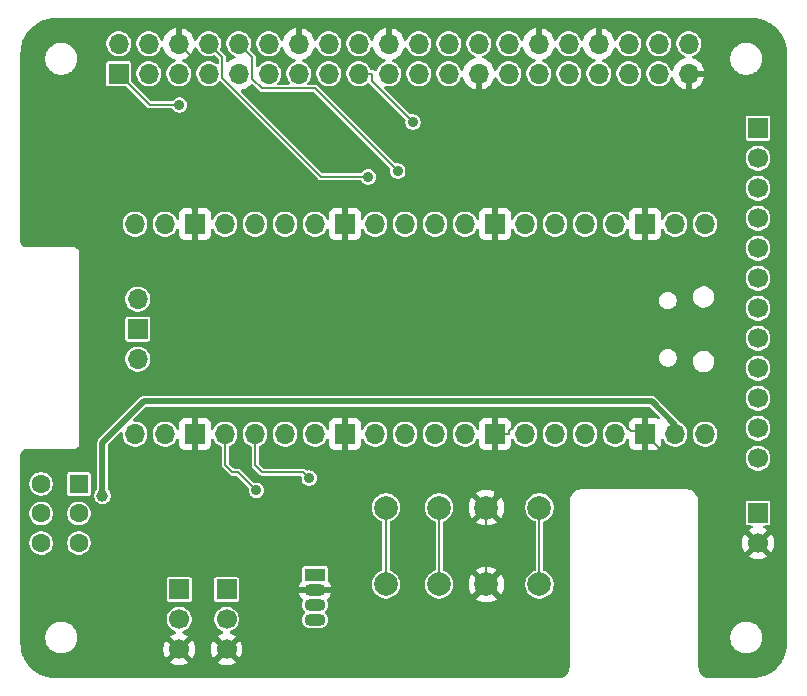
<source format=gbl>
G04 #@! TF.GenerationSoftware,KiCad,Pcbnew,9.0.1-9.0.1-0~ubuntu24.04.1*
G04 #@! TF.CreationDate,2025-04-16T21:59:29-05:00*
G04 #@! TF.ProjectId,pico_driver,7069636f-5f64-4726-9976-65722e6b6963,rev?*
G04 #@! TF.SameCoordinates,Original*
G04 #@! TF.FileFunction,Copper,L2,Bot*
G04 #@! TF.FilePolarity,Positive*
%FSLAX46Y46*%
G04 Gerber Fmt 4.6, Leading zero omitted, Abs format (unit mm)*
G04 Created by KiCad (PCBNEW 9.0.1-9.0.1-0~ubuntu24.04.1) date 2025-04-16 21:59:29*
%MOMM*%
%LPD*%
G01*
G04 APERTURE LIST*
G04 #@! TA.AperFunction,ComponentPad*
%ADD10C,1.700000*%
G04 #@! TD*
G04 #@! TA.AperFunction,ComponentPad*
%ADD11R,1.700000X1.700000*%
G04 #@! TD*
G04 #@! TA.AperFunction,ComponentPad*
%ADD12C,2.000000*%
G04 #@! TD*
G04 #@! TA.AperFunction,ComponentPad*
%ADD13O,1.700000X1.700000*%
G04 #@! TD*
G04 #@! TA.AperFunction,ComponentPad*
%ADD14R,1.800000X1.070000*%
G04 #@! TD*
G04 #@! TA.AperFunction,ComponentPad*
%ADD15O,1.800000X1.070000*%
G04 #@! TD*
G04 #@! TA.AperFunction,ComponentPad*
%ADD16R,1.600000X1.600000*%
G04 #@! TD*
G04 #@! TA.AperFunction,ComponentPad*
%ADD17C,1.600000*%
G04 #@! TD*
G04 #@! TA.AperFunction,ViaPad*
%ADD18C,1.000000*%
G04 #@! TD*
G04 #@! TA.AperFunction,ViaPad*
%ADD19C,0.900000*%
G04 #@! TD*
G04 #@! TA.AperFunction,Conductor*
%ADD20C,0.200000*%
G04 #@! TD*
G04 #@! TA.AperFunction,Conductor*
%ADD21C,0.500000*%
G04 #@! TD*
G04 APERTURE END LIST*
D10*
X162500000Y-88500000D03*
D11*
X162500000Y-85960000D03*
D10*
X162500000Y-81320000D03*
X162500000Y-78780000D03*
X162500000Y-76240000D03*
X162500000Y-73700000D03*
X162500000Y-71160000D03*
X162500000Y-68620000D03*
X162500000Y-66080000D03*
X162500000Y-63540000D03*
X162500000Y-61000000D03*
X162500000Y-58460000D03*
X162500000Y-55920000D03*
D11*
X162500000Y-53380000D03*
X117500000Y-92420000D03*
D10*
X117500000Y-94960000D03*
X117500000Y-97500000D03*
D12*
X144000000Y-85500000D03*
X144000000Y-92000000D03*
X139500000Y-85500000D03*
X139500000Y-92000000D03*
D13*
X158020000Y-61500000D03*
X155480000Y-61500000D03*
D11*
X152940000Y-61500000D03*
D13*
X150400000Y-61500000D03*
X147860000Y-61500000D03*
X145320000Y-61500000D03*
X142780000Y-61500000D03*
D11*
X140240000Y-61500000D03*
D13*
X137700000Y-61500000D03*
X135160000Y-61500000D03*
X132620000Y-61500000D03*
X130080000Y-61500000D03*
D11*
X127540000Y-61500000D03*
D13*
X125000000Y-61500000D03*
X122460000Y-61500000D03*
X119920000Y-61500000D03*
X117380000Y-61500000D03*
D11*
X114840000Y-61500000D03*
D13*
X112300000Y-61500000D03*
X109760000Y-61500000D03*
X109760000Y-79280000D03*
X112300000Y-79280000D03*
D11*
X114840000Y-79280000D03*
D13*
X117380000Y-79280000D03*
X119920000Y-79280000D03*
X122460000Y-79280000D03*
X125000000Y-79280000D03*
D11*
X127540000Y-79280000D03*
D13*
X130080000Y-79280000D03*
X132620000Y-79280000D03*
X135160000Y-79280000D03*
X137700000Y-79280000D03*
D11*
X140240000Y-79280000D03*
D13*
X142780000Y-79280000D03*
X145320000Y-79280000D03*
X147860000Y-79280000D03*
X150400000Y-79280000D03*
D11*
X152940000Y-79280000D03*
D13*
X155480000Y-79280000D03*
X158020000Y-79280000D03*
X109990000Y-67850000D03*
D11*
X109990000Y-70390000D03*
D13*
X109990000Y-72930000D03*
D14*
X125000000Y-91190000D03*
D15*
X125000000Y-92460000D03*
X125000000Y-93730000D03*
X125000000Y-95000000D03*
D11*
X113500000Y-92420000D03*
D10*
X113500000Y-94960000D03*
X113500000Y-97500000D03*
D16*
X105000000Y-83500000D03*
D17*
X105000000Y-86000000D03*
X105000000Y-88500000D03*
X101800000Y-83500000D03*
X101800000Y-86000000D03*
X101800000Y-88500000D03*
D12*
X131000000Y-92000000D03*
X131000000Y-85500000D03*
X135500000Y-92000000D03*
X135500000Y-85500000D03*
D11*
X108370000Y-48770000D03*
D13*
X108370000Y-46230000D03*
X110910000Y-48770000D03*
X110910000Y-46230000D03*
X113450000Y-48770000D03*
X113450000Y-46230000D03*
X115990000Y-48770000D03*
X115990000Y-46230000D03*
X118530000Y-48770000D03*
X118530000Y-46230000D03*
X121070000Y-48770000D03*
X121070000Y-46230000D03*
X123610000Y-48770000D03*
X123610000Y-46230000D03*
X126150000Y-48770000D03*
X126150000Y-46230000D03*
X128690000Y-48770000D03*
X128690000Y-46230000D03*
X131230000Y-48770000D03*
X131230000Y-46230000D03*
X133770000Y-48770000D03*
X133770000Y-46230000D03*
X136310000Y-48770000D03*
X136310000Y-46230000D03*
X138850000Y-48770000D03*
X138850000Y-46230000D03*
X141390000Y-48770000D03*
X141390000Y-46230000D03*
X143930000Y-48770000D03*
X143930000Y-46230000D03*
X146470000Y-48770000D03*
X146470000Y-46230000D03*
X149010000Y-48770000D03*
X149010000Y-46230000D03*
X151550000Y-48770000D03*
X151550000Y-46230000D03*
X154090000Y-48770000D03*
X154090000Y-46230000D03*
X156630000Y-48770000D03*
X156630000Y-46230000D03*
D18*
X107000000Y-84500000D03*
D19*
X113520000Y-51407100D03*
X133297000Y-52851600D03*
X129500000Y-57500000D03*
X132000000Y-57000000D03*
X124500000Y-83000000D03*
X120030000Y-84030300D03*
D20*
X114840000Y-79280000D02*
X114840000Y-94840000D01*
X114840000Y-94840000D02*
X117500000Y-97500000D01*
X114840000Y-61500000D02*
X114840000Y-60348300D01*
X114840000Y-60348300D02*
X114602000Y-60110000D01*
X114602000Y-60110000D02*
X114602000Y-47382000D01*
X114602000Y-47382000D02*
X113450000Y-46230000D01*
X113520000Y-51407100D02*
X111007100Y-51407100D01*
X111007100Y-51407100D02*
X108370000Y-48770000D01*
X151788000Y-78992100D02*
X152652100Y-78992100D01*
X152652100Y-78992100D02*
X152940000Y-79280000D01*
X156687000Y-79724500D02*
X155980500Y-80431000D01*
X155980500Y-80431000D02*
X154091000Y-80431000D01*
X154091000Y-80431000D02*
X152940000Y-79280000D01*
X162500000Y-88500000D02*
X161999769Y-88500000D01*
X154955385Y-81455615D02*
X155459000Y-80952000D01*
X144000000Y-92000000D02*
X144000000Y-85500000D01*
X131000000Y-85500000D02*
X131000000Y-92000000D01*
X135500000Y-92000000D02*
X135500000Y-85500000D01*
D21*
X155480000Y-78480000D02*
X155480000Y-79280000D01*
X153500000Y-76500000D02*
X155480000Y-78480000D01*
X110500000Y-76500000D02*
X153500000Y-76500000D01*
X107000000Y-80000000D02*
X110500000Y-76500000D01*
X107000000Y-84500000D02*
X107000000Y-80000000D01*
D20*
X129842000Y-49396400D02*
X133297000Y-52851600D01*
X129842000Y-48770000D02*
X129842000Y-49396400D01*
X128690000Y-48770000D02*
X129842000Y-48770000D01*
X117141000Y-47381000D02*
X115990000Y-46230000D01*
X117141000Y-49141000D02*
X117141000Y-47381000D01*
X125500000Y-57500000D02*
X117141000Y-49141000D01*
X129500000Y-57500000D02*
X125500000Y-57500000D01*
X119681000Y-47381000D02*
X118530000Y-46230000D01*
X119681000Y-49181000D02*
X119681000Y-47381000D01*
X120500000Y-50000000D02*
X119681000Y-49181000D01*
X125000000Y-50000000D02*
X120500000Y-50000000D01*
X132000000Y-57000000D02*
X125000000Y-50000000D01*
X119920000Y-81920000D02*
X119920000Y-79280000D01*
X120500000Y-82500000D02*
X119920000Y-81920000D01*
X124000000Y-82500000D02*
X120500000Y-82500000D01*
X124500000Y-83000000D02*
X124000000Y-82500000D01*
X117380000Y-81880000D02*
X117380000Y-79280000D01*
X118000000Y-82500000D02*
X117380000Y-81880000D01*
X118500000Y-82500000D02*
X118000000Y-82500000D01*
X120030000Y-84030300D02*
X118500000Y-82500000D01*
X140240000Y-51311700D02*
X140240000Y-61500000D01*
X138850000Y-49921700D02*
X140240000Y-51311700D01*
X138850000Y-48770000D02*
X138850000Y-49921700D01*
X140240000Y-84760000D02*
X139500000Y-85500000D01*
X140240000Y-79280000D02*
X140240000Y-84760000D01*
X152940000Y-53611700D02*
X152940000Y-61500000D01*
X156630000Y-49921700D02*
X152940000Y-53611700D01*
X156630000Y-48770000D02*
X156630000Y-49921700D01*
X139500000Y-85500000D02*
X139500000Y-92000000D01*
X152940000Y-62651700D02*
X152940000Y-61500000D01*
X156687000Y-66398600D02*
X152940000Y-62651700D01*
X156687000Y-79724500D02*
X156687000Y-66398600D01*
X150924000Y-78128300D02*
X151788000Y-78992100D01*
X142255000Y-78128300D02*
X150924000Y-78128300D01*
X141392000Y-78992000D02*
X142255000Y-78128300D01*
X141392000Y-79280000D02*
X141392000Y-78992000D01*
X140240000Y-79280000D02*
X141392000Y-79280000D01*
X127540000Y-91121700D02*
X127540000Y-79280000D01*
X126202000Y-92460000D02*
X127540000Y-91121700D01*
X125000000Y-92460000D02*
X126202000Y-92460000D01*
G04 #@! TA.AperFunction,Conductor*
G36*
X162003472Y-44050695D02*
G01*
X162323297Y-44068656D01*
X162337094Y-44070210D01*
X162649457Y-44123283D01*
X162663014Y-44126377D01*
X162967469Y-44214089D01*
X162980593Y-44218682D01*
X163273304Y-44339926D01*
X163285826Y-44345955D01*
X163452594Y-44438125D01*
X163563139Y-44499221D01*
X163574900Y-44506611D01*
X163833314Y-44689966D01*
X163844174Y-44698627D01*
X164080418Y-44909749D01*
X164090250Y-44919581D01*
X164301372Y-45155825D01*
X164310035Y-45166687D01*
X164493385Y-45425094D01*
X164500778Y-45436860D01*
X164654040Y-45714166D01*
X164660073Y-45726695D01*
X164781317Y-46019406D01*
X164785910Y-46032530D01*
X164873622Y-46336985D01*
X164876716Y-46350542D01*
X164929787Y-46662894D01*
X164931344Y-46676712D01*
X164949305Y-46996527D01*
X164949500Y-47003480D01*
X164949500Y-96996519D01*
X164949305Y-97003472D01*
X164931344Y-97323287D01*
X164929787Y-97337105D01*
X164876716Y-97649457D01*
X164873622Y-97663014D01*
X164785910Y-97967469D01*
X164781317Y-97980593D01*
X164660073Y-98273304D01*
X164654040Y-98285833D01*
X164500778Y-98563139D01*
X164493380Y-98574913D01*
X164310043Y-98833302D01*
X164301372Y-98844174D01*
X164090250Y-99080418D01*
X164080418Y-99090250D01*
X163844174Y-99301372D01*
X163833303Y-99310042D01*
X163743252Y-99373937D01*
X163574913Y-99493380D01*
X163563139Y-99500778D01*
X163285833Y-99654040D01*
X163273304Y-99660073D01*
X162980593Y-99781317D01*
X162967469Y-99785910D01*
X162663014Y-99873622D01*
X162649457Y-99876716D01*
X162337105Y-99929787D01*
X162323287Y-99931344D01*
X162003472Y-99949305D01*
X161996519Y-99949500D01*
X158405412Y-99949500D01*
X158394605Y-99949028D01*
X158377265Y-99947511D01*
X158245930Y-99936020D01*
X158224645Y-99932267D01*
X158085729Y-99895045D01*
X158065417Y-99887652D01*
X157935081Y-99826875D01*
X157916363Y-99816068D01*
X157798559Y-99733581D01*
X157782001Y-99719687D01*
X157680312Y-99617998D01*
X157666418Y-99601440D01*
X157638714Y-99561875D01*
X157583930Y-99483635D01*
X157573124Y-99464918D01*
X157530699Y-99373937D01*
X157512344Y-99334575D01*
X157504954Y-99314270D01*
X157503821Y-99310043D01*
X157467732Y-99175354D01*
X157463979Y-99154068D01*
X157450972Y-99005395D01*
X157450500Y-98994588D01*
X157450500Y-96393713D01*
X160149500Y-96393713D01*
X160149500Y-96606286D01*
X160178983Y-96792439D01*
X160182754Y-96816243D01*
X160241329Y-96996519D01*
X160248444Y-97018414D01*
X160344951Y-97207820D01*
X160469890Y-97379786D01*
X160620213Y-97530109D01*
X160792179Y-97655048D01*
X160792181Y-97655049D01*
X160792184Y-97655051D01*
X160981588Y-97751557D01*
X161183757Y-97817246D01*
X161393713Y-97850500D01*
X161393714Y-97850500D01*
X161606286Y-97850500D01*
X161606287Y-97850500D01*
X161816243Y-97817246D01*
X162018412Y-97751557D01*
X162207816Y-97655051D01*
X162330625Y-97565826D01*
X162379786Y-97530109D01*
X162379788Y-97530106D01*
X162379792Y-97530104D01*
X162530104Y-97379792D01*
X162530106Y-97379788D01*
X162530109Y-97379786D01*
X162655048Y-97207820D01*
X162655049Y-97207819D01*
X162655051Y-97207816D01*
X162751557Y-97018412D01*
X162817246Y-96816243D01*
X162850500Y-96606287D01*
X162850500Y-96393713D01*
X162817246Y-96183757D01*
X162751557Y-95981588D01*
X162655051Y-95792184D01*
X162655049Y-95792181D01*
X162655048Y-95792179D01*
X162530109Y-95620213D01*
X162379786Y-95469890D01*
X162207820Y-95344951D01*
X162018414Y-95248444D01*
X162018413Y-95248443D01*
X162018412Y-95248443D01*
X161816243Y-95182754D01*
X161816241Y-95182753D01*
X161816240Y-95182753D01*
X161654957Y-95157208D01*
X161606287Y-95149500D01*
X161393713Y-95149500D01*
X161345042Y-95157208D01*
X161183760Y-95182753D01*
X160981585Y-95248444D01*
X160792179Y-95344951D01*
X160620213Y-95469890D01*
X160469890Y-95620213D01*
X160344951Y-95792179D01*
X160248444Y-95981585D01*
X160182753Y-96183760D01*
X160149500Y-96393713D01*
X157450500Y-96393713D01*
X157450500Y-88393753D01*
X161150000Y-88393753D01*
X161150000Y-88606246D01*
X161183242Y-88816127D01*
X161183242Y-88816130D01*
X161248904Y-89018217D01*
X161345375Y-89207550D01*
X161384728Y-89261716D01*
X162017037Y-88629408D01*
X162034075Y-88692993D01*
X162099901Y-88807007D01*
X162192993Y-88900099D01*
X162307007Y-88965925D01*
X162370590Y-88982962D01*
X161738282Y-89615269D01*
X161738282Y-89615270D01*
X161792449Y-89654624D01*
X161981782Y-89751095D01*
X162183870Y-89816757D01*
X162393754Y-89850000D01*
X162606246Y-89850000D01*
X162816127Y-89816757D01*
X162816130Y-89816757D01*
X163018217Y-89751095D01*
X163207554Y-89654622D01*
X163261716Y-89615270D01*
X163261717Y-89615270D01*
X162629408Y-88982962D01*
X162692993Y-88965925D01*
X162807007Y-88900099D01*
X162900099Y-88807007D01*
X162965925Y-88692993D01*
X162982962Y-88629408D01*
X163615270Y-89261717D01*
X163615270Y-89261716D01*
X163654622Y-89207554D01*
X163751095Y-89018217D01*
X163816757Y-88816130D01*
X163816757Y-88816127D01*
X163850000Y-88606246D01*
X163850000Y-88393753D01*
X163816757Y-88183872D01*
X163816757Y-88183869D01*
X163751095Y-87981782D01*
X163654624Y-87792449D01*
X163615270Y-87738282D01*
X163615269Y-87738282D01*
X162982962Y-88370590D01*
X162965925Y-88307007D01*
X162900099Y-88192993D01*
X162807007Y-88099901D01*
X162692993Y-88034075D01*
X162629409Y-88017037D01*
X163261716Y-87384728D01*
X163207550Y-87345375D01*
X163013879Y-87246694D01*
X163014396Y-87245678D01*
X162964192Y-87205221D01*
X162942127Y-87138927D01*
X162959406Y-87071228D01*
X163010542Y-87023617D01*
X163066048Y-87010500D01*
X163369750Y-87010500D01*
X163369751Y-87010499D01*
X163384568Y-87007552D01*
X163428229Y-86998868D01*
X163428229Y-86998867D01*
X163428231Y-86998867D01*
X163494552Y-86954552D01*
X163538867Y-86888231D01*
X163538867Y-86888229D01*
X163538868Y-86888229D01*
X163550499Y-86829752D01*
X163550500Y-86829750D01*
X163550500Y-85090249D01*
X163550499Y-85090247D01*
X163538868Y-85031770D01*
X163538867Y-85031769D01*
X163494552Y-84965447D01*
X163428230Y-84921132D01*
X163428229Y-84921131D01*
X163369752Y-84909500D01*
X163369748Y-84909500D01*
X161630252Y-84909500D01*
X161630247Y-84909500D01*
X161571770Y-84921131D01*
X161571769Y-84921132D01*
X161505447Y-84965447D01*
X161461132Y-85031769D01*
X161461131Y-85031770D01*
X161449500Y-85090247D01*
X161449500Y-86829752D01*
X161461131Y-86888229D01*
X161461132Y-86888230D01*
X161505447Y-86954552D01*
X161571769Y-86998867D01*
X161571770Y-86998868D01*
X161630247Y-87010499D01*
X161630250Y-87010500D01*
X161933952Y-87010500D01*
X162000991Y-87030185D01*
X162046746Y-87082989D01*
X162056690Y-87152147D01*
X162027665Y-87215703D01*
X161985735Y-87245938D01*
X161986121Y-87246694D01*
X161792439Y-87345380D01*
X161738282Y-87384727D01*
X161738282Y-87384728D01*
X162370591Y-88017037D01*
X162307007Y-88034075D01*
X162192993Y-88099901D01*
X162099901Y-88192993D01*
X162034075Y-88307007D01*
X162017037Y-88370591D01*
X161384728Y-87738282D01*
X161384727Y-87738282D01*
X161345380Y-87792439D01*
X161248904Y-87981782D01*
X161183242Y-88183869D01*
X161183242Y-88183872D01*
X161150000Y-88393753D01*
X157450500Y-88393753D01*
X157450500Y-84908095D01*
X157450499Y-84908090D01*
X157418581Y-84727072D01*
X157399720Y-84675252D01*
X157355713Y-84554344D01*
X157263806Y-84395156D01*
X157263804Y-84395154D01*
X157263804Y-84395153D01*
X157200534Y-84319752D01*
X157145653Y-84254347D01*
X157054320Y-84177709D01*
X157004846Y-84136195D01*
X157004842Y-84136193D01*
X156845660Y-84044289D01*
X156845657Y-84044288D01*
X156845656Y-84044287D01*
X156823843Y-84036348D01*
X156672927Y-83981418D01*
X156491909Y-83949500D01*
X156491907Y-83949500D01*
X156420918Y-83949500D01*
X147616408Y-83949500D01*
X147600000Y-83949500D01*
X147508093Y-83949500D01*
X147508090Y-83949500D01*
X147327072Y-83981418D01*
X147154346Y-84044286D01*
X147154339Y-84044289D01*
X146995157Y-84136193D01*
X146995153Y-84136195D01*
X146854347Y-84254347D01*
X146736195Y-84395153D01*
X146736193Y-84395157D01*
X146644289Y-84554339D01*
X146644286Y-84554346D01*
X146581418Y-84727072D01*
X146549500Y-84908090D01*
X146549500Y-84979082D01*
X146549499Y-98994599D01*
X146549027Y-99005407D01*
X146536020Y-99154069D01*
X146532267Y-99175354D01*
X146495045Y-99314270D01*
X146487652Y-99334582D01*
X146426875Y-99464918D01*
X146416068Y-99483636D01*
X146333581Y-99601440D01*
X146319687Y-99617998D01*
X146217998Y-99719687D01*
X146201440Y-99733581D01*
X146083636Y-99816068D01*
X146064918Y-99826875D01*
X145934582Y-99887652D01*
X145914270Y-99895045D01*
X145775354Y-99932267D01*
X145754069Y-99936020D01*
X145620921Y-99947669D01*
X145605394Y-99949028D01*
X145594588Y-99949500D01*
X103003481Y-99949500D01*
X102996528Y-99949305D01*
X102676712Y-99931344D01*
X102662894Y-99929787D01*
X102350542Y-99876716D01*
X102336985Y-99873622D01*
X102032530Y-99785910D01*
X102019406Y-99781317D01*
X101726695Y-99660073D01*
X101714166Y-99654040D01*
X101436860Y-99500778D01*
X101425094Y-99493385D01*
X101166687Y-99310035D01*
X101155825Y-99301372D01*
X100919581Y-99090250D01*
X100909749Y-99080418D01*
X100698627Y-98844174D01*
X100689966Y-98833314D01*
X100506614Y-98574905D01*
X100499221Y-98563139D01*
X100345959Y-98285833D01*
X100339926Y-98273304D01*
X100218682Y-97980593D01*
X100214089Y-97967469D01*
X100126377Y-97663014D01*
X100123283Y-97649457D01*
X100115941Y-97606246D01*
X100070210Y-97337094D01*
X100068656Y-97323297D01*
X100050695Y-97003472D01*
X100050500Y-96996519D01*
X100050500Y-96393713D01*
X102149500Y-96393713D01*
X102149500Y-96606286D01*
X102178983Y-96792439D01*
X102182754Y-96816243D01*
X102241329Y-96996519D01*
X102248444Y-97018414D01*
X102344951Y-97207820D01*
X102469890Y-97379786D01*
X102620213Y-97530109D01*
X102792179Y-97655048D01*
X102792181Y-97655049D01*
X102792184Y-97655051D01*
X102981588Y-97751557D01*
X103183757Y-97817246D01*
X103393713Y-97850500D01*
X103393714Y-97850500D01*
X103606286Y-97850500D01*
X103606287Y-97850500D01*
X103816243Y-97817246D01*
X104018412Y-97751557D01*
X104207816Y-97655051D01*
X104330625Y-97565826D01*
X104379786Y-97530109D01*
X104379788Y-97530106D01*
X104379792Y-97530104D01*
X104516143Y-97393753D01*
X112150000Y-97393753D01*
X112150000Y-97606246D01*
X112183242Y-97816127D01*
X112183242Y-97816130D01*
X112248904Y-98018217D01*
X112345375Y-98207550D01*
X112384728Y-98261716D01*
X113017037Y-97629408D01*
X113034075Y-97692993D01*
X113099901Y-97807007D01*
X113192993Y-97900099D01*
X113307007Y-97965925D01*
X113370590Y-97982962D01*
X112738282Y-98615269D01*
X112738282Y-98615270D01*
X112792449Y-98654624D01*
X112981782Y-98751095D01*
X113183870Y-98816757D01*
X113393754Y-98850000D01*
X113606246Y-98850000D01*
X113816127Y-98816757D01*
X113816130Y-98816757D01*
X114018217Y-98751095D01*
X114207554Y-98654622D01*
X114261716Y-98615270D01*
X114261717Y-98615270D01*
X113629408Y-97982962D01*
X113692993Y-97965925D01*
X113807007Y-97900099D01*
X113900099Y-97807007D01*
X113965925Y-97692993D01*
X113982962Y-97629408D01*
X114615270Y-98261717D01*
X114615270Y-98261716D01*
X114654622Y-98207554D01*
X114751095Y-98018217D01*
X114816757Y-97816130D01*
X114816757Y-97816127D01*
X114850000Y-97606246D01*
X114850000Y-97393753D01*
X116150000Y-97393753D01*
X116150000Y-97606246D01*
X116183242Y-97816127D01*
X116183242Y-97816130D01*
X116248904Y-98018217D01*
X116345375Y-98207550D01*
X116384728Y-98261716D01*
X117017037Y-97629408D01*
X117034075Y-97692993D01*
X117099901Y-97807007D01*
X117192993Y-97900099D01*
X117307007Y-97965925D01*
X117370590Y-97982962D01*
X116738282Y-98615269D01*
X116738282Y-98615270D01*
X116792449Y-98654624D01*
X116981782Y-98751095D01*
X117183870Y-98816757D01*
X117393754Y-98850000D01*
X117606246Y-98850000D01*
X117816127Y-98816757D01*
X117816130Y-98816757D01*
X118018217Y-98751095D01*
X118207554Y-98654622D01*
X118261716Y-98615270D01*
X118261717Y-98615270D01*
X117629408Y-97982962D01*
X117692993Y-97965925D01*
X117807007Y-97900099D01*
X117900099Y-97807007D01*
X117965925Y-97692993D01*
X117982962Y-97629408D01*
X118615270Y-98261717D01*
X118615270Y-98261716D01*
X118654622Y-98207554D01*
X118751095Y-98018217D01*
X118816757Y-97816130D01*
X118816757Y-97816127D01*
X118850000Y-97606246D01*
X118850000Y-97393753D01*
X118816757Y-97183872D01*
X118816757Y-97183869D01*
X118751095Y-96981782D01*
X118654624Y-96792449D01*
X118615270Y-96738282D01*
X118615269Y-96738282D01*
X117982962Y-97370590D01*
X117965925Y-97307007D01*
X117900099Y-97192993D01*
X117807007Y-97099901D01*
X117692993Y-97034075D01*
X117629409Y-97017037D01*
X118261716Y-96384728D01*
X118207550Y-96345375D01*
X118018216Y-96248904D01*
X117842026Y-96191656D01*
X117784350Y-96152218D01*
X117757152Y-96087860D01*
X117769067Y-96019013D01*
X117816311Y-95967538D01*
X117832882Y-95959168D01*
X117997598Y-95890941D01*
X118169655Y-95775977D01*
X118315977Y-95629655D01*
X118430941Y-95457598D01*
X118510130Y-95266420D01*
X118550500Y-95063465D01*
X118550500Y-94856535D01*
X118510130Y-94653580D01*
X118430941Y-94462402D01*
X118315977Y-94290345D01*
X118315975Y-94290342D01*
X118169657Y-94144024D01*
X118083626Y-94086541D01*
X117997598Y-94029059D01*
X117806420Y-93949870D01*
X117806412Y-93949868D01*
X117603469Y-93909500D01*
X117603465Y-93909500D01*
X117396535Y-93909500D01*
X117396530Y-93909500D01*
X117193587Y-93949868D01*
X117193579Y-93949870D01*
X117002403Y-94029058D01*
X116830342Y-94144024D01*
X116684024Y-94290342D01*
X116569058Y-94462403D01*
X116489870Y-94653579D01*
X116489868Y-94653587D01*
X116449500Y-94856530D01*
X116449500Y-95063469D01*
X116486294Y-95248443D01*
X116489870Y-95266420D01*
X116569059Y-95457598D01*
X116576580Y-95468854D01*
X116684024Y-95629657D01*
X116830342Y-95775975D01*
X117002405Y-95890943D01*
X117105043Y-95933456D01*
X117167108Y-95959164D01*
X117221511Y-96003005D01*
X117243576Y-96069299D01*
X117226297Y-96136998D01*
X117175160Y-96184609D01*
X117157974Y-96191656D01*
X116981781Y-96248905D01*
X116792439Y-96345380D01*
X116738282Y-96384727D01*
X116738282Y-96384728D01*
X117370591Y-97017037D01*
X117307007Y-97034075D01*
X117192993Y-97099901D01*
X117099901Y-97192993D01*
X117034075Y-97307007D01*
X117017037Y-97370591D01*
X116384728Y-96738282D01*
X116384727Y-96738282D01*
X116345380Y-96792439D01*
X116248904Y-96981782D01*
X116183242Y-97183869D01*
X116183242Y-97183872D01*
X116150000Y-97393753D01*
X114850000Y-97393753D01*
X114816757Y-97183872D01*
X114816757Y-97183869D01*
X114751095Y-96981782D01*
X114654624Y-96792449D01*
X114615270Y-96738282D01*
X114615269Y-96738282D01*
X113982962Y-97370590D01*
X113965925Y-97307007D01*
X113900099Y-97192993D01*
X113807007Y-97099901D01*
X113692993Y-97034075D01*
X113629409Y-97017037D01*
X114261716Y-96384728D01*
X114207550Y-96345375D01*
X114018216Y-96248904D01*
X113842026Y-96191656D01*
X113784350Y-96152218D01*
X113757152Y-96087860D01*
X113769067Y-96019013D01*
X113816311Y-95967538D01*
X113832882Y-95959168D01*
X113997598Y-95890941D01*
X114169655Y-95775977D01*
X114315977Y-95629655D01*
X114430941Y-95457598D01*
X114510130Y-95266420D01*
X114550500Y-95063465D01*
X114550500Y-94856535D01*
X114510130Y-94653580D01*
X114430941Y-94462402D01*
X114315977Y-94290345D01*
X114315975Y-94290342D01*
X114169657Y-94144024D01*
X114083626Y-94086541D01*
X113997598Y-94029059D01*
X113806420Y-93949870D01*
X113806412Y-93949868D01*
X113603469Y-93909500D01*
X113603465Y-93909500D01*
X113396535Y-93909500D01*
X113396530Y-93909500D01*
X113193587Y-93949868D01*
X113193579Y-93949870D01*
X113002403Y-94029058D01*
X112830342Y-94144024D01*
X112684024Y-94290342D01*
X112569058Y-94462403D01*
X112489870Y-94653579D01*
X112489868Y-94653587D01*
X112449500Y-94856530D01*
X112449500Y-95063469D01*
X112486294Y-95248443D01*
X112489870Y-95266420D01*
X112569059Y-95457598D01*
X112576580Y-95468854D01*
X112684024Y-95629657D01*
X112830342Y-95775975D01*
X113002405Y-95890943D01*
X113105043Y-95933456D01*
X113167108Y-95959164D01*
X113221511Y-96003005D01*
X113243576Y-96069299D01*
X113226297Y-96136998D01*
X113175160Y-96184609D01*
X113157974Y-96191656D01*
X112981781Y-96248905D01*
X112792439Y-96345380D01*
X112738282Y-96384727D01*
X112738282Y-96384728D01*
X113370591Y-97017037D01*
X113307007Y-97034075D01*
X113192993Y-97099901D01*
X113099901Y-97192993D01*
X113034075Y-97307007D01*
X113017037Y-97370591D01*
X112384728Y-96738282D01*
X112384727Y-96738282D01*
X112345380Y-96792439D01*
X112248904Y-96981782D01*
X112183242Y-97183869D01*
X112183242Y-97183872D01*
X112150000Y-97393753D01*
X104516143Y-97393753D01*
X104530104Y-97379792D01*
X104530106Y-97379788D01*
X104530109Y-97379786D01*
X104576455Y-97315996D01*
X104615706Y-97261969D01*
X104655051Y-97207816D01*
X104751557Y-97018412D01*
X104817246Y-96816243D01*
X104850500Y-96606287D01*
X104850500Y-96393713D01*
X104817246Y-96183757D01*
X104751557Y-95981588D01*
X104655051Y-95792184D01*
X104655049Y-95792181D01*
X104655048Y-95792179D01*
X104530109Y-95620213D01*
X104379786Y-95469890D01*
X104207820Y-95344951D01*
X104018414Y-95248444D01*
X104018413Y-95248443D01*
X104018412Y-95248443D01*
X103816243Y-95182754D01*
X103816241Y-95182753D01*
X103816240Y-95182753D01*
X103654957Y-95157208D01*
X103606287Y-95149500D01*
X103393713Y-95149500D01*
X103345042Y-95157208D01*
X103183760Y-95182753D01*
X102981585Y-95248444D01*
X102792179Y-95344951D01*
X102620213Y-95469890D01*
X102469890Y-95620213D01*
X102344951Y-95792179D01*
X102248444Y-95981585D01*
X102182753Y-96183760D01*
X102149500Y-96393713D01*
X100050500Y-96393713D01*
X100050500Y-91550247D01*
X112449500Y-91550247D01*
X112449500Y-93289752D01*
X112461131Y-93348229D01*
X112461132Y-93348230D01*
X112505447Y-93414552D01*
X112571769Y-93458867D01*
X112571770Y-93458868D01*
X112630247Y-93470499D01*
X112630250Y-93470500D01*
X112630252Y-93470500D01*
X114369750Y-93470500D01*
X114369751Y-93470499D01*
X114384568Y-93467552D01*
X114428229Y-93458868D01*
X114428229Y-93458867D01*
X114428231Y-93458867D01*
X114494552Y-93414552D01*
X114538867Y-93348231D01*
X114538867Y-93348229D01*
X114538868Y-93348229D01*
X114550499Y-93289752D01*
X114550500Y-93289750D01*
X114550500Y-91550249D01*
X114550499Y-91550247D01*
X116449500Y-91550247D01*
X116449500Y-93289752D01*
X116461131Y-93348229D01*
X116461132Y-93348230D01*
X116505447Y-93414552D01*
X116571769Y-93458867D01*
X116571770Y-93458868D01*
X116630247Y-93470499D01*
X116630250Y-93470500D01*
X116630252Y-93470500D01*
X118369750Y-93470500D01*
X118369751Y-93470499D01*
X118384568Y-93467552D01*
X118428229Y-93458868D01*
X118428229Y-93458867D01*
X118428231Y-93458867D01*
X118494552Y-93414552D01*
X118538867Y-93348231D01*
X118538867Y-93348229D01*
X118538868Y-93348229D01*
X118550499Y-93289752D01*
X118550500Y-93289750D01*
X118550500Y-92209999D01*
X123629450Y-92209999D01*
X123629450Y-92210000D01*
X124624722Y-92210000D01*
X124580667Y-92286306D01*
X124550000Y-92400756D01*
X124550000Y-92519244D01*
X124580667Y-92633694D01*
X124624722Y-92710000D01*
X123629450Y-92710000D01*
X123639772Y-92761890D01*
X123639774Y-92761898D01*
X123717793Y-92950252D01*
X123717798Y-92950262D01*
X123831062Y-93119773D01*
X123831065Y-93119777D01*
X123956748Y-93245460D01*
X123990233Y-93306783D01*
X123985249Y-93376475D01*
X123983628Y-93380593D01*
X123927766Y-93515457D01*
X123927763Y-93515469D01*
X123899500Y-93657555D01*
X123899500Y-93802444D01*
X123927763Y-93944530D01*
X123927766Y-93944542D01*
X123983204Y-94078383D01*
X123983211Y-94078396D01*
X124063699Y-94198853D01*
X124063702Y-94198857D01*
X124142164Y-94277319D01*
X124175649Y-94338642D01*
X124170665Y-94408334D01*
X124142164Y-94452681D01*
X124063702Y-94531142D01*
X124063699Y-94531146D01*
X123983211Y-94651603D01*
X123983204Y-94651616D01*
X123927766Y-94785457D01*
X123927763Y-94785469D01*
X123899500Y-94927555D01*
X123899500Y-95072444D01*
X123927763Y-95214530D01*
X123927766Y-95214542D01*
X123983204Y-95348383D01*
X123983211Y-95348396D01*
X124063699Y-95468853D01*
X124063702Y-95468857D01*
X124166142Y-95571297D01*
X124166146Y-95571300D01*
X124286603Y-95651788D01*
X124286616Y-95651795D01*
X124420457Y-95707233D01*
X124420462Y-95707235D01*
X124562555Y-95735499D01*
X124562559Y-95735500D01*
X124562560Y-95735500D01*
X125437441Y-95735500D01*
X125437442Y-95735499D01*
X125579538Y-95707235D01*
X125713390Y-95651792D01*
X125833854Y-95571300D01*
X125936300Y-95468854D01*
X126016792Y-95348390D01*
X126018217Y-95344951D01*
X126072233Y-95214542D01*
X126072235Y-95214538D01*
X126100500Y-95072440D01*
X126100500Y-94927560D01*
X126072235Y-94785462D01*
X126017611Y-94653587D01*
X126016795Y-94651616D01*
X126016788Y-94651603D01*
X125936300Y-94531146D01*
X125936297Y-94531142D01*
X125857836Y-94452681D01*
X125824351Y-94391358D01*
X125829335Y-94321666D01*
X125857836Y-94277319D01*
X125936297Y-94198857D01*
X125936300Y-94198854D01*
X126016792Y-94078390D01*
X126072235Y-93944538D01*
X126100500Y-93802440D01*
X126100500Y-93657560D01*
X126072235Y-93515462D01*
X126016792Y-93381610D01*
X126016791Y-93381609D01*
X126016371Y-93380594D01*
X126008902Y-93311124D01*
X126040177Y-93248645D01*
X126043251Y-93245459D01*
X126168938Y-93119772D01*
X126282201Y-92950262D01*
X126282206Y-92950252D01*
X126360225Y-92761898D01*
X126360227Y-92761890D01*
X126370549Y-92710000D01*
X125375278Y-92710000D01*
X125419333Y-92633694D01*
X125450000Y-92519244D01*
X125450000Y-92400756D01*
X125419333Y-92286306D01*
X125375278Y-92210000D01*
X126370550Y-92210000D01*
X126370549Y-92209999D01*
X126360227Y-92158109D01*
X126360225Y-92158101D01*
X126282206Y-91969747D01*
X126282201Y-91969737D01*
X126168937Y-91800226D01*
X126168934Y-91800222D01*
X126136819Y-91768107D01*
X126103334Y-91706784D01*
X126100500Y-91680426D01*
X126100500Y-90635249D01*
X126100499Y-90635247D01*
X126088868Y-90576770D01*
X126088867Y-90576769D01*
X126044552Y-90510447D01*
X125978230Y-90466132D01*
X125978229Y-90466131D01*
X125919752Y-90454500D01*
X125919748Y-90454500D01*
X124080252Y-90454500D01*
X124080247Y-90454500D01*
X124021770Y-90466131D01*
X124021769Y-90466132D01*
X123955447Y-90510447D01*
X123911132Y-90576769D01*
X123911131Y-90576770D01*
X123899500Y-90635247D01*
X123899500Y-91680426D01*
X123879815Y-91747465D01*
X123863181Y-91768107D01*
X123831065Y-91800222D01*
X123831062Y-91800226D01*
X123717798Y-91969737D01*
X123717793Y-91969747D01*
X123639774Y-92158101D01*
X123639772Y-92158109D01*
X123629450Y-92209999D01*
X118550500Y-92209999D01*
X118550500Y-91550249D01*
X118550499Y-91550247D01*
X118538868Y-91491770D01*
X118538867Y-91491769D01*
X118494552Y-91425447D01*
X118428230Y-91381132D01*
X118428229Y-91381131D01*
X118369752Y-91369500D01*
X118369748Y-91369500D01*
X116630252Y-91369500D01*
X116630247Y-91369500D01*
X116571770Y-91381131D01*
X116571769Y-91381132D01*
X116505447Y-91425447D01*
X116461132Y-91491769D01*
X116461131Y-91491770D01*
X116449500Y-91550247D01*
X114550499Y-91550247D01*
X114538868Y-91491770D01*
X114538867Y-91491769D01*
X114494552Y-91425447D01*
X114428230Y-91381132D01*
X114428229Y-91381131D01*
X114369752Y-91369500D01*
X114369748Y-91369500D01*
X112630252Y-91369500D01*
X112630247Y-91369500D01*
X112571770Y-91381131D01*
X112571769Y-91381132D01*
X112505447Y-91425447D01*
X112461132Y-91491769D01*
X112461131Y-91491770D01*
X112449500Y-91550247D01*
X100050500Y-91550247D01*
X100050500Y-88598543D01*
X100799499Y-88598543D01*
X100837947Y-88791829D01*
X100837950Y-88791839D01*
X100913364Y-88973907D01*
X100913371Y-88973920D01*
X101022860Y-89137781D01*
X101022863Y-89137785D01*
X101162214Y-89277136D01*
X101162218Y-89277139D01*
X101326079Y-89386628D01*
X101326092Y-89386635D01*
X101508160Y-89462049D01*
X101508165Y-89462051D01*
X101508169Y-89462051D01*
X101508170Y-89462052D01*
X101701456Y-89500500D01*
X101701459Y-89500500D01*
X101898543Y-89500500D01*
X102028582Y-89474632D01*
X102091835Y-89462051D01*
X102273914Y-89386632D01*
X102437782Y-89277139D01*
X102577139Y-89137782D01*
X102686632Y-88973914D01*
X102762051Y-88791835D01*
X102781712Y-88692993D01*
X102800500Y-88598543D01*
X103999499Y-88598543D01*
X104037947Y-88791829D01*
X104037950Y-88791839D01*
X104113364Y-88973907D01*
X104113371Y-88973920D01*
X104222860Y-89137781D01*
X104222863Y-89137785D01*
X104362214Y-89277136D01*
X104362218Y-89277139D01*
X104526079Y-89386628D01*
X104526092Y-89386635D01*
X104708160Y-89462049D01*
X104708165Y-89462051D01*
X104708169Y-89462051D01*
X104708170Y-89462052D01*
X104901456Y-89500500D01*
X104901459Y-89500500D01*
X105098543Y-89500500D01*
X105228582Y-89474632D01*
X105291835Y-89462051D01*
X105473914Y-89386632D01*
X105637782Y-89277139D01*
X105777139Y-89137782D01*
X105886632Y-88973914D01*
X105962051Y-88791835D01*
X105981712Y-88692993D01*
X106000500Y-88598543D01*
X106000500Y-88401456D01*
X105962052Y-88208170D01*
X105962051Y-88208169D01*
X105962051Y-88208165D01*
X105951987Y-88183869D01*
X105886635Y-88026092D01*
X105886628Y-88026079D01*
X105777139Y-87862218D01*
X105777136Y-87862214D01*
X105637785Y-87722863D01*
X105637781Y-87722860D01*
X105473920Y-87613371D01*
X105473907Y-87613364D01*
X105291839Y-87537950D01*
X105291829Y-87537947D01*
X105098543Y-87499500D01*
X105098541Y-87499500D01*
X104901459Y-87499500D01*
X104901457Y-87499500D01*
X104708170Y-87537947D01*
X104708160Y-87537950D01*
X104526092Y-87613364D01*
X104526079Y-87613371D01*
X104362218Y-87722860D01*
X104362214Y-87722863D01*
X104222863Y-87862214D01*
X104222860Y-87862218D01*
X104113371Y-88026079D01*
X104113364Y-88026092D01*
X104037950Y-88208160D01*
X104037947Y-88208170D01*
X103999500Y-88401456D01*
X103999500Y-88401459D01*
X103999500Y-88598541D01*
X103999500Y-88598543D01*
X103999499Y-88598543D01*
X102800500Y-88598543D01*
X102800500Y-88401456D01*
X102762052Y-88208170D01*
X102762051Y-88208169D01*
X102762051Y-88208165D01*
X102751987Y-88183869D01*
X102686635Y-88026092D01*
X102686628Y-88026079D01*
X102577139Y-87862218D01*
X102577136Y-87862214D01*
X102437785Y-87722863D01*
X102437781Y-87722860D01*
X102273920Y-87613371D01*
X102273907Y-87613364D01*
X102091839Y-87537950D01*
X102091829Y-87537947D01*
X101898543Y-87499500D01*
X101898541Y-87499500D01*
X101701459Y-87499500D01*
X101701457Y-87499500D01*
X101508170Y-87537947D01*
X101508160Y-87537950D01*
X101326092Y-87613364D01*
X101326079Y-87613371D01*
X101162218Y-87722860D01*
X101162214Y-87722863D01*
X101022863Y-87862214D01*
X101022860Y-87862218D01*
X100913371Y-88026079D01*
X100913364Y-88026092D01*
X100837950Y-88208160D01*
X100837947Y-88208170D01*
X100799500Y-88401456D01*
X100799500Y-88401459D01*
X100799500Y-88598541D01*
X100799500Y-88598543D01*
X100799499Y-88598543D01*
X100050500Y-88598543D01*
X100050500Y-86098543D01*
X100799499Y-86098543D01*
X100837947Y-86291829D01*
X100837950Y-86291839D01*
X100913364Y-86473907D01*
X100913371Y-86473920D01*
X101022860Y-86637781D01*
X101022863Y-86637785D01*
X101162214Y-86777136D01*
X101162218Y-86777139D01*
X101326079Y-86886628D01*
X101326092Y-86886635D01*
X101508160Y-86962049D01*
X101508165Y-86962051D01*
X101508169Y-86962051D01*
X101508170Y-86962052D01*
X101701456Y-87000500D01*
X101701459Y-87000500D01*
X101898543Y-87000500D01*
X102028582Y-86974632D01*
X102091835Y-86962051D01*
X102270056Y-86888230D01*
X102273907Y-86886635D01*
X102273907Y-86886634D01*
X102273914Y-86886632D01*
X102437782Y-86777139D01*
X102577139Y-86637782D01*
X102686632Y-86473914D01*
X102762051Y-86291835D01*
X102800500Y-86098543D01*
X103999499Y-86098543D01*
X104037947Y-86291829D01*
X104037950Y-86291839D01*
X104113364Y-86473907D01*
X104113371Y-86473920D01*
X104222860Y-86637781D01*
X104222863Y-86637785D01*
X104362214Y-86777136D01*
X104362218Y-86777139D01*
X104526079Y-86886628D01*
X104526092Y-86886635D01*
X104708160Y-86962049D01*
X104708165Y-86962051D01*
X104708169Y-86962051D01*
X104708170Y-86962052D01*
X104901456Y-87000500D01*
X104901459Y-87000500D01*
X105098543Y-87000500D01*
X105228582Y-86974632D01*
X105291835Y-86962051D01*
X105470056Y-86888230D01*
X105473907Y-86886635D01*
X105473907Y-86886634D01*
X105473914Y-86886632D01*
X105637782Y-86777139D01*
X105777139Y-86637782D01*
X105886632Y-86473914D01*
X105962051Y-86291835D01*
X106000500Y-86098541D01*
X106000500Y-85901459D01*
X106000500Y-85901456D01*
X105962052Y-85708170D01*
X105962051Y-85708169D01*
X105962051Y-85708165D01*
X105962049Y-85708160D01*
X105886635Y-85526092D01*
X105886633Y-85526088D01*
X105886632Y-85526086D01*
X105806072Y-85405519D01*
X105806068Y-85405513D01*
X129799500Y-85405513D01*
X129799500Y-85594486D01*
X129829059Y-85781118D01*
X129887454Y-85960836D01*
X129913788Y-86012518D01*
X129973240Y-86129199D01*
X130084310Y-86282073D01*
X130217927Y-86415690D01*
X130370801Y-86526760D01*
X130445683Y-86564914D01*
X130539172Y-86612549D01*
X130613817Y-86636802D01*
X130671493Y-86676238D01*
X130698692Y-86740597D01*
X130699500Y-86754733D01*
X130699500Y-90745266D01*
X130679815Y-90812305D01*
X130627011Y-90858060D01*
X130613825Y-90863194D01*
X130539168Y-90887453D01*
X130539162Y-90887455D01*
X130370800Y-90973240D01*
X130283579Y-91036610D01*
X130217927Y-91084310D01*
X130217925Y-91084312D01*
X130217924Y-91084312D01*
X130084312Y-91217924D01*
X130084312Y-91217925D01*
X130084310Y-91217927D01*
X130036610Y-91283579D01*
X129973240Y-91370800D01*
X129887454Y-91539163D01*
X129829059Y-91718881D01*
X129799500Y-91905513D01*
X129799500Y-92094486D01*
X129829059Y-92281118D01*
X129887454Y-92460836D01*
X129913788Y-92512518D01*
X129973240Y-92629199D01*
X130084310Y-92782073D01*
X130217927Y-92915690D01*
X130370801Y-93026760D01*
X130445683Y-93064914D01*
X130539163Y-93112545D01*
X130539165Y-93112545D01*
X130539168Y-93112547D01*
X130561420Y-93119777D01*
X130718881Y-93170940D01*
X130905514Y-93200500D01*
X130905519Y-93200500D01*
X131094486Y-93200500D01*
X131281118Y-93170940D01*
X131460832Y-93112547D01*
X131629199Y-93026760D01*
X131782073Y-92915690D01*
X131915690Y-92782073D01*
X132026760Y-92629199D01*
X132112547Y-92460832D01*
X132170940Y-92281118D01*
X132182204Y-92209999D01*
X132200500Y-92094486D01*
X132200500Y-91905513D01*
X132170940Y-91718881D01*
X132116147Y-91550249D01*
X132112547Y-91539168D01*
X132112545Y-91539165D01*
X132112545Y-91539163D01*
X132054603Y-91425447D01*
X132026760Y-91370801D01*
X131915690Y-91217927D01*
X131782073Y-91084310D01*
X131629199Y-90973240D01*
X131460837Y-90887455D01*
X131460834Y-90887454D01*
X131460832Y-90887453D01*
X131386178Y-90863196D01*
X131328505Y-90823758D01*
X131301308Y-90759399D01*
X131300500Y-90745266D01*
X131300500Y-86754733D01*
X131320185Y-86687694D01*
X131372989Y-86641939D01*
X131386183Y-86636802D01*
X131460827Y-86612549D01*
X131460829Y-86612547D01*
X131460832Y-86612547D01*
X131629199Y-86526760D01*
X131782073Y-86415690D01*
X131915690Y-86282073D01*
X132026760Y-86129199D01*
X132112547Y-85960832D01*
X132170940Y-85781118D01*
X132182494Y-85708170D01*
X132200500Y-85594486D01*
X132200500Y-85405513D01*
X134299500Y-85405513D01*
X134299500Y-85594486D01*
X134329059Y-85781118D01*
X134387454Y-85960836D01*
X134413788Y-86012518D01*
X134473240Y-86129199D01*
X134584310Y-86282073D01*
X134717927Y-86415690D01*
X134870801Y-86526760D01*
X134945683Y-86564914D01*
X135039172Y-86612549D01*
X135113817Y-86636802D01*
X135171493Y-86676238D01*
X135198692Y-86740597D01*
X135199500Y-86754733D01*
X135199500Y-90745266D01*
X135179815Y-90812305D01*
X135127011Y-90858060D01*
X135113825Y-90863194D01*
X135039168Y-90887453D01*
X135039162Y-90887455D01*
X134870800Y-90973240D01*
X134783579Y-91036610D01*
X134717927Y-91084310D01*
X134717925Y-91084312D01*
X134717924Y-91084312D01*
X134584312Y-91217924D01*
X134584312Y-91217925D01*
X134584310Y-91217927D01*
X134536610Y-91283579D01*
X134473240Y-91370800D01*
X134387454Y-91539163D01*
X134329059Y-91718881D01*
X134299500Y-91905513D01*
X134299500Y-92094486D01*
X134329059Y-92281118D01*
X134387454Y-92460836D01*
X134413788Y-92512518D01*
X134473240Y-92629199D01*
X134584310Y-92782073D01*
X134717927Y-92915690D01*
X134870801Y-93026760D01*
X134945683Y-93064914D01*
X135039163Y-93112545D01*
X135039165Y-93112545D01*
X135039168Y-93112547D01*
X135061420Y-93119777D01*
X135218881Y-93170940D01*
X135405514Y-93200500D01*
X135405519Y-93200500D01*
X135594486Y-93200500D01*
X135781118Y-93170940D01*
X135960832Y-93112547D01*
X136129199Y-93026760D01*
X136282073Y-92915690D01*
X136415690Y-92782073D01*
X136526760Y-92629199D01*
X136612547Y-92460832D01*
X136670940Y-92281118D01*
X136682204Y-92209999D01*
X136700500Y-92094486D01*
X136700500Y-91905514D01*
X136699068Y-91896474D01*
X136699068Y-91896473D01*
X136696767Y-91881947D01*
X138000000Y-91881947D01*
X138000000Y-92118052D01*
X138036934Y-92351247D01*
X138109897Y-92575802D01*
X138217087Y-92786174D01*
X138277338Y-92869104D01*
X138277340Y-92869105D01*
X138976212Y-92170233D01*
X138987482Y-92212292D01*
X139059890Y-92337708D01*
X139162292Y-92440110D01*
X139287708Y-92512518D01*
X139329765Y-92523787D01*
X138630893Y-93222658D01*
X138713828Y-93282914D01*
X138924197Y-93390102D01*
X139148752Y-93463065D01*
X139148751Y-93463065D01*
X139381948Y-93500000D01*
X139618052Y-93500000D01*
X139851247Y-93463065D01*
X140075802Y-93390102D01*
X140286163Y-93282918D01*
X140286169Y-93282914D01*
X140369104Y-93222658D01*
X140369105Y-93222658D01*
X139670233Y-92523787D01*
X139712292Y-92512518D01*
X139837708Y-92440110D01*
X139940110Y-92337708D01*
X140012518Y-92212292D01*
X140023787Y-92170234D01*
X140722658Y-92869105D01*
X140722658Y-92869104D01*
X140782914Y-92786169D01*
X140782918Y-92786163D01*
X140890102Y-92575802D01*
X140963065Y-92351247D01*
X141000000Y-92118052D01*
X141000000Y-91881947D01*
X140963065Y-91648752D01*
X140890102Y-91424197D01*
X140782914Y-91213828D01*
X140722658Y-91130894D01*
X140722658Y-91130893D01*
X140023787Y-91829765D01*
X140012518Y-91787708D01*
X139940110Y-91662292D01*
X139837708Y-91559890D01*
X139712292Y-91487482D01*
X139670234Y-91476212D01*
X140369105Y-90777340D01*
X140369104Y-90777338D01*
X140286174Y-90717087D01*
X140075802Y-90609897D01*
X139851247Y-90536934D01*
X139851248Y-90536934D01*
X139618052Y-90500000D01*
X139381948Y-90500000D01*
X139148752Y-90536934D01*
X138924197Y-90609897D01*
X138713830Y-90717084D01*
X138630894Y-90777340D01*
X139329766Y-91476212D01*
X139287708Y-91487482D01*
X139162292Y-91559890D01*
X139059890Y-91662292D01*
X138987482Y-91787708D01*
X138976212Y-91829766D01*
X138277340Y-91130894D01*
X138217084Y-91213830D01*
X138109897Y-91424197D01*
X138036934Y-91648752D01*
X138000000Y-91881947D01*
X136696767Y-91881947D01*
X136670940Y-91718881D01*
X136616147Y-91550249D01*
X136612547Y-91539168D01*
X136612545Y-91539165D01*
X136612545Y-91539163D01*
X136554603Y-91425447D01*
X136526760Y-91370801D01*
X136415690Y-91217927D01*
X136282073Y-91084310D01*
X136129199Y-90973240D01*
X136058090Y-90937008D01*
X136058086Y-90937006D01*
X135960832Y-90887453D01*
X135880939Y-90861493D01*
X135875875Y-90859335D01*
X135852979Y-90840494D01*
X135828505Y-90823758D01*
X135826299Y-90818538D01*
X135821924Y-90814938D01*
X135812849Y-90786710D01*
X135801308Y-90759399D01*
X135800710Y-90748952D01*
X135800540Y-90748421D01*
X135800655Y-90747986D01*
X135800500Y-90745266D01*
X135800500Y-86754733D01*
X135820185Y-86687694D01*
X135872989Y-86641939D01*
X135886183Y-86636802D01*
X135960827Y-86612549D01*
X135960829Y-86612547D01*
X135960832Y-86612547D01*
X136129199Y-86526760D01*
X136282073Y-86415690D01*
X136415690Y-86282073D01*
X136526760Y-86129199D01*
X136612547Y-85960832D01*
X136670940Y-85781118D01*
X136682494Y-85708170D01*
X136700500Y-85594486D01*
X136700500Y-85405514D01*
X136699068Y-85396474D01*
X136699068Y-85396473D01*
X136696767Y-85381947D01*
X138000000Y-85381947D01*
X138000000Y-85618052D01*
X138036934Y-85851247D01*
X138109897Y-86075802D01*
X138217087Y-86286174D01*
X138277338Y-86369104D01*
X138277340Y-86369105D01*
X138976212Y-85670233D01*
X138987482Y-85712292D01*
X139059890Y-85837708D01*
X139162292Y-85940110D01*
X139287708Y-86012518D01*
X139329765Y-86023787D01*
X138630893Y-86722658D01*
X138713828Y-86782914D01*
X138924197Y-86890102D01*
X139148752Y-86963065D01*
X139148751Y-86963065D01*
X139381948Y-87000000D01*
X139618052Y-87000000D01*
X139851247Y-86963065D01*
X140075802Y-86890102D01*
X140286163Y-86782918D01*
X140286169Y-86782914D01*
X140369104Y-86722658D01*
X140369105Y-86722658D01*
X139670233Y-86023787D01*
X139712292Y-86012518D01*
X139837708Y-85940110D01*
X139940110Y-85837708D01*
X140012518Y-85712292D01*
X140023787Y-85670234D01*
X140722658Y-86369105D01*
X140722658Y-86369104D01*
X140782914Y-86286169D01*
X140782918Y-86286163D01*
X140890102Y-86075802D01*
X140963065Y-85851247D01*
X141000000Y-85618052D01*
X141000000Y-85405513D01*
X142799500Y-85405513D01*
X142799500Y-85594486D01*
X142829059Y-85781118D01*
X142887454Y-85960836D01*
X142913788Y-86012518D01*
X142973240Y-86129199D01*
X143084310Y-86282073D01*
X143217927Y-86415690D01*
X143370801Y-86526760D01*
X143445683Y-86564914D01*
X143539172Y-86612549D01*
X143613817Y-86636802D01*
X143671493Y-86676238D01*
X143698692Y-86740597D01*
X143699500Y-86754733D01*
X143699500Y-90745266D01*
X143679815Y-90812305D01*
X143627011Y-90858060D01*
X143613825Y-90863194D01*
X143539168Y-90887453D01*
X143539162Y-90887455D01*
X143370800Y-90973240D01*
X143283579Y-91036610D01*
X143217927Y-91084310D01*
X143217925Y-91084312D01*
X143217924Y-91084312D01*
X143084312Y-91217924D01*
X143084312Y-91217925D01*
X143084310Y-91217927D01*
X143036610Y-91283579D01*
X142973240Y-91370800D01*
X142887454Y-91539163D01*
X142829059Y-91718881D01*
X142799500Y-91905513D01*
X142799500Y-92094486D01*
X142829059Y-92281118D01*
X142887454Y-92460836D01*
X142913788Y-92512518D01*
X142973240Y-92629199D01*
X143084310Y-92782073D01*
X143217927Y-92915690D01*
X143370801Y-93026760D01*
X143445683Y-93064914D01*
X143539163Y-93112545D01*
X143539165Y-93112545D01*
X143539168Y-93112547D01*
X143561420Y-93119777D01*
X143718881Y-93170940D01*
X143905514Y-93200500D01*
X143905519Y-93200500D01*
X144094486Y-93200500D01*
X144281118Y-93170940D01*
X144460832Y-93112547D01*
X144629199Y-93026760D01*
X144782073Y-92915690D01*
X144915690Y-92782073D01*
X145026760Y-92629199D01*
X145112547Y-92460832D01*
X145170940Y-92281118D01*
X145182204Y-92209999D01*
X145200500Y-92094486D01*
X145200500Y-91905513D01*
X145170940Y-91718881D01*
X145116147Y-91550249D01*
X145112547Y-91539168D01*
X145112545Y-91539165D01*
X145112545Y-91539163D01*
X145054603Y-91425447D01*
X145026760Y-91370801D01*
X144915690Y-91217927D01*
X144782073Y-91084310D01*
X144629199Y-90973240D01*
X144460837Y-90887455D01*
X144460834Y-90887454D01*
X144460832Y-90887453D01*
X144386178Y-90863196D01*
X144328505Y-90823758D01*
X144301308Y-90759399D01*
X144300500Y-90745266D01*
X144300500Y-86754733D01*
X144320185Y-86687694D01*
X144372989Y-86641939D01*
X144386183Y-86636802D01*
X144460827Y-86612549D01*
X144460829Y-86612547D01*
X144460832Y-86612547D01*
X144629199Y-86526760D01*
X144782073Y-86415690D01*
X144915690Y-86282073D01*
X145026760Y-86129199D01*
X145112547Y-85960832D01*
X145170940Y-85781118D01*
X145182494Y-85708170D01*
X145200500Y-85594486D01*
X145200500Y-85405513D01*
X145170940Y-85218881D01*
X145112545Y-85039163D01*
X145065351Y-84946541D01*
X145026760Y-84870801D01*
X144915690Y-84717927D01*
X144782073Y-84584310D01*
X144629199Y-84473240D01*
X144460836Y-84387454D01*
X144281118Y-84329059D01*
X144094486Y-84299500D01*
X144094481Y-84299500D01*
X143905519Y-84299500D01*
X143905514Y-84299500D01*
X143718881Y-84329059D01*
X143539163Y-84387454D01*
X143370800Y-84473240D01*
X143299216Y-84525250D01*
X143217927Y-84584310D01*
X143217925Y-84584312D01*
X143217924Y-84584312D01*
X143084312Y-84717924D01*
X143084312Y-84717925D01*
X143084310Y-84717927D01*
X143077666Y-84727072D01*
X142973240Y-84870800D01*
X142887454Y-85039163D01*
X142829059Y-85218881D01*
X142799500Y-85405513D01*
X141000000Y-85405513D01*
X141000000Y-85381947D01*
X140963065Y-85148752D01*
X140890102Y-84924197D01*
X140782914Y-84713828D01*
X140722658Y-84630894D01*
X140722658Y-84630893D01*
X140023787Y-85329765D01*
X140012518Y-85287708D01*
X139940110Y-85162292D01*
X139837708Y-85059890D01*
X139712292Y-84987482D01*
X139670234Y-84976212D01*
X140369105Y-84277340D01*
X140369104Y-84277338D01*
X140286174Y-84217087D01*
X140075802Y-84109897D01*
X139851247Y-84036934D01*
X139851248Y-84036934D01*
X139618052Y-84000000D01*
X139381948Y-84000000D01*
X139148752Y-84036934D01*
X138924197Y-84109897D01*
X138713830Y-84217084D01*
X138630894Y-84277340D01*
X139329766Y-84976212D01*
X139287708Y-84987482D01*
X139162292Y-85059890D01*
X139059890Y-85162292D01*
X138987482Y-85287708D01*
X138976212Y-85329766D01*
X138277340Y-84630894D01*
X138217084Y-84713830D01*
X138109897Y-84924197D01*
X138036934Y-85148752D01*
X138000000Y-85381947D01*
X136696767Y-85381947D01*
X136670940Y-85218881D01*
X136612545Y-85039163D01*
X136565351Y-84946541D01*
X136526760Y-84870801D01*
X136415690Y-84717927D01*
X136282073Y-84584310D01*
X136129199Y-84473240D01*
X136039079Y-84427321D01*
X135960836Y-84387454D01*
X135781118Y-84329059D01*
X135594486Y-84299500D01*
X135594481Y-84299500D01*
X135405519Y-84299500D01*
X135405514Y-84299500D01*
X135218881Y-84329059D01*
X135039163Y-84387454D01*
X134870800Y-84473240D01*
X134799216Y-84525250D01*
X134717927Y-84584310D01*
X134717925Y-84584312D01*
X134717924Y-84584312D01*
X134584312Y-84717924D01*
X134584312Y-84717925D01*
X134584310Y-84717927D01*
X134577666Y-84727072D01*
X134473240Y-84870800D01*
X134387454Y-85039163D01*
X134329059Y-85218881D01*
X134299500Y-85405513D01*
X132200500Y-85405513D01*
X132170940Y-85218881D01*
X132112545Y-85039163D01*
X132065351Y-84946541D01*
X132026760Y-84870801D01*
X131915690Y-84717927D01*
X131782073Y-84584310D01*
X131629199Y-84473240D01*
X131460836Y-84387454D01*
X131281118Y-84329059D01*
X131094486Y-84299500D01*
X131094481Y-84299500D01*
X130905519Y-84299500D01*
X130905514Y-84299500D01*
X130718881Y-84329059D01*
X130539163Y-84387454D01*
X130370800Y-84473240D01*
X130299216Y-84525250D01*
X130217927Y-84584310D01*
X130217925Y-84584312D01*
X130217924Y-84584312D01*
X130084312Y-84717924D01*
X130084312Y-84717925D01*
X130084310Y-84717927D01*
X130077666Y-84727072D01*
X129973240Y-84870800D01*
X129887454Y-85039163D01*
X129829059Y-85218881D01*
X129799500Y-85405513D01*
X105806068Y-85405513D01*
X105777139Y-85362217D01*
X105637785Y-85222863D01*
X105637781Y-85222860D01*
X105473920Y-85113371D01*
X105473907Y-85113364D01*
X105291839Y-85037950D01*
X105291829Y-85037947D01*
X105098543Y-84999500D01*
X105098541Y-84999500D01*
X104901459Y-84999500D01*
X104901457Y-84999500D01*
X104708170Y-85037947D01*
X104708160Y-85037950D01*
X104526092Y-85113364D01*
X104526079Y-85113371D01*
X104362218Y-85222860D01*
X104362214Y-85222863D01*
X104222863Y-85362214D01*
X104222860Y-85362218D01*
X104113371Y-85526079D01*
X104113364Y-85526092D01*
X104037950Y-85708160D01*
X104037947Y-85708170D01*
X103999500Y-85901456D01*
X103999500Y-85901459D01*
X103999500Y-86098541D01*
X103999500Y-86098543D01*
X103999499Y-86098543D01*
X102800500Y-86098543D01*
X102800500Y-86098541D01*
X102800500Y-85901459D01*
X102800500Y-85901456D01*
X102762052Y-85708170D01*
X102762051Y-85708169D01*
X102762051Y-85708165D01*
X102762049Y-85708160D01*
X102686635Y-85526092D01*
X102686628Y-85526079D01*
X102577139Y-85362218D01*
X102577136Y-85362214D01*
X102437785Y-85222863D01*
X102437781Y-85222860D01*
X102273920Y-85113371D01*
X102273907Y-85113364D01*
X102091839Y-85037950D01*
X102091829Y-85037947D01*
X101898543Y-84999500D01*
X101898541Y-84999500D01*
X101701459Y-84999500D01*
X101701457Y-84999500D01*
X101508170Y-85037947D01*
X101508160Y-85037950D01*
X101326092Y-85113364D01*
X101326079Y-85113371D01*
X101162218Y-85222860D01*
X101162214Y-85222863D01*
X101022863Y-85362214D01*
X101022860Y-85362218D01*
X100913371Y-85526079D01*
X100913364Y-85526092D01*
X100837950Y-85708160D01*
X100837947Y-85708170D01*
X100799500Y-85901456D01*
X100799500Y-85901459D01*
X100799500Y-86098541D01*
X100799500Y-86098543D01*
X100799499Y-86098543D01*
X100050500Y-86098543D01*
X100050500Y-84568995D01*
X106299499Y-84568995D01*
X106326418Y-84704322D01*
X106326421Y-84704332D01*
X106379221Y-84831804D01*
X106379228Y-84831817D01*
X106455885Y-84946541D01*
X106455888Y-84946545D01*
X106553454Y-85044111D01*
X106553458Y-85044114D01*
X106668182Y-85120771D01*
X106668195Y-85120778D01*
X106768420Y-85162292D01*
X106795672Y-85173580D01*
X106795676Y-85173580D01*
X106795677Y-85173581D01*
X106931004Y-85200500D01*
X106931007Y-85200500D01*
X107068995Y-85200500D01*
X107160041Y-85182389D01*
X107204328Y-85173580D01*
X107331811Y-85120775D01*
X107446542Y-85044114D01*
X107544114Y-84946542D01*
X107620775Y-84831811D01*
X107673580Y-84704328D01*
X107682389Y-84660041D01*
X107700500Y-84568995D01*
X107700500Y-84431004D01*
X107673581Y-84295677D01*
X107673580Y-84295676D01*
X107673580Y-84295672D01*
X107665986Y-84277338D01*
X107620778Y-84168195D01*
X107620771Y-84168182D01*
X107544114Y-84053458D01*
X107544111Y-84053454D01*
X107486819Y-83996162D01*
X107453334Y-83934839D01*
X107450500Y-83908481D01*
X107450500Y-80237964D01*
X107470185Y-80170925D01*
X107486814Y-80150288D01*
X108497819Y-79139282D01*
X108559142Y-79105798D01*
X108628834Y-79110782D01*
X108684767Y-79152654D01*
X108709184Y-79218118D01*
X108709500Y-79226964D01*
X108709500Y-79383469D01*
X108749868Y-79586412D01*
X108749870Y-79586420D01*
X108806603Y-79723386D01*
X108829059Y-79777598D01*
X108861476Y-79826114D01*
X108944024Y-79949657D01*
X109090342Y-80095975D01*
X109090345Y-80095977D01*
X109262402Y-80210941D01*
X109453580Y-80290130D01*
X109592909Y-80317844D01*
X109656530Y-80330499D01*
X109656534Y-80330500D01*
X109656535Y-80330500D01*
X109863466Y-80330500D01*
X109863467Y-80330499D01*
X110066420Y-80290130D01*
X110257598Y-80210941D01*
X110429655Y-80095977D01*
X110575977Y-79949655D01*
X110690941Y-79777598D01*
X110770130Y-79586420D01*
X110810500Y-79383465D01*
X110810500Y-79176535D01*
X110810499Y-79176530D01*
X111249500Y-79176530D01*
X111249500Y-79383469D01*
X111289868Y-79586412D01*
X111289870Y-79586420D01*
X111346603Y-79723386D01*
X111369059Y-79777598D01*
X111401476Y-79826114D01*
X111484024Y-79949657D01*
X111630342Y-80095975D01*
X111630345Y-80095977D01*
X111802402Y-80210941D01*
X111993580Y-80290130D01*
X112132909Y-80317844D01*
X112196530Y-80330499D01*
X112196534Y-80330500D01*
X112196535Y-80330500D01*
X112403466Y-80330500D01*
X112403467Y-80330499D01*
X112606420Y-80290130D01*
X112797598Y-80210941D01*
X112969655Y-80095977D01*
X113115977Y-79949655D01*
X113230941Y-79777598D01*
X113251439Y-79728112D01*
X113295279Y-79673708D01*
X113361573Y-79651643D01*
X113429273Y-79668922D01*
X113476884Y-79720059D01*
X113490000Y-79775564D01*
X113490000Y-80177844D01*
X113496401Y-80237372D01*
X113496403Y-80237379D01*
X113546645Y-80372086D01*
X113546649Y-80372093D01*
X113632809Y-80487187D01*
X113632812Y-80487190D01*
X113747906Y-80573350D01*
X113747913Y-80573354D01*
X113882620Y-80623596D01*
X113882627Y-80623598D01*
X113942155Y-80629999D01*
X113942172Y-80630000D01*
X114590000Y-80630000D01*
X114590000Y-79724560D01*
X114643147Y-79755245D01*
X114772857Y-79790000D01*
X114907143Y-79790000D01*
X115036853Y-79755245D01*
X115090000Y-79724560D01*
X115090000Y-80630000D01*
X115737828Y-80630000D01*
X115737844Y-80629999D01*
X115797372Y-80623598D01*
X115797379Y-80623596D01*
X115932086Y-80573354D01*
X115932093Y-80573350D01*
X116047187Y-80487190D01*
X116047190Y-80487187D01*
X116133350Y-80372093D01*
X116133354Y-80372086D01*
X116183596Y-80237379D01*
X116183598Y-80237372D01*
X116189999Y-80177844D01*
X116190000Y-80177827D01*
X116190000Y-79775564D01*
X116209685Y-79708525D01*
X116262489Y-79662770D01*
X116331647Y-79652826D01*
X116395203Y-79681851D01*
X116428561Y-79728112D01*
X116449059Y-79777598D01*
X116484406Y-79830499D01*
X116564024Y-79949657D01*
X116710342Y-80095975D01*
X116710345Y-80095977D01*
X116882402Y-80210941D01*
X117002953Y-80260875D01*
X117057356Y-80304714D01*
X117079421Y-80371008D01*
X117079500Y-80375435D01*
X117079500Y-81919562D01*
X117090218Y-81959560D01*
X117099979Y-81995990D01*
X117111526Y-82015989D01*
X117123073Y-82035989D01*
X117139540Y-82064511D01*
X117759540Y-82684511D01*
X117815489Y-82740460D01*
X117815491Y-82740461D01*
X117815495Y-82740464D01*
X117884004Y-82780017D01*
X117884011Y-82780021D01*
X117960438Y-82800500D01*
X118324142Y-82800500D01*
X118391181Y-82820185D01*
X118411831Y-82836826D01*
X119359445Y-83784627D01*
X119392924Y-83845953D01*
X119393372Y-83896491D01*
X119379500Y-83966228D01*
X119379500Y-83966231D01*
X119379500Y-84094369D01*
X119379500Y-84094371D01*
X119379499Y-84094371D01*
X119404497Y-84220038D01*
X119404499Y-84220044D01*
X119453533Y-84338424D01*
X119453538Y-84338433D01*
X119524723Y-84444968D01*
X119524726Y-84444972D01*
X119615327Y-84535573D01*
X119615331Y-84535576D01*
X119721866Y-84606761D01*
X119721872Y-84606764D01*
X119721873Y-84606765D01*
X119840256Y-84655801D01*
X119840260Y-84655801D01*
X119840261Y-84655802D01*
X119965928Y-84680800D01*
X119965931Y-84680800D01*
X120094071Y-84680800D01*
X120178615Y-84663982D01*
X120219744Y-84655801D01*
X120338127Y-84606765D01*
X120444669Y-84535576D01*
X120535276Y-84444969D01*
X120606465Y-84338427D01*
X120655501Y-84220044D01*
X120671864Y-84137785D01*
X120680500Y-84094371D01*
X120680500Y-83966228D01*
X120655502Y-83840561D01*
X120655501Y-83840560D01*
X120655501Y-83840556D01*
X120606465Y-83722173D01*
X120606464Y-83722172D01*
X120606461Y-83722166D01*
X120535276Y-83615631D01*
X120535273Y-83615627D01*
X120444672Y-83525026D01*
X120444668Y-83525023D01*
X120338133Y-83453838D01*
X120338124Y-83453833D01*
X120219744Y-83404799D01*
X120219738Y-83404797D01*
X120094071Y-83379800D01*
X120094069Y-83379800D01*
X119965931Y-83379800D01*
X119965926Y-83379800D01*
X119896339Y-83393642D01*
X119826748Y-83387415D01*
X119784458Y-83359698D01*
X119732903Y-83308133D01*
X118962869Y-82537947D01*
X118746747Y-82321782D01*
X118746747Y-82321781D01*
X118740464Y-82315497D01*
X118740460Y-82315489D01*
X118715033Y-82290062D01*
X118684535Y-82259558D01*
X118684532Y-82259556D01*
X118684531Y-82259555D01*
X118684513Y-82259541D01*
X118652019Y-82240780D01*
X118652019Y-82240779D01*
X118652011Y-82240776D01*
X118616014Y-82219989D01*
X118615992Y-82219979D01*
X118593962Y-82214076D01*
X118577838Y-82209755D01*
X118577830Y-82209751D01*
X118577830Y-82209753D01*
X118539591Y-82199504D01*
X118539584Y-82199502D01*
X118539570Y-82199500D01*
X118539562Y-82199500D01*
X118500029Y-82199500D01*
X118460468Y-82199496D01*
X118460453Y-82199500D01*
X118175833Y-82199500D01*
X118108794Y-82179815D01*
X118088152Y-82163181D01*
X117716819Y-81791848D01*
X117683334Y-81730525D01*
X117680500Y-81704167D01*
X117680500Y-80375435D01*
X117700185Y-80308396D01*
X117752989Y-80262641D01*
X117757012Y-80260889D01*
X117877598Y-80210941D01*
X118049655Y-80095977D01*
X118195977Y-79949655D01*
X118310941Y-79777598D01*
X118390130Y-79586420D01*
X118430500Y-79383465D01*
X118430500Y-79176535D01*
X118430499Y-79176530D01*
X118869500Y-79176530D01*
X118869500Y-79383469D01*
X118909868Y-79586412D01*
X118909870Y-79586420D01*
X118966603Y-79723386D01*
X118989059Y-79777598D01*
X119021476Y-79826114D01*
X119104024Y-79949657D01*
X119250342Y-80095975D01*
X119250345Y-80095977D01*
X119422402Y-80210941D01*
X119542953Y-80260875D01*
X119597356Y-80304714D01*
X119619421Y-80371008D01*
X119619500Y-80375435D01*
X119619500Y-81959562D01*
X119639979Y-82035989D01*
X119656446Y-82064511D01*
X119679540Y-82104511D01*
X120259540Y-82684511D01*
X120315489Y-82740460D01*
X120315491Y-82740461D01*
X120315495Y-82740464D01*
X120384004Y-82780017D01*
X120384011Y-82780021D01*
X120460438Y-82800500D01*
X123726026Y-82800500D01*
X123793065Y-82820185D01*
X123838820Y-82872989D01*
X123848293Y-82929839D01*
X123849500Y-82929839D01*
X123849500Y-82935931D01*
X123849500Y-83064069D01*
X123849500Y-83064071D01*
X123849499Y-83064071D01*
X123874497Y-83189738D01*
X123874499Y-83189744D01*
X123923533Y-83308124D01*
X123923538Y-83308133D01*
X123994723Y-83414668D01*
X123994726Y-83414672D01*
X124085327Y-83505273D01*
X124085331Y-83505276D01*
X124191866Y-83576461D01*
X124191872Y-83576464D01*
X124191873Y-83576465D01*
X124310256Y-83625501D01*
X124310260Y-83625501D01*
X124310261Y-83625502D01*
X124435928Y-83650500D01*
X124435931Y-83650500D01*
X124564071Y-83650500D01*
X124648615Y-83633682D01*
X124689744Y-83625501D01*
X124808127Y-83576465D01*
X124914669Y-83505276D01*
X125005276Y-83414669D01*
X125076465Y-83308127D01*
X125125501Y-83189744D01*
X125150500Y-83064069D01*
X125150500Y-82935931D01*
X125150500Y-82935928D01*
X125125502Y-82810261D01*
X125125501Y-82810260D01*
X125125501Y-82810256D01*
X125076465Y-82691873D01*
X125076464Y-82691872D01*
X125076461Y-82691866D01*
X125005276Y-82585331D01*
X125005273Y-82585327D01*
X124914672Y-82494726D01*
X124914668Y-82494723D01*
X124808133Y-82423538D01*
X124808124Y-82423533D01*
X124689744Y-82374499D01*
X124689738Y-82374497D01*
X124564071Y-82349500D01*
X124564069Y-82349500D01*
X124435931Y-82349500D01*
X124435928Y-82349500D01*
X124366264Y-82363357D01*
X124362042Y-82362979D01*
X124358165Y-82364691D01*
X124327548Y-82359892D01*
X124296673Y-82357130D01*
X124292134Y-82354342D01*
X124289138Y-82353873D01*
X124273841Y-82343108D01*
X124259691Y-82334418D01*
X124256972Y-82332001D01*
X124184511Y-82259540D01*
X124169617Y-82250941D01*
X124116008Y-82219990D01*
X124115991Y-82219980D01*
X124115990Y-82219979D01*
X124090513Y-82213152D01*
X124039562Y-82199500D01*
X124039560Y-82199500D01*
X120675833Y-82199500D01*
X120608794Y-82179815D01*
X120588152Y-82163181D01*
X120256819Y-81831848D01*
X120223334Y-81770525D01*
X120220500Y-81744167D01*
X120220500Y-81216530D01*
X161449500Y-81216530D01*
X161449500Y-81423469D01*
X161489868Y-81626412D01*
X161489870Y-81626420D01*
X161549560Y-81770525D01*
X161569059Y-81817598D01*
X161626541Y-81903626D01*
X161684024Y-81989657D01*
X161830342Y-82135975D01*
X161830345Y-82135977D01*
X162002402Y-82250941D01*
X162193580Y-82330130D01*
X162367331Y-82364691D01*
X162396530Y-82370499D01*
X162396534Y-82370500D01*
X162396535Y-82370500D01*
X162603466Y-82370500D01*
X162603467Y-82370499D01*
X162806420Y-82330130D01*
X162997598Y-82250941D01*
X163169655Y-82135977D01*
X163315977Y-81989655D01*
X163430941Y-81817598D01*
X163510130Y-81626420D01*
X163550500Y-81423465D01*
X163550500Y-81216535D01*
X163510130Y-81013580D01*
X163430941Y-80822402D01*
X163315977Y-80650345D01*
X163315975Y-80650342D01*
X163169657Y-80504024D01*
X163065133Y-80434184D01*
X162997598Y-80389059D01*
X162954019Y-80371008D01*
X162806420Y-80309870D01*
X162806412Y-80309868D01*
X162603469Y-80269500D01*
X162603465Y-80269500D01*
X162396535Y-80269500D01*
X162396530Y-80269500D01*
X162193587Y-80309868D01*
X162193579Y-80309870D01*
X162002403Y-80389058D01*
X161830342Y-80504024D01*
X161684024Y-80650342D01*
X161569058Y-80822403D01*
X161489870Y-81013579D01*
X161489868Y-81013587D01*
X161449500Y-81216530D01*
X120220500Y-81216530D01*
X120220500Y-80375435D01*
X120240185Y-80308396D01*
X120292989Y-80262641D01*
X120297012Y-80260889D01*
X120417598Y-80210941D01*
X120589655Y-80095977D01*
X120735977Y-79949655D01*
X120850941Y-79777598D01*
X120930130Y-79586420D01*
X120970500Y-79383465D01*
X120970500Y-79176535D01*
X120970499Y-79176530D01*
X121409500Y-79176530D01*
X121409500Y-79383469D01*
X121449868Y-79586412D01*
X121449870Y-79586420D01*
X121506603Y-79723386D01*
X121529059Y-79777598D01*
X121561476Y-79826114D01*
X121644024Y-79949657D01*
X121790342Y-80095975D01*
X121790345Y-80095977D01*
X121962402Y-80210941D01*
X122153580Y-80290130D01*
X122292909Y-80317844D01*
X122356530Y-80330499D01*
X122356534Y-80330500D01*
X122356535Y-80330500D01*
X122563466Y-80330500D01*
X122563467Y-80330499D01*
X122766420Y-80290130D01*
X122957598Y-80210941D01*
X123129655Y-80095977D01*
X123275977Y-79949655D01*
X123390941Y-79777598D01*
X123470130Y-79586420D01*
X123510500Y-79383465D01*
X123510500Y-79176535D01*
X123510499Y-79176530D01*
X123949500Y-79176530D01*
X123949500Y-79383469D01*
X123989868Y-79586412D01*
X123989870Y-79586420D01*
X124046603Y-79723386D01*
X124069059Y-79777598D01*
X124101476Y-79826114D01*
X124184024Y-79949657D01*
X124330342Y-80095975D01*
X124330345Y-80095977D01*
X124502402Y-80210941D01*
X124693580Y-80290130D01*
X124832909Y-80317844D01*
X124896530Y-80330499D01*
X124896534Y-80330500D01*
X124896535Y-80330500D01*
X125103466Y-80330500D01*
X125103467Y-80330499D01*
X125306420Y-80290130D01*
X125497598Y-80210941D01*
X125669655Y-80095977D01*
X125815977Y-79949655D01*
X125930941Y-79777598D01*
X125951439Y-79728112D01*
X125995279Y-79673708D01*
X126061573Y-79651643D01*
X126129273Y-79668922D01*
X126176884Y-79720059D01*
X126190000Y-79775564D01*
X126190000Y-80177844D01*
X126196401Y-80237372D01*
X126196403Y-80237379D01*
X126246645Y-80372086D01*
X126246649Y-80372093D01*
X126332809Y-80487187D01*
X126332812Y-80487190D01*
X126447906Y-80573350D01*
X126447913Y-80573354D01*
X126582620Y-80623596D01*
X126582627Y-80623598D01*
X126642155Y-80629999D01*
X126642172Y-80630000D01*
X127290000Y-80630000D01*
X127290000Y-79724560D01*
X127343147Y-79755245D01*
X127472857Y-79790000D01*
X127607143Y-79790000D01*
X127736853Y-79755245D01*
X127790000Y-79724560D01*
X127790000Y-80630000D01*
X128437828Y-80630000D01*
X128437844Y-80629999D01*
X128497372Y-80623598D01*
X128497379Y-80623596D01*
X128632086Y-80573354D01*
X128632093Y-80573350D01*
X128747187Y-80487190D01*
X128747190Y-80487187D01*
X128833350Y-80372093D01*
X128833354Y-80372086D01*
X128883596Y-80237379D01*
X128883598Y-80237372D01*
X128889999Y-80177844D01*
X128890000Y-80177827D01*
X128890000Y-79775564D01*
X128909685Y-79708525D01*
X128962489Y-79662770D01*
X129031647Y-79652826D01*
X129095203Y-79681851D01*
X129128561Y-79728112D01*
X129149059Y-79777598D01*
X129184406Y-79830499D01*
X129264024Y-79949657D01*
X129410342Y-80095975D01*
X129410345Y-80095977D01*
X129582402Y-80210941D01*
X129773580Y-80290130D01*
X129912909Y-80317844D01*
X129976530Y-80330499D01*
X129976534Y-80330500D01*
X129976535Y-80330500D01*
X130183466Y-80330500D01*
X130183467Y-80330499D01*
X130386420Y-80290130D01*
X130577598Y-80210941D01*
X130749655Y-80095977D01*
X130895977Y-79949655D01*
X131010941Y-79777598D01*
X131090130Y-79586420D01*
X131130500Y-79383465D01*
X131130500Y-79176535D01*
X131130499Y-79176530D01*
X131569500Y-79176530D01*
X131569500Y-79383469D01*
X131609868Y-79586412D01*
X131609870Y-79586420D01*
X131666603Y-79723386D01*
X131689059Y-79777598D01*
X131721476Y-79826114D01*
X131804024Y-79949657D01*
X131950342Y-80095975D01*
X131950345Y-80095977D01*
X132122402Y-80210941D01*
X132313580Y-80290130D01*
X132452909Y-80317844D01*
X132516530Y-80330499D01*
X132516534Y-80330500D01*
X132516535Y-80330500D01*
X132723466Y-80330500D01*
X132723467Y-80330499D01*
X132926420Y-80290130D01*
X133117598Y-80210941D01*
X133289655Y-80095977D01*
X133435977Y-79949655D01*
X133550941Y-79777598D01*
X133630130Y-79586420D01*
X133670500Y-79383465D01*
X133670500Y-79176535D01*
X133670499Y-79176530D01*
X134109500Y-79176530D01*
X134109500Y-79383469D01*
X134149868Y-79586412D01*
X134149870Y-79586420D01*
X134206603Y-79723386D01*
X134229059Y-79777598D01*
X134261476Y-79826114D01*
X134344024Y-79949657D01*
X134490342Y-80095975D01*
X134490345Y-80095977D01*
X134662402Y-80210941D01*
X134853580Y-80290130D01*
X134992909Y-80317844D01*
X135056530Y-80330499D01*
X135056534Y-80330500D01*
X135056535Y-80330500D01*
X135263466Y-80330500D01*
X135263467Y-80330499D01*
X135466420Y-80290130D01*
X135657598Y-80210941D01*
X135829655Y-80095977D01*
X135975977Y-79949655D01*
X136090941Y-79777598D01*
X136170130Y-79586420D01*
X136210500Y-79383465D01*
X136210500Y-79176535D01*
X136210499Y-79176530D01*
X136649500Y-79176530D01*
X136649500Y-79383469D01*
X136689868Y-79586412D01*
X136689870Y-79586420D01*
X136746603Y-79723386D01*
X136769059Y-79777598D01*
X136801476Y-79826114D01*
X136884024Y-79949657D01*
X137030342Y-80095975D01*
X137030345Y-80095977D01*
X137202402Y-80210941D01*
X137393580Y-80290130D01*
X137532909Y-80317844D01*
X137596530Y-80330499D01*
X137596534Y-80330500D01*
X137596535Y-80330500D01*
X137803466Y-80330500D01*
X137803467Y-80330499D01*
X138006420Y-80290130D01*
X138197598Y-80210941D01*
X138369655Y-80095977D01*
X138515977Y-79949655D01*
X138630941Y-79777598D01*
X138651439Y-79728112D01*
X138695279Y-79673708D01*
X138761573Y-79651643D01*
X138829273Y-79668922D01*
X138876884Y-79720059D01*
X138890000Y-79775564D01*
X138890000Y-80177844D01*
X138896401Y-80237372D01*
X138896403Y-80237379D01*
X138946645Y-80372086D01*
X138946649Y-80372093D01*
X139032809Y-80487187D01*
X139032812Y-80487190D01*
X139147906Y-80573350D01*
X139147913Y-80573354D01*
X139282620Y-80623596D01*
X139282627Y-80623598D01*
X139342155Y-80629999D01*
X139342172Y-80630000D01*
X139990000Y-80630000D01*
X139990000Y-79724560D01*
X140043147Y-79755245D01*
X140172857Y-79790000D01*
X140307143Y-79790000D01*
X140436853Y-79755245D01*
X140490000Y-79724560D01*
X140490000Y-80630000D01*
X141137828Y-80630000D01*
X141137844Y-80629999D01*
X141197372Y-80623598D01*
X141197379Y-80623596D01*
X141332086Y-80573354D01*
X141332093Y-80573350D01*
X141447187Y-80487190D01*
X141447190Y-80487187D01*
X141533350Y-80372093D01*
X141533354Y-80372086D01*
X141583596Y-80237379D01*
X141583598Y-80237372D01*
X141589999Y-80177844D01*
X141590000Y-80177827D01*
X141590000Y-79775564D01*
X141609685Y-79708525D01*
X141662489Y-79662770D01*
X141731647Y-79652826D01*
X141795203Y-79681851D01*
X141828561Y-79728112D01*
X141849059Y-79777598D01*
X141884406Y-79830499D01*
X141964024Y-79949657D01*
X142110342Y-80095975D01*
X142110345Y-80095977D01*
X142282402Y-80210941D01*
X142473580Y-80290130D01*
X142612909Y-80317844D01*
X142676530Y-80330499D01*
X142676534Y-80330500D01*
X142676535Y-80330500D01*
X142883466Y-80330500D01*
X142883467Y-80330499D01*
X143086420Y-80290130D01*
X143277598Y-80210941D01*
X143449655Y-80095977D01*
X143595977Y-79949655D01*
X143710941Y-79777598D01*
X143790130Y-79586420D01*
X143830500Y-79383465D01*
X143830500Y-79176535D01*
X143830499Y-79176530D01*
X144269500Y-79176530D01*
X144269500Y-79383469D01*
X144309868Y-79586412D01*
X144309870Y-79586420D01*
X144366603Y-79723386D01*
X144389059Y-79777598D01*
X144421476Y-79826114D01*
X144504024Y-79949657D01*
X144650342Y-80095975D01*
X144650345Y-80095977D01*
X144822402Y-80210941D01*
X145013580Y-80290130D01*
X145152909Y-80317844D01*
X145216530Y-80330499D01*
X145216534Y-80330500D01*
X145216535Y-80330500D01*
X145423466Y-80330500D01*
X145423467Y-80330499D01*
X145626420Y-80290130D01*
X145817598Y-80210941D01*
X145989655Y-80095977D01*
X146135977Y-79949655D01*
X146250941Y-79777598D01*
X146330130Y-79586420D01*
X146370500Y-79383465D01*
X146370500Y-79176535D01*
X146370499Y-79176530D01*
X146809500Y-79176530D01*
X146809500Y-79383469D01*
X146849868Y-79586412D01*
X146849870Y-79586420D01*
X146906603Y-79723386D01*
X146929059Y-79777598D01*
X146961476Y-79826114D01*
X147044024Y-79949657D01*
X147190342Y-80095975D01*
X147190345Y-80095977D01*
X147362402Y-80210941D01*
X147553580Y-80290130D01*
X147692909Y-80317844D01*
X147756530Y-80330499D01*
X147756534Y-80330500D01*
X147756535Y-80330500D01*
X147963466Y-80330500D01*
X147963467Y-80330499D01*
X148166420Y-80290130D01*
X148357598Y-80210941D01*
X148529655Y-80095977D01*
X148675977Y-79949655D01*
X148790941Y-79777598D01*
X148870130Y-79586420D01*
X148910500Y-79383465D01*
X148910500Y-79176535D01*
X148870130Y-78973580D01*
X148790941Y-78782402D01*
X148675977Y-78610345D01*
X148675976Y-78610344D01*
X148675975Y-78610342D01*
X148529657Y-78464024D01*
X148357602Y-78349062D01*
X148357598Y-78349059D01*
X148166420Y-78269870D01*
X148166412Y-78269868D01*
X147963469Y-78229500D01*
X147963465Y-78229500D01*
X147756535Y-78229500D01*
X147756530Y-78229500D01*
X147553587Y-78269868D01*
X147553579Y-78269870D01*
X147362403Y-78349058D01*
X147190342Y-78464024D01*
X147044024Y-78610342D01*
X146929058Y-78782403D01*
X146849870Y-78973579D01*
X146849868Y-78973587D01*
X146809500Y-79176530D01*
X146370499Y-79176530D01*
X146330130Y-78973580D01*
X146250941Y-78782402D01*
X146135977Y-78610345D01*
X146135976Y-78610344D01*
X146135975Y-78610342D01*
X145989657Y-78464024D01*
X145817602Y-78349062D01*
X145817598Y-78349059D01*
X145626420Y-78269870D01*
X145626412Y-78269868D01*
X145423469Y-78229500D01*
X145423465Y-78229500D01*
X145216535Y-78229500D01*
X145216530Y-78229500D01*
X145013587Y-78269868D01*
X145013579Y-78269870D01*
X144822403Y-78349058D01*
X144650342Y-78464024D01*
X144504024Y-78610342D01*
X144389058Y-78782403D01*
X144309870Y-78973579D01*
X144309868Y-78973587D01*
X144269500Y-79176530D01*
X143830499Y-79176530D01*
X143790130Y-78973580D01*
X143710941Y-78782402D01*
X143595977Y-78610345D01*
X143595976Y-78610344D01*
X143595975Y-78610342D01*
X143449657Y-78464024D01*
X143277602Y-78349062D01*
X143277598Y-78349059D01*
X143086420Y-78269870D01*
X143086412Y-78269868D01*
X142883469Y-78229500D01*
X142883465Y-78229500D01*
X142676535Y-78229500D01*
X142676530Y-78229500D01*
X142473587Y-78269868D01*
X142473579Y-78269870D01*
X142282403Y-78349058D01*
X142110342Y-78464024D01*
X141964024Y-78610342D01*
X141849058Y-78782403D01*
X141828561Y-78831888D01*
X141784720Y-78886291D01*
X141718426Y-78908356D01*
X141650726Y-78891077D01*
X141603116Y-78839939D01*
X141590000Y-78784435D01*
X141590000Y-78382172D01*
X141589999Y-78382155D01*
X141583598Y-78322627D01*
X141583596Y-78322620D01*
X141533354Y-78187913D01*
X141533350Y-78187906D01*
X141447190Y-78072812D01*
X141447187Y-78072809D01*
X141332093Y-77986649D01*
X141332086Y-77986645D01*
X141197379Y-77936403D01*
X141197372Y-77936401D01*
X141137844Y-77930000D01*
X140490000Y-77930000D01*
X140490000Y-78835439D01*
X140436853Y-78804755D01*
X140307143Y-78770000D01*
X140172857Y-78770000D01*
X140043147Y-78804755D01*
X139990000Y-78835439D01*
X139990000Y-77930000D01*
X139342155Y-77930000D01*
X139282627Y-77936401D01*
X139282620Y-77936403D01*
X139147913Y-77986645D01*
X139147906Y-77986649D01*
X139032812Y-78072809D01*
X139032809Y-78072812D01*
X138946649Y-78187906D01*
X138946645Y-78187913D01*
X138896403Y-78322620D01*
X138896401Y-78322627D01*
X138890000Y-78382155D01*
X138890000Y-78784435D01*
X138870315Y-78851474D01*
X138817511Y-78897229D01*
X138748353Y-78907173D01*
X138684797Y-78878148D01*
X138651439Y-78831888D01*
X138630941Y-78782403D01*
X138630941Y-78782402D01*
X138515977Y-78610345D01*
X138515976Y-78610344D01*
X138515975Y-78610342D01*
X138369657Y-78464024D01*
X138197602Y-78349062D01*
X138197598Y-78349059D01*
X138006420Y-78269870D01*
X138006412Y-78269868D01*
X137803469Y-78229500D01*
X137803465Y-78229500D01*
X137596535Y-78229500D01*
X137596530Y-78229500D01*
X137393587Y-78269868D01*
X137393579Y-78269870D01*
X137202403Y-78349058D01*
X137030342Y-78464024D01*
X136884024Y-78610342D01*
X136769058Y-78782403D01*
X136689870Y-78973579D01*
X136689868Y-78973587D01*
X136649500Y-79176530D01*
X136210499Y-79176530D01*
X136170130Y-78973580D01*
X136090941Y-78782402D01*
X135975977Y-78610345D01*
X135975976Y-78610344D01*
X135975975Y-78610342D01*
X135829657Y-78464024D01*
X135657602Y-78349062D01*
X135657598Y-78349059D01*
X135466420Y-78269870D01*
X135466412Y-78269868D01*
X135263469Y-78229500D01*
X135263465Y-78229500D01*
X135056535Y-78229500D01*
X135056530Y-78229500D01*
X134853587Y-78269868D01*
X134853579Y-78269870D01*
X134662403Y-78349058D01*
X134490342Y-78464024D01*
X134344024Y-78610342D01*
X134229058Y-78782403D01*
X134149870Y-78973579D01*
X134149868Y-78973587D01*
X134109500Y-79176530D01*
X133670499Y-79176530D01*
X133630130Y-78973580D01*
X133550941Y-78782402D01*
X133435977Y-78610345D01*
X133435976Y-78610344D01*
X133435975Y-78610342D01*
X133289657Y-78464024D01*
X133117602Y-78349062D01*
X133117598Y-78349059D01*
X132926420Y-78269870D01*
X132926412Y-78269868D01*
X132723469Y-78229500D01*
X132723465Y-78229500D01*
X132516535Y-78229500D01*
X132516530Y-78229500D01*
X132313587Y-78269868D01*
X132313579Y-78269870D01*
X132122403Y-78349058D01*
X131950342Y-78464024D01*
X131804024Y-78610342D01*
X131689058Y-78782403D01*
X131609870Y-78973579D01*
X131609868Y-78973587D01*
X131569500Y-79176530D01*
X131130499Y-79176530D01*
X131090130Y-78973580D01*
X131010941Y-78782402D01*
X130895977Y-78610345D01*
X130895976Y-78610344D01*
X130895975Y-78610342D01*
X130749657Y-78464024D01*
X130577602Y-78349062D01*
X130577598Y-78349059D01*
X130386420Y-78269870D01*
X130386412Y-78269868D01*
X130183469Y-78229500D01*
X130183465Y-78229500D01*
X129976535Y-78229500D01*
X129976530Y-78229500D01*
X129773587Y-78269868D01*
X129773579Y-78269870D01*
X129582403Y-78349058D01*
X129410342Y-78464024D01*
X129264024Y-78610342D01*
X129149058Y-78782403D01*
X129128561Y-78831888D01*
X129084720Y-78886291D01*
X129018426Y-78908356D01*
X128950726Y-78891077D01*
X128903116Y-78839939D01*
X128890000Y-78784435D01*
X128890000Y-78382172D01*
X128889999Y-78382155D01*
X128883598Y-78322627D01*
X128883596Y-78322620D01*
X128833354Y-78187913D01*
X128833350Y-78187906D01*
X128747190Y-78072812D01*
X128747187Y-78072809D01*
X128632093Y-77986649D01*
X128632086Y-77986645D01*
X128497379Y-77936403D01*
X128497372Y-77936401D01*
X128437844Y-77930000D01*
X127790000Y-77930000D01*
X127790000Y-78835439D01*
X127736853Y-78804755D01*
X127607143Y-78770000D01*
X127472857Y-78770000D01*
X127343147Y-78804755D01*
X127290000Y-78835439D01*
X127290000Y-77930000D01*
X126642155Y-77930000D01*
X126582627Y-77936401D01*
X126582620Y-77936403D01*
X126447913Y-77986645D01*
X126447906Y-77986649D01*
X126332812Y-78072809D01*
X126332809Y-78072812D01*
X126246649Y-78187906D01*
X126246645Y-78187913D01*
X126196403Y-78322620D01*
X126196401Y-78322627D01*
X126190000Y-78382155D01*
X126190000Y-78784435D01*
X126170315Y-78851474D01*
X126117511Y-78897229D01*
X126048353Y-78907173D01*
X125984797Y-78878148D01*
X125951439Y-78831888D01*
X125930941Y-78782403D01*
X125930941Y-78782402D01*
X125815977Y-78610345D01*
X125815976Y-78610344D01*
X125815975Y-78610342D01*
X125669657Y-78464024D01*
X125497602Y-78349062D01*
X125497598Y-78349059D01*
X125306420Y-78269870D01*
X125306412Y-78269868D01*
X125103469Y-78229500D01*
X125103465Y-78229500D01*
X124896535Y-78229500D01*
X124896530Y-78229500D01*
X124693587Y-78269868D01*
X124693579Y-78269870D01*
X124502403Y-78349058D01*
X124330342Y-78464024D01*
X124184024Y-78610342D01*
X124069058Y-78782403D01*
X123989870Y-78973579D01*
X123989868Y-78973587D01*
X123949500Y-79176530D01*
X123510499Y-79176530D01*
X123470130Y-78973580D01*
X123390941Y-78782402D01*
X123275977Y-78610345D01*
X123275976Y-78610344D01*
X123275975Y-78610342D01*
X123129657Y-78464024D01*
X122957602Y-78349062D01*
X122957598Y-78349059D01*
X122766420Y-78269870D01*
X122766412Y-78269868D01*
X122563469Y-78229500D01*
X122563465Y-78229500D01*
X122356535Y-78229500D01*
X122356530Y-78229500D01*
X122153587Y-78269868D01*
X122153579Y-78269870D01*
X121962403Y-78349058D01*
X121790342Y-78464024D01*
X121644024Y-78610342D01*
X121529058Y-78782403D01*
X121449870Y-78973579D01*
X121449868Y-78973587D01*
X121409500Y-79176530D01*
X120970499Y-79176530D01*
X120930130Y-78973580D01*
X120850941Y-78782402D01*
X120735977Y-78610345D01*
X120735976Y-78610344D01*
X120735975Y-78610342D01*
X120589657Y-78464024D01*
X120417602Y-78349062D01*
X120417598Y-78349059D01*
X120226420Y-78269870D01*
X120226412Y-78269868D01*
X120023469Y-78229500D01*
X120023465Y-78229500D01*
X119816535Y-78229500D01*
X119816530Y-78229500D01*
X119613587Y-78269868D01*
X119613579Y-78269870D01*
X119422403Y-78349058D01*
X119250342Y-78464024D01*
X119104024Y-78610342D01*
X118989058Y-78782403D01*
X118909870Y-78973579D01*
X118909868Y-78973587D01*
X118869500Y-79176530D01*
X118430499Y-79176530D01*
X118390130Y-78973580D01*
X118310941Y-78782402D01*
X118195977Y-78610345D01*
X118195976Y-78610344D01*
X118195975Y-78610342D01*
X118049657Y-78464024D01*
X117877602Y-78349062D01*
X117877598Y-78349059D01*
X117686420Y-78269870D01*
X117686412Y-78269868D01*
X117483469Y-78229500D01*
X117483465Y-78229500D01*
X117276535Y-78229500D01*
X117276530Y-78229500D01*
X117073587Y-78269868D01*
X117073579Y-78269870D01*
X116882403Y-78349058D01*
X116710342Y-78464024D01*
X116564024Y-78610342D01*
X116449058Y-78782403D01*
X116428561Y-78831888D01*
X116384720Y-78886291D01*
X116318426Y-78908356D01*
X116250726Y-78891077D01*
X116203116Y-78839939D01*
X116190000Y-78784435D01*
X116190000Y-78382172D01*
X116189999Y-78382155D01*
X116183598Y-78322627D01*
X116183596Y-78322620D01*
X116133354Y-78187913D01*
X116133350Y-78187906D01*
X116047190Y-78072812D01*
X116047187Y-78072809D01*
X115932093Y-77986649D01*
X115932086Y-77986645D01*
X115797379Y-77936403D01*
X115797372Y-77936401D01*
X115737844Y-77930000D01*
X115090000Y-77930000D01*
X115090000Y-78835439D01*
X115036853Y-78804755D01*
X114907143Y-78770000D01*
X114772857Y-78770000D01*
X114643147Y-78804755D01*
X114590000Y-78835439D01*
X114590000Y-77930000D01*
X113942155Y-77930000D01*
X113882627Y-77936401D01*
X113882620Y-77936403D01*
X113747913Y-77986645D01*
X113747906Y-77986649D01*
X113632812Y-78072809D01*
X113632809Y-78072812D01*
X113546649Y-78187906D01*
X113546645Y-78187913D01*
X113496403Y-78322620D01*
X113496401Y-78322627D01*
X113490000Y-78382155D01*
X113490000Y-78784435D01*
X113470315Y-78851474D01*
X113417511Y-78897229D01*
X113348353Y-78907173D01*
X113284797Y-78878148D01*
X113251439Y-78831888D01*
X113230941Y-78782403D01*
X113230941Y-78782402D01*
X113115977Y-78610345D01*
X113115976Y-78610344D01*
X113115975Y-78610342D01*
X112969657Y-78464024D01*
X112797602Y-78349062D01*
X112797598Y-78349059D01*
X112606420Y-78269870D01*
X112606412Y-78269868D01*
X112403469Y-78229500D01*
X112403465Y-78229500D01*
X112196535Y-78229500D01*
X112196530Y-78229500D01*
X111993587Y-78269868D01*
X111993579Y-78269870D01*
X111802403Y-78349058D01*
X111630342Y-78464024D01*
X111484024Y-78610342D01*
X111369058Y-78782403D01*
X111289870Y-78973579D01*
X111289868Y-78973587D01*
X111249500Y-79176530D01*
X110810499Y-79176530D01*
X110770130Y-78973580D01*
X110690941Y-78782402D01*
X110575977Y-78610345D01*
X110575976Y-78610344D01*
X110575975Y-78610342D01*
X110429657Y-78464024D01*
X110257602Y-78349062D01*
X110257598Y-78349059D01*
X110066420Y-78269870D01*
X110066412Y-78269868D01*
X109863469Y-78229500D01*
X109863465Y-78229500D01*
X109706964Y-78229500D01*
X109639925Y-78209815D01*
X109594170Y-78157011D01*
X109584226Y-78087853D01*
X109613251Y-78024297D01*
X109619283Y-78017819D01*
X110650284Y-76986819D01*
X110711607Y-76953334D01*
X110737965Y-76950500D01*
X153262035Y-76950500D01*
X153329074Y-76970185D01*
X153349715Y-76986818D01*
X154135316Y-77772420D01*
X154168801Y-77833742D01*
X154163817Y-77903434D01*
X154121945Y-77959367D01*
X154056481Y-77983784D01*
X154004302Y-77976282D01*
X153897380Y-77936403D01*
X153897372Y-77936401D01*
X153837844Y-77930000D01*
X153190000Y-77930000D01*
X153190000Y-78835439D01*
X153136853Y-78804755D01*
X153007143Y-78770000D01*
X152872857Y-78770000D01*
X152743147Y-78804755D01*
X152690000Y-78835439D01*
X152690000Y-77930000D01*
X152042155Y-77930000D01*
X151982627Y-77936401D01*
X151982620Y-77936403D01*
X151847913Y-77986645D01*
X151847906Y-77986649D01*
X151732812Y-78072809D01*
X151732809Y-78072812D01*
X151646649Y-78187906D01*
X151646645Y-78187913D01*
X151596403Y-78322620D01*
X151596401Y-78322627D01*
X151590000Y-78382155D01*
X151590000Y-78784435D01*
X151570315Y-78851474D01*
X151517511Y-78897229D01*
X151448353Y-78907173D01*
X151384797Y-78878148D01*
X151351439Y-78831888D01*
X151330941Y-78782403D01*
X151330941Y-78782402D01*
X151215977Y-78610345D01*
X151215976Y-78610344D01*
X151215975Y-78610342D01*
X151069657Y-78464024D01*
X150897602Y-78349062D01*
X150897598Y-78349059D01*
X150706420Y-78269870D01*
X150706412Y-78269868D01*
X150503469Y-78229500D01*
X150503465Y-78229500D01*
X150296535Y-78229500D01*
X150296530Y-78229500D01*
X150093587Y-78269868D01*
X150093579Y-78269870D01*
X149902403Y-78349058D01*
X149730342Y-78464024D01*
X149584024Y-78610342D01*
X149469058Y-78782403D01*
X149389870Y-78973579D01*
X149389868Y-78973587D01*
X149349500Y-79176530D01*
X149349500Y-79383469D01*
X149389868Y-79586412D01*
X149389870Y-79586420D01*
X149446603Y-79723386D01*
X149469059Y-79777598D01*
X149501476Y-79826114D01*
X149584024Y-79949657D01*
X149730342Y-80095975D01*
X149730345Y-80095977D01*
X149902402Y-80210941D01*
X150093580Y-80290130D01*
X150232909Y-80317844D01*
X150296530Y-80330499D01*
X150296534Y-80330500D01*
X150296535Y-80330500D01*
X150503466Y-80330500D01*
X150503467Y-80330499D01*
X150706420Y-80290130D01*
X150897598Y-80210941D01*
X151069655Y-80095977D01*
X151215977Y-79949655D01*
X151330941Y-79777598D01*
X151351439Y-79728112D01*
X151395279Y-79673708D01*
X151461573Y-79651643D01*
X151529273Y-79668922D01*
X151576884Y-79720059D01*
X151590000Y-79775564D01*
X151590000Y-80177844D01*
X151596401Y-80237372D01*
X151596403Y-80237379D01*
X151646645Y-80372086D01*
X151646649Y-80372093D01*
X151732809Y-80487187D01*
X151732812Y-80487190D01*
X151847906Y-80573350D01*
X151847913Y-80573354D01*
X151982620Y-80623596D01*
X151982627Y-80623598D01*
X152042155Y-80629999D01*
X152042172Y-80630000D01*
X152690000Y-80630000D01*
X152690000Y-79724560D01*
X152743147Y-79755245D01*
X152872857Y-79790000D01*
X153007143Y-79790000D01*
X153136853Y-79755245D01*
X153190000Y-79724560D01*
X153190000Y-80630000D01*
X153837828Y-80630000D01*
X153837844Y-80629999D01*
X153897372Y-80623598D01*
X153897379Y-80623596D01*
X154032086Y-80573354D01*
X154032093Y-80573350D01*
X154147187Y-80487190D01*
X154147190Y-80487187D01*
X154233350Y-80372093D01*
X154233354Y-80372086D01*
X154283596Y-80237379D01*
X154283598Y-80237372D01*
X154289999Y-80177844D01*
X154290000Y-80177827D01*
X154290000Y-79775564D01*
X154309685Y-79708525D01*
X154362489Y-79662770D01*
X154431647Y-79652826D01*
X154495203Y-79681851D01*
X154528561Y-79728112D01*
X154549059Y-79777598D01*
X154584406Y-79830499D01*
X154664024Y-79949657D01*
X154810342Y-80095975D01*
X154810345Y-80095977D01*
X154982402Y-80210941D01*
X155173580Y-80290130D01*
X155312909Y-80317844D01*
X155376530Y-80330499D01*
X155376534Y-80330500D01*
X155376535Y-80330500D01*
X155583466Y-80330500D01*
X155583467Y-80330499D01*
X155786420Y-80290130D01*
X155977598Y-80210941D01*
X156149655Y-80095977D01*
X156295977Y-79949655D01*
X156410941Y-79777598D01*
X156490130Y-79586420D01*
X156530500Y-79383465D01*
X156530500Y-79176535D01*
X156530499Y-79176530D01*
X156969500Y-79176530D01*
X156969500Y-79383469D01*
X157009868Y-79586412D01*
X157009870Y-79586420D01*
X157066603Y-79723386D01*
X157089059Y-79777598D01*
X157121476Y-79826114D01*
X157204024Y-79949657D01*
X157350342Y-80095975D01*
X157350345Y-80095977D01*
X157522402Y-80210941D01*
X157713580Y-80290130D01*
X157852909Y-80317844D01*
X157916530Y-80330499D01*
X157916534Y-80330500D01*
X157916535Y-80330500D01*
X158123466Y-80330500D01*
X158123467Y-80330499D01*
X158326420Y-80290130D01*
X158517598Y-80210941D01*
X158689655Y-80095977D01*
X158835977Y-79949655D01*
X158950941Y-79777598D01*
X159030130Y-79586420D01*
X159070500Y-79383465D01*
X159070500Y-79176535D01*
X159030130Y-78973580D01*
X158950941Y-78782402D01*
X158880200Y-78676530D01*
X161449500Y-78676530D01*
X161449500Y-78883469D01*
X161489868Y-79086412D01*
X161489870Y-79086420D01*
X161569058Y-79277596D01*
X161684024Y-79449657D01*
X161830342Y-79595975D01*
X161830345Y-79595977D01*
X162002402Y-79710941D01*
X162193580Y-79790130D01*
X162374475Y-79826112D01*
X162396530Y-79830499D01*
X162396534Y-79830500D01*
X162396535Y-79830500D01*
X162603466Y-79830500D01*
X162603467Y-79830499D01*
X162806420Y-79790130D01*
X162997598Y-79710941D01*
X163169655Y-79595977D01*
X163315977Y-79449655D01*
X163430941Y-79277598D01*
X163510130Y-79086420D01*
X163550500Y-78883465D01*
X163550500Y-78676535D01*
X163510130Y-78473580D01*
X163430941Y-78282402D01*
X163315977Y-78110345D01*
X163315975Y-78110342D01*
X163169657Y-77964024D01*
X163083626Y-77906541D01*
X162997598Y-77849059D01*
X162806420Y-77769870D01*
X162806412Y-77769868D01*
X162603469Y-77729500D01*
X162603465Y-77729500D01*
X162396535Y-77729500D01*
X162396530Y-77729500D01*
X162193587Y-77769868D01*
X162193579Y-77769870D01*
X162002403Y-77849058D01*
X161830342Y-77964024D01*
X161684024Y-78110342D01*
X161569058Y-78282403D01*
X161489870Y-78473579D01*
X161489868Y-78473587D01*
X161449500Y-78676530D01*
X158880200Y-78676530D01*
X158835977Y-78610345D01*
X158835976Y-78610344D01*
X158835975Y-78610342D01*
X158689657Y-78464024D01*
X158517602Y-78349062D01*
X158517598Y-78349059D01*
X158326420Y-78269870D01*
X158326412Y-78269868D01*
X158123469Y-78229500D01*
X158123465Y-78229500D01*
X157916535Y-78229500D01*
X157916530Y-78229500D01*
X157713587Y-78269868D01*
X157713579Y-78269870D01*
X157522403Y-78349058D01*
X157350342Y-78464024D01*
X157204024Y-78610342D01*
X157089058Y-78782403D01*
X157009870Y-78973579D01*
X157009868Y-78973587D01*
X156969500Y-79176530D01*
X156530499Y-79176530D01*
X156490130Y-78973580D01*
X156410941Y-78782402D01*
X156295977Y-78610345D01*
X156295976Y-78610344D01*
X156295975Y-78610342D01*
X156149655Y-78464022D01*
X155977604Y-78349062D01*
X155977592Y-78349056D01*
X155946820Y-78336309D01*
X155892417Y-78292467D01*
X155886888Y-78283749D01*
X155840492Y-78203389D01*
X155840488Y-78203384D01*
X153855227Y-76218124D01*
X153776616Y-76139513D01*
X153776614Y-76139511D01*
X153771451Y-76136530D01*
X161449500Y-76136530D01*
X161449500Y-76343469D01*
X161489868Y-76546412D01*
X161489870Y-76546420D01*
X161569058Y-76737596D01*
X161684024Y-76909657D01*
X161830342Y-77055975D01*
X161830345Y-77055977D01*
X162002402Y-77170941D01*
X162193580Y-77250130D01*
X162396530Y-77290499D01*
X162396534Y-77290500D01*
X162396535Y-77290500D01*
X162603466Y-77290500D01*
X162603467Y-77290499D01*
X162806420Y-77250130D01*
X162997598Y-77170941D01*
X163169655Y-77055977D01*
X163315977Y-76909655D01*
X163430941Y-76737598D01*
X163510130Y-76546420D01*
X163550500Y-76343465D01*
X163550500Y-76136535D01*
X163510130Y-75933580D01*
X163430941Y-75742402D01*
X163315977Y-75570345D01*
X163315975Y-75570342D01*
X163169657Y-75424024D01*
X163083626Y-75366541D01*
X162997598Y-75309059D01*
X162806420Y-75229870D01*
X162806412Y-75229868D01*
X162603469Y-75189500D01*
X162603465Y-75189500D01*
X162396535Y-75189500D01*
X162396530Y-75189500D01*
X162193587Y-75229868D01*
X162193579Y-75229870D01*
X162002403Y-75309058D01*
X161830342Y-75424024D01*
X161684024Y-75570342D01*
X161569058Y-75742403D01*
X161489870Y-75933579D01*
X161489868Y-75933587D01*
X161449500Y-76136530D01*
X153771451Y-76136530D01*
X153717302Y-76105267D01*
X153673888Y-76080201D01*
X153661780Y-76076957D01*
X153649673Y-76073713D01*
X153649670Y-76073712D01*
X153611478Y-76063478D01*
X153559309Y-76049500D01*
X110440691Y-76049500D01*
X110371944Y-76067920D01*
X110326112Y-76080201D01*
X110326107Y-76080204D01*
X110282695Y-76105267D01*
X110282696Y-76105268D01*
X110223389Y-76139508D01*
X110223383Y-76139513D01*
X106639513Y-79723383D01*
X106639509Y-79723389D01*
X106580201Y-79826112D01*
X106580200Y-79826117D01*
X106549500Y-79940691D01*
X106549500Y-83908481D01*
X106529815Y-83975520D01*
X106513181Y-83996162D01*
X106455888Y-84053454D01*
X106455885Y-84053458D01*
X106379228Y-84168182D01*
X106379221Y-84168195D01*
X106326421Y-84295667D01*
X106326418Y-84295677D01*
X106299500Y-84431004D01*
X106299500Y-84431007D01*
X106299500Y-84568993D01*
X106299500Y-84568995D01*
X106299499Y-84568995D01*
X100050500Y-84568995D01*
X100050500Y-83598543D01*
X100799499Y-83598543D01*
X100837947Y-83791829D01*
X100837950Y-83791839D01*
X100913364Y-83973907D01*
X100913371Y-83973920D01*
X101022860Y-84137781D01*
X101022863Y-84137785D01*
X101162214Y-84277136D01*
X101162218Y-84277139D01*
X101326079Y-84386628D01*
X101326092Y-84386635D01*
X101466925Y-84444969D01*
X101508165Y-84462051D01*
X101508169Y-84462051D01*
X101508170Y-84462052D01*
X101701456Y-84500500D01*
X101701459Y-84500500D01*
X101898543Y-84500500D01*
X102035585Y-84473240D01*
X102091835Y-84462051D01*
X102253342Y-84395153D01*
X102273907Y-84386635D01*
X102273907Y-84386634D01*
X102273914Y-84386632D01*
X102437782Y-84277139D01*
X102577139Y-84137782D01*
X102686632Y-83973914D01*
X102762051Y-83791835D01*
X102795137Y-83625502D01*
X102800500Y-83598543D01*
X102800500Y-83401456D01*
X102762052Y-83208170D01*
X102762051Y-83208169D01*
X102762051Y-83208165D01*
X102702365Y-83064069D01*
X102686635Y-83026092D01*
X102686628Y-83026079D01*
X102577139Y-82862218D01*
X102577136Y-82862214D01*
X102437785Y-82722863D01*
X102437781Y-82722860D01*
X102374006Y-82680247D01*
X103999500Y-82680247D01*
X103999500Y-84319752D01*
X104011131Y-84378229D01*
X104011132Y-84378230D01*
X104055447Y-84444552D01*
X104121769Y-84488867D01*
X104121770Y-84488868D01*
X104180247Y-84500499D01*
X104180250Y-84500500D01*
X104180252Y-84500500D01*
X105819750Y-84500500D01*
X105819751Y-84500499D01*
X105834568Y-84497552D01*
X105878229Y-84488868D01*
X105878229Y-84488867D01*
X105878231Y-84488867D01*
X105944552Y-84444552D01*
X105988867Y-84378231D01*
X106000500Y-84319748D01*
X106000500Y-82680252D01*
X106000500Y-82680249D01*
X106000499Y-82680247D01*
X105988868Y-82621770D01*
X105988867Y-82621769D01*
X105944552Y-82555447D01*
X105878230Y-82511132D01*
X105878229Y-82511131D01*
X105819752Y-82499500D01*
X105819748Y-82499500D01*
X104180252Y-82499500D01*
X104180247Y-82499500D01*
X104121770Y-82511131D01*
X104121769Y-82511132D01*
X104055447Y-82555447D01*
X104011132Y-82621769D01*
X104011131Y-82621770D01*
X103999500Y-82680247D01*
X102374006Y-82680247D01*
X102273920Y-82613371D01*
X102273907Y-82613364D01*
X102091839Y-82537950D01*
X102091829Y-82537947D01*
X101898543Y-82499500D01*
X101898541Y-82499500D01*
X101701459Y-82499500D01*
X101701457Y-82499500D01*
X101508170Y-82537947D01*
X101508160Y-82537950D01*
X101326092Y-82613364D01*
X101326079Y-82613371D01*
X101162218Y-82722860D01*
X101162214Y-82722863D01*
X101022863Y-82862214D01*
X101022860Y-82862218D01*
X100913371Y-83026079D01*
X100913364Y-83026092D01*
X100837950Y-83208160D01*
X100837947Y-83208170D01*
X100799500Y-83401456D01*
X100799500Y-83401459D01*
X100799500Y-83598541D01*
X100799500Y-83598543D01*
X100799499Y-83598543D01*
X100050500Y-83598543D01*
X100050500Y-81008115D01*
X100051557Y-80991961D01*
X100063657Y-80899945D01*
X100072013Y-80868726D01*
X100104360Y-80790538D01*
X100120506Y-80762535D01*
X100171963Y-80695373D01*
X100194803Y-80672494D01*
X100261872Y-80620922D01*
X100289850Y-80604724D01*
X100367979Y-80572242D01*
X100399189Y-80563832D01*
X100457896Y-80556007D01*
X100491069Y-80551587D01*
X100507449Y-80550500D01*
X104562026Y-80550500D01*
X104682969Y-80522895D01*
X104794737Y-80469071D01*
X104891725Y-80391725D01*
X104969071Y-80294737D01*
X105022895Y-80182969D01*
X105050500Y-80062026D01*
X105050500Y-80000000D01*
X105050500Y-79983592D01*
X105050500Y-72826530D01*
X108939500Y-72826530D01*
X108939500Y-73033469D01*
X108979868Y-73236412D01*
X108979870Y-73236420D01*
X109059058Y-73427596D01*
X109174024Y-73599657D01*
X109320342Y-73745975D01*
X109320345Y-73745977D01*
X109492402Y-73860941D01*
X109683580Y-73940130D01*
X109886530Y-73980499D01*
X109886534Y-73980500D01*
X109886535Y-73980500D01*
X110093466Y-73980500D01*
X110093467Y-73980499D01*
X110296420Y-73940130D01*
X110487598Y-73860941D01*
X110659655Y-73745977D01*
X110805977Y-73599655D01*
X110920941Y-73427598D01*
X111000130Y-73236420D01*
X111040500Y-73033465D01*
X111040500Y-72888920D01*
X154109499Y-72888920D01*
X154138340Y-73033907D01*
X154138343Y-73033917D01*
X154194912Y-73170488D01*
X154194919Y-73170501D01*
X154277048Y-73293415D01*
X154277051Y-73293419D01*
X154381580Y-73397948D01*
X154381584Y-73397951D01*
X154504498Y-73480080D01*
X154504511Y-73480087D01*
X154641082Y-73536656D01*
X154641087Y-73536658D01*
X154641091Y-73536658D01*
X154641092Y-73536659D01*
X154786079Y-73565500D01*
X154786082Y-73565500D01*
X154933920Y-73565500D01*
X155031462Y-73546096D01*
X155078913Y-73536658D01*
X155215495Y-73480084D01*
X155338416Y-73397951D01*
X155442951Y-73293416D01*
X155525084Y-73170495D01*
X155581658Y-73033913D01*
X155583172Y-73026304D01*
X156989500Y-73026304D01*
X156989500Y-73203695D01*
X157024103Y-73377658D01*
X157024106Y-73377667D01*
X157091983Y-73541540D01*
X157091990Y-73541553D01*
X157190535Y-73689034D01*
X157190538Y-73689038D01*
X157315961Y-73814461D01*
X157315965Y-73814464D01*
X157463446Y-73913009D01*
X157463459Y-73913016D01*
X157528922Y-73940131D01*
X157627334Y-73980894D01*
X157627336Y-73980894D01*
X157627341Y-73980896D01*
X157801304Y-74015499D01*
X157801307Y-74015500D01*
X157801309Y-74015500D01*
X157978693Y-74015500D01*
X157978694Y-74015499D01*
X158036682Y-74003964D01*
X158152658Y-73980896D01*
X158152661Y-73980894D01*
X158152666Y-73980894D01*
X158316547Y-73913013D01*
X158464035Y-73814464D01*
X158589464Y-73689035D01*
X158651274Y-73596530D01*
X161449500Y-73596530D01*
X161449500Y-73803469D01*
X161489868Y-74006412D01*
X161489870Y-74006420D01*
X161569058Y-74197596D01*
X161684024Y-74369657D01*
X161830342Y-74515975D01*
X161830345Y-74515977D01*
X162002402Y-74630941D01*
X162193580Y-74710130D01*
X162396530Y-74750499D01*
X162396534Y-74750500D01*
X162396535Y-74750500D01*
X162603466Y-74750500D01*
X162603467Y-74750499D01*
X162806420Y-74710130D01*
X162997598Y-74630941D01*
X163169655Y-74515977D01*
X163315977Y-74369655D01*
X163430941Y-74197598D01*
X163510130Y-74006420D01*
X163550500Y-73803465D01*
X163550500Y-73596535D01*
X163510130Y-73393580D01*
X163430941Y-73202402D01*
X163315977Y-73030345D01*
X163315975Y-73030342D01*
X163169657Y-72884024D01*
X163083610Y-72826530D01*
X162997598Y-72769059D01*
X162806420Y-72689870D01*
X162806412Y-72689868D01*
X162603469Y-72649500D01*
X162603465Y-72649500D01*
X162396535Y-72649500D01*
X162396530Y-72649500D01*
X162193587Y-72689868D01*
X162193579Y-72689870D01*
X162002403Y-72769058D01*
X161830342Y-72884024D01*
X161684024Y-73030342D01*
X161569058Y-73202403D01*
X161489870Y-73393579D01*
X161489868Y-73393587D01*
X161449500Y-73596530D01*
X158651274Y-73596530D01*
X158688013Y-73541547D01*
X158755894Y-73377666D01*
X158772653Y-73293416D01*
X158790499Y-73203695D01*
X158790500Y-73203693D01*
X158790500Y-73026306D01*
X158790499Y-73026304D01*
X158755896Y-72852341D01*
X158755893Y-72852332D01*
X158688016Y-72688459D01*
X158688009Y-72688446D01*
X158589464Y-72540965D01*
X158589461Y-72540961D01*
X158464038Y-72415538D01*
X158464034Y-72415535D01*
X158316553Y-72316990D01*
X158316540Y-72316983D01*
X158152667Y-72249106D01*
X158152658Y-72249103D01*
X157978694Y-72214500D01*
X157978691Y-72214500D01*
X157801309Y-72214500D01*
X157801306Y-72214500D01*
X157627341Y-72249103D01*
X157627332Y-72249106D01*
X157463459Y-72316983D01*
X157463446Y-72316990D01*
X157315965Y-72415535D01*
X157315961Y-72415538D01*
X157190538Y-72540961D01*
X157190535Y-72540965D01*
X157091990Y-72688446D01*
X157091983Y-72688459D01*
X157024106Y-72852332D01*
X157024103Y-72852341D01*
X156989500Y-73026304D01*
X155583172Y-73026304D01*
X155610500Y-72888918D01*
X155610500Y-72741082D01*
X155610500Y-72741079D01*
X155581659Y-72596092D01*
X155581658Y-72596091D01*
X155581658Y-72596087D01*
X155558824Y-72540961D01*
X155525087Y-72459511D01*
X155525080Y-72459498D01*
X155442951Y-72336584D01*
X155442948Y-72336580D01*
X155338419Y-72232051D01*
X155338415Y-72232048D01*
X155215501Y-72149919D01*
X155215488Y-72149912D01*
X155078917Y-72093343D01*
X155078907Y-72093340D01*
X154933920Y-72064500D01*
X154933918Y-72064500D01*
X154786082Y-72064500D01*
X154786080Y-72064500D01*
X154641092Y-72093340D01*
X154641082Y-72093343D01*
X154504511Y-72149912D01*
X154504498Y-72149919D01*
X154381584Y-72232048D01*
X154381580Y-72232051D01*
X154277051Y-72336580D01*
X154277048Y-72336584D01*
X154194919Y-72459498D01*
X154194912Y-72459511D01*
X154138343Y-72596082D01*
X154138340Y-72596092D01*
X154109500Y-72741079D01*
X154109500Y-72741082D01*
X154109500Y-72888918D01*
X154109500Y-72888920D01*
X154109499Y-72888920D01*
X111040500Y-72888920D01*
X111040500Y-72826535D01*
X111040341Y-72825737D01*
X111027103Y-72759181D01*
X111000131Y-72623587D01*
X111000130Y-72623580D01*
X110920941Y-72432402D01*
X110805977Y-72260345D01*
X110805975Y-72260342D01*
X110659657Y-72114024D01*
X110573626Y-72056541D01*
X110487598Y-71999059D01*
X110431873Y-71975977D01*
X110296420Y-71919870D01*
X110296412Y-71919868D01*
X110093469Y-71879500D01*
X110093465Y-71879500D01*
X109886535Y-71879500D01*
X109886530Y-71879500D01*
X109683587Y-71919868D01*
X109683579Y-71919870D01*
X109492403Y-71999058D01*
X109320342Y-72114024D01*
X109174024Y-72260342D01*
X109059058Y-72432403D01*
X108979870Y-72623579D01*
X108979868Y-72623587D01*
X108939500Y-72826530D01*
X105050500Y-72826530D01*
X105050500Y-69520247D01*
X108939500Y-69520247D01*
X108939500Y-71259752D01*
X108951131Y-71318229D01*
X108951132Y-71318230D01*
X108995447Y-71384552D01*
X109061769Y-71428867D01*
X109061770Y-71428868D01*
X109120247Y-71440499D01*
X109120250Y-71440500D01*
X109120252Y-71440500D01*
X110859750Y-71440500D01*
X110859751Y-71440499D01*
X110874568Y-71437552D01*
X110918229Y-71428868D01*
X110918229Y-71428867D01*
X110918231Y-71428867D01*
X110984552Y-71384552D01*
X111028867Y-71318231D01*
X111028867Y-71318229D01*
X111028868Y-71318229D01*
X111039760Y-71263466D01*
X111040500Y-71259748D01*
X111040500Y-71056530D01*
X161449500Y-71056530D01*
X161449500Y-71263469D01*
X161489868Y-71466412D01*
X161489870Y-71466420D01*
X161569058Y-71657596D01*
X161684024Y-71829657D01*
X161830342Y-71975975D01*
X161830345Y-71975977D01*
X162002402Y-72090941D01*
X162193580Y-72170130D01*
X162396530Y-72210499D01*
X162396534Y-72210500D01*
X162396535Y-72210500D01*
X162603466Y-72210500D01*
X162603467Y-72210499D01*
X162806420Y-72170130D01*
X162997598Y-72090941D01*
X163169655Y-71975977D01*
X163315977Y-71829655D01*
X163430941Y-71657598D01*
X163510130Y-71466420D01*
X163550500Y-71263465D01*
X163550500Y-71056535D01*
X163510130Y-70853580D01*
X163430941Y-70662402D01*
X163315977Y-70490345D01*
X163315975Y-70490342D01*
X163169657Y-70344024D01*
X163083626Y-70286541D01*
X162997598Y-70229059D01*
X162806420Y-70149870D01*
X162806412Y-70149868D01*
X162603469Y-70109500D01*
X162603465Y-70109500D01*
X162396535Y-70109500D01*
X162396530Y-70109500D01*
X162193587Y-70149868D01*
X162193579Y-70149870D01*
X162002403Y-70229058D01*
X161830342Y-70344024D01*
X161684024Y-70490342D01*
X161569058Y-70662403D01*
X161489870Y-70853579D01*
X161489868Y-70853587D01*
X161449500Y-71056530D01*
X111040500Y-71056530D01*
X111040500Y-69520252D01*
X111040500Y-69520249D01*
X111040499Y-69520247D01*
X111028868Y-69461770D01*
X111028867Y-69461769D01*
X110984552Y-69395447D01*
X110918230Y-69351132D01*
X110918229Y-69351131D01*
X110859752Y-69339500D01*
X110859748Y-69339500D01*
X109120252Y-69339500D01*
X109120247Y-69339500D01*
X109061770Y-69351131D01*
X109061769Y-69351132D01*
X108995447Y-69395447D01*
X108951132Y-69461769D01*
X108951131Y-69461770D01*
X108939500Y-69520247D01*
X105050500Y-69520247D01*
X105050500Y-67746530D01*
X108939500Y-67746530D01*
X108939500Y-67953469D01*
X108979868Y-68156412D01*
X108979870Y-68156420D01*
X109047832Y-68320495D01*
X109059059Y-68347598D01*
X109098978Y-68407341D01*
X109174024Y-68519657D01*
X109320342Y-68665975D01*
X109320345Y-68665977D01*
X109492402Y-68780941D01*
X109683580Y-68860130D01*
X109886530Y-68900499D01*
X109886534Y-68900500D01*
X109886535Y-68900500D01*
X110093466Y-68900500D01*
X110093467Y-68900499D01*
X110296420Y-68860130D01*
X110487598Y-68780941D01*
X110659655Y-68665977D01*
X110805977Y-68519655D01*
X110920941Y-68347598D01*
X111000130Y-68156420D01*
X111023502Y-68038920D01*
X154109499Y-68038920D01*
X154138340Y-68183907D01*
X154138343Y-68183917D01*
X154194912Y-68320488D01*
X154194919Y-68320501D01*
X154277048Y-68443415D01*
X154277051Y-68443419D01*
X154381580Y-68547948D01*
X154381584Y-68547951D01*
X154504498Y-68630080D01*
X154504511Y-68630087D01*
X154641082Y-68686656D01*
X154641087Y-68686658D01*
X154641091Y-68686658D01*
X154641092Y-68686659D01*
X154786079Y-68715500D01*
X154786082Y-68715500D01*
X154933920Y-68715500D01*
X155031462Y-68696096D01*
X155078913Y-68686658D01*
X155215495Y-68630084D01*
X155338416Y-68547951D01*
X155442951Y-68443416D01*
X155525084Y-68320495D01*
X155581658Y-68183913D01*
X155610500Y-68038918D01*
X155610500Y-67891082D01*
X155610500Y-67891079D01*
X155581659Y-67746092D01*
X155581658Y-67746091D01*
X155581658Y-67746087D01*
X155525084Y-67609505D01*
X155525080Y-67609498D01*
X155502900Y-67576304D01*
X156989500Y-67576304D01*
X156989500Y-67753695D01*
X157024103Y-67927658D01*
X157024106Y-67927667D01*
X157091983Y-68091540D01*
X157091990Y-68091553D01*
X157190535Y-68239034D01*
X157190538Y-68239038D01*
X157315961Y-68364461D01*
X157315965Y-68364464D01*
X157463446Y-68463009D01*
X157463459Y-68463016D01*
X157586363Y-68513923D01*
X157627334Y-68530894D01*
X157627336Y-68530894D01*
X157627341Y-68530896D01*
X157801304Y-68565499D01*
X157801307Y-68565500D01*
X157801309Y-68565500D01*
X157978693Y-68565500D01*
X157978694Y-68565499D01*
X158036682Y-68553964D01*
X158152658Y-68530896D01*
X158152661Y-68530894D01*
X158152666Y-68530894D01*
X158187344Y-68516530D01*
X161449500Y-68516530D01*
X161449500Y-68723469D01*
X161489868Y-68926412D01*
X161489870Y-68926420D01*
X161569058Y-69117596D01*
X161684024Y-69289657D01*
X161830342Y-69435975D01*
X161830345Y-69435977D01*
X162002402Y-69550941D01*
X162193580Y-69630130D01*
X162396530Y-69670499D01*
X162396534Y-69670500D01*
X162396535Y-69670500D01*
X162603466Y-69670500D01*
X162603467Y-69670499D01*
X162806420Y-69630130D01*
X162997598Y-69550941D01*
X163169655Y-69435977D01*
X163315977Y-69289655D01*
X163430941Y-69117598D01*
X163510130Y-68926420D01*
X163550500Y-68723465D01*
X163550500Y-68516535D01*
X163510130Y-68313580D01*
X163430941Y-68122402D01*
X163315977Y-67950345D01*
X163315975Y-67950342D01*
X163169657Y-67804024D01*
X163082940Y-67746082D01*
X162997598Y-67689059D01*
X162806420Y-67609870D01*
X162806412Y-67609868D01*
X162603469Y-67569500D01*
X162603465Y-67569500D01*
X162396535Y-67569500D01*
X162396530Y-67569500D01*
X162193587Y-67609868D01*
X162193579Y-67609870D01*
X162002403Y-67689058D01*
X161830342Y-67804024D01*
X161684024Y-67950342D01*
X161569058Y-68122403D01*
X161489870Y-68313579D01*
X161489868Y-68313587D01*
X161449500Y-68516530D01*
X158187344Y-68516530D01*
X158316547Y-68463013D01*
X158370759Y-68426789D01*
X158399866Y-68407341D01*
X158422084Y-68392494D01*
X158464035Y-68364464D01*
X158589464Y-68239035D01*
X158688013Y-68091547D01*
X158755894Y-67927666D01*
X158790500Y-67753691D01*
X158790500Y-67576309D01*
X158790500Y-67576306D01*
X158790499Y-67576304D01*
X158755896Y-67402341D01*
X158755893Y-67402332D01*
X158688016Y-67238459D01*
X158688009Y-67238446D01*
X158589464Y-67090965D01*
X158589461Y-67090961D01*
X158464038Y-66965538D01*
X158464034Y-66965535D01*
X158316553Y-66866990D01*
X158316540Y-66866983D01*
X158152667Y-66799106D01*
X158152658Y-66799103D01*
X157978694Y-66764500D01*
X157978691Y-66764500D01*
X157801309Y-66764500D01*
X157801306Y-66764500D01*
X157627341Y-66799103D01*
X157627332Y-66799106D01*
X157463459Y-66866983D01*
X157463446Y-66866990D01*
X157315965Y-66965535D01*
X157315961Y-66965538D01*
X157190538Y-67090961D01*
X157190535Y-67090965D01*
X157091990Y-67238446D01*
X157091983Y-67238459D01*
X157024106Y-67402332D01*
X157024103Y-67402341D01*
X156989500Y-67576304D01*
X155502900Y-67576304D01*
X155442951Y-67486584D01*
X155442948Y-67486580D01*
X155338419Y-67382051D01*
X155338415Y-67382048D01*
X155215501Y-67299919D01*
X155215488Y-67299912D01*
X155078917Y-67243343D01*
X155078907Y-67243340D01*
X154933920Y-67214500D01*
X154933918Y-67214500D01*
X154786082Y-67214500D01*
X154786080Y-67214500D01*
X154641092Y-67243340D01*
X154641082Y-67243343D01*
X154504511Y-67299912D01*
X154504498Y-67299919D01*
X154381584Y-67382048D01*
X154381580Y-67382051D01*
X154277051Y-67486580D01*
X154277048Y-67486584D01*
X154194919Y-67609498D01*
X154194912Y-67609511D01*
X154138343Y-67746082D01*
X154138340Y-67746092D01*
X154109500Y-67891079D01*
X154109500Y-67891082D01*
X154109500Y-68038918D01*
X154109500Y-68038920D01*
X154109499Y-68038920D01*
X111023502Y-68038920D01*
X111040500Y-67953465D01*
X111040500Y-67746535D01*
X111000130Y-67543580D01*
X110920941Y-67352402D01*
X110805977Y-67180345D01*
X110805975Y-67180342D01*
X110659657Y-67034024D01*
X110557155Y-66965535D01*
X110487598Y-66919059D01*
X110431873Y-66895977D01*
X110296420Y-66839870D01*
X110296412Y-66839868D01*
X110093469Y-66799500D01*
X110093465Y-66799500D01*
X109886535Y-66799500D01*
X109886530Y-66799500D01*
X109683587Y-66839868D01*
X109683579Y-66839870D01*
X109492403Y-66919058D01*
X109320342Y-67034024D01*
X109174024Y-67180342D01*
X109059058Y-67352403D01*
X108979870Y-67543579D01*
X108979868Y-67543587D01*
X108939500Y-67746530D01*
X105050500Y-67746530D01*
X105050500Y-65976530D01*
X161449500Y-65976530D01*
X161449500Y-66183469D01*
X161489868Y-66386412D01*
X161489870Y-66386420D01*
X161569058Y-66577596D01*
X161684024Y-66749657D01*
X161830342Y-66895975D01*
X161830345Y-66895977D01*
X162002402Y-67010941D01*
X162193580Y-67090130D01*
X162396530Y-67130499D01*
X162396534Y-67130500D01*
X162396535Y-67130500D01*
X162603466Y-67130500D01*
X162603467Y-67130499D01*
X162806420Y-67090130D01*
X162997598Y-67010941D01*
X163169655Y-66895977D01*
X163315977Y-66749655D01*
X163430941Y-66577598D01*
X163510130Y-66386420D01*
X163550500Y-66183465D01*
X163550500Y-65976535D01*
X163510130Y-65773580D01*
X163430941Y-65582402D01*
X163315977Y-65410345D01*
X163315975Y-65410342D01*
X163169657Y-65264024D01*
X163083626Y-65206541D01*
X162997598Y-65149059D01*
X162806420Y-65069870D01*
X162806412Y-65069868D01*
X162603469Y-65029500D01*
X162603465Y-65029500D01*
X162396535Y-65029500D01*
X162396530Y-65029500D01*
X162193587Y-65069868D01*
X162193579Y-65069870D01*
X162002403Y-65149058D01*
X161830342Y-65264024D01*
X161684024Y-65410342D01*
X161569058Y-65582403D01*
X161489870Y-65773579D01*
X161489868Y-65773587D01*
X161449500Y-65976530D01*
X105050500Y-65976530D01*
X105050500Y-63979082D01*
X105050500Y-63937974D01*
X105022895Y-63817031D01*
X104969071Y-63705263D01*
X104891725Y-63608275D01*
X104838484Y-63565816D01*
X104794738Y-63530929D01*
X104682973Y-63477106D01*
X104682974Y-63477106D01*
X104562027Y-63449500D01*
X104562026Y-63449500D01*
X104520918Y-63449500D01*
X100508126Y-63449500D01*
X100491941Y-63448439D01*
X100481410Y-63447052D01*
X100401487Y-63436530D01*
X161449500Y-63436530D01*
X161449500Y-63643469D01*
X161489868Y-63846412D01*
X161489870Y-63846420D01*
X161569058Y-64037596D01*
X161684024Y-64209657D01*
X161830342Y-64355975D01*
X161830345Y-64355977D01*
X162002402Y-64470941D01*
X162193580Y-64550130D01*
X162396530Y-64590499D01*
X162396534Y-64590500D01*
X162396535Y-64590500D01*
X162603466Y-64590500D01*
X162603467Y-64590499D01*
X162806420Y-64550130D01*
X162997598Y-64470941D01*
X163169655Y-64355977D01*
X163315977Y-64209655D01*
X163430941Y-64037598D01*
X163510130Y-63846420D01*
X163550500Y-63643465D01*
X163550500Y-63436535D01*
X163510130Y-63233580D01*
X163430941Y-63042402D01*
X163315977Y-62870345D01*
X163315975Y-62870342D01*
X163169657Y-62724024D01*
X163083626Y-62666541D01*
X162997598Y-62609059D01*
X162806420Y-62529870D01*
X162806412Y-62529868D01*
X162603469Y-62489500D01*
X162603465Y-62489500D01*
X162396535Y-62489500D01*
X162396530Y-62489500D01*
X162193587Y-62529868D01*
X162193579Y-62529870D01*
X162002403Y-62609058D01*
X161830342Y-62724024D01*
X161684024Y-62870342D01*
X161569058Y-63042403D01*
X161489870Y-63233579D01*
X161489868Y-63233587D01*
X161449500Y-63436530D01*
X100401487Y-63436530D01*
X100399846Y-63436314D01*
X100368579Y-63427936D01*
X100290334Y-63395526D01*
X100262300Y-63379340D01*
X100195107Y-63327780D01*
X100172219Y-63304892D01*
X100120659Y-63237699D01*
X100104473Y-63209665D01*
X100072063Y-63131420D01*
X100063685Y-63100152D01*
X100051561Y-63008059D01*
X100050500Y-62991874D01*
X100050500Y-61396530D01*
X108709500Y-61396530D01*
X108709500Y-61603469D01*
X108749868Y-61806412D01*
X108749870Y-61806420D01*
X108801448Y-61930941D01*
X108829059Y-61997598D01*
X108864406Y-62050499D01*
X108944024Y-62169657D01*
X109090342Y-62315975D01*
X109090345Y-62315977D01*
X109262402Y-62430941D01*
X109453580Y-62510130D01*
X109656530Y-62550499D01*
X109656534Y-62550500D01*
X109656535Y-62550500D01*
X109863466Y-62550500D01*
X109863467Y-62550499D01*
X110066420Y-62510130D01*
X110257598Y-62430941D01*
X110429655Y-62315977D01*
X110575977Y-62169655D01*
X110690941Y-61997598D01*
X110770130Y-61806420D01*
X110810500Y-61603465D01*
X110810500Y-61396535D01*
X110810499Y-61396530D01*
X111249500Y-61396530D01*
X111249500Y-61603469D01*
X111289868Y-61806412D01*
X111289870Y-61806420D01*
X111341448Y-61930941D01*
X111369059Y-61997598D01*
X111404406Y-62050499D01*
X111484024Y-62169657D01*
X111630342Y-62315975D01*
X111630345Y-62315977D01*
X111802402Y-62430941D01*
X111993580Y-62510130D01*
X112196530Y-62550499D01*
X112196534Y-62550500D01*
X112196535Y-62550500D01*
X112403466Y-62550500D01*
X112403467Y-62550499D01*
X112606420Y-62510130D01*
X112797598Y-62430941D01*
X112969655Y-62315977D01*
X113115977Y-62169655D01*
X113230941Y-61997598D01*
X113251439Y-61948112D01*
X113295279Y-61893708D01*
X113361573Y-61871643D01*
X113429273Y-61888922D01*
X113476884Y-61940059D01*
X113490000Y-61995564D01*
X113490000Y-62397844D01*
X113496401Y-62457372D01*
X113496403Y-62457379D01*
X113546645Y-62592086D01*
X113546649Y-62592093D01*
X113632809Y-62707187D01*
X113632812Y-62707190D01*
X113747906Y-62793350D01*
X113747913Y-62793354D01*
X113882620Y-62843596D01*
X113882627Y-62843598D01*
X113942155Y-62849999D01*
X113942172Y-62850000D01*
X114590000Y-62850000D01*
X114590000Y-61944560D01*
X114643147Y-61975245D01*
X114772857Y-62010000D01*
X114907143Y-62010000D01*
X115036853Y-61975245D01*
X115090000Y-61944560D01*
X115090000Y-62850000D01*
X115737828Y-62850000D01*
X115737844Y-62849999D01*
X115797372Y-62843598D01*
X115797379Y-62843596D01*
X115932086Y-62793354D01*
X115932093Y-62793350D01*
X116047187Y-62707190D01*
X116047190Y-62707187D01*
X116133350Y-62592093D01*
X116133354Y-62592086D01*
X116183596Y-62457379D01*
X116183598Y-62457372D01*
X116189999Y-62397844D01*
X116190000Y-62397827D01*
X116190000Y-61995564D01*
X116209685Y-61928525D01*
X116262489Y-61882770D01*
X116331647Y-61872826D01*
X116395203Y-61901851D01*
X116428561Y-61948112D01*
X116449059Y-61997598D01*
X116484406Y-62050499D01*
X116564024Y-62169657D01*
X116710342Y-62315975D01*
X116710345Y-62315977D01*
X116882402Y-62430941D01*
X117073580Y-62510130D01*
X117276530Y-62550499D01*
X117276534Y-62550500D01*
X117276535Y-62550500D01*
X117483466Y-62550500D01*
X117483467Y-62550499D01*
X117686420Y-62510130D01*
X117877598Y-62430941D01*
X118049655Y-62315977D01*
X118195977Y-62169655D01*
X118310941Y-61997598D01*
X118390130Y-61806420D01*
X118430500Y-61603465D01*
X118430500Y-61396535D01*
X118430499Y-61396530D01*
X118869500Y-61396530D01*
X118869500Y-61603469D01*
X118909868Y-61806412D01*
X118909870Y-61806420D01*
X118961448Y-61930941D01*
X118989059Y-61997598D01*
X119024406Y-62050499D01*
X119104024Y-62169657D01*
X119250342Y-62315975D01*
X119250345Y-62315977D01*
X119422402Y-62430941D01*
X119613580Y-62510130D01*
X119816530Y-62550499D01*
X119816534Y-62550500D01*
X119816535Y-62550500D01*
X120023466Y-62550500D01*
X120023467Y-62550499D01*
X120226420Y-62510130D01*
X120417598Y-62430941D01*
X120589655Y-62315977D01*
X120735977Y-62169655D01*
X120850941Y-61997598D01*
X120930130Y-61806420D01*
X120970500Y-61603465D01*
X120970500Y-61396535D01*
X120970499Y-61396530D01*
X121409500Y-61396530D01*
X121409500Y-61603469D01*
X121449868Y-61806412D01*
X121449870Y-61806420D01*
X121501448Y-61930941D01*
X121529059Y-61997598D01*
X121564406Y-62050499D01*
X121644024Y-62169657D01*
X121790342Y-62315975D01*
X121790345Y-62315977D01*
X121962402Y-62430941D01*
X122153580Y-62510130D01*
X122356530Y-62550499D01*
X122356534Y-62550500D01*
X122356535Y-62550500D01*
X122563466Y-62550500D01*
X122563467Y-62550499D01*
X122766420Y-62510130D01*
X122957598Y-62430941D01*
X123129655Y-62315977D01*
X123275977Y-62169655D01*
X123390941Y-61997598D01*
X123470130Y-61806420D01*
X123510500Y-61603465D01*
X123510500Y-61396535D01*
X123510499Y-61396530D01*
X123949500Y-61396530D01*
X123949500Y-61603469D01*
X123989868Y-61806412D01*
X123989870Y-61806420D01*
X124041448Y-61930941D01*
X124069059Y-61997598D01*
X124104406Y-62050499D01*
X124184024Y-62169657D01*
X124330342Y-62315975D01*
X124330345Y-62315977D01*
X124502402Y-62430941D01*
X124693580Y-62510130D01*
X124896530Y-62550499D01*
X124896534Y-62550500D01*
X124896535Y-62550500D01*
X125103466Y-62550500D01*
X125103467Y-62550499D01*
X125306420Y-62510130D01*
X125497598Y-62430941D01*
X125669655Y-62315977D01*
X125815977Y-62169655D01*
X125930941Y-61997598D01*
X125951439Y-61948112D01*
X125995279Y-61893708D01*
X126061573Y-61871643D01*
X126129273Y-61888922D01*
X126176884Y-61940059D01*
X126190000Y-61995564D01*
X126190000Y-62397844D01*
X126196401Y-62457372D01*
X126196403Y-62457379D01*
X126246645Y-62592086D01*
X126246649Y-62592093D01*
X126332809Y-62707187D01*
X126332812Y-62707190D01*
X126447906Y-62793350D01*
X126447913Y-62793354D01*
X126582620Y-62843596D01*
X126582627Y-62843598D01*
X126642155Y-62849999D01*
X126642172Y-62850000D01*
X127290000Y-62850000D01*
X127290000Y-61944560D01*
X127343147Y-61975245D01*
X127472857Y-62010000D01*
X127607143Y-62010000D01*
X127736853Y-61975245D01*
X127790000Y-61944560D01*
X127790000Y-62850000D01*
X128437828Y-62850000D01*
X128437844Y-62849999D01*
X128497372Y-62843598D01*
X128497379Y-62843596D01*
X128632086Y-62793354D01*
X128632093Y-62793350D01*
X128747187Y-62707190D01*
X128747190Y-62707187D01*
X128833350Y-62592093D01*
X128833354Y-62592086D01*
X128883596Y-62457379D01*
X128883598Y-62457372D01*
X128889999Y-62397844D01*
X128890000Y-62397827D01*
X128890000Y-61995564D01*
X128909685Y-61928525D01*
X128962489Y-61882770D01*
X129031647Y-61872826D01*
X129095203Y-61901851D01*
X129128561Y-61948112D01*
X129149059Y-61997598D01*
X129184406Y-62050499D01*
X129264024Y-62169657D01*
X129410342Y-62315975D01*
X129410345Y-62315977D01*
X129582402Y-62430941D01*
X129773580Y-62510130D01*
X129976530Y-62550499D01*
X129976534Y-62550500D01*
X129976535Y-62550500D01*
X130183466Y-62550500D01*
X130183467Y-62550499D01*
X130386420Y-62510130D01*
X130577598Y-62430941D01*
X130749655Y-62315977D01*
X130895977Y-62169655D01*
X131010941Y-61997598D01*
X131090130Y-61806420D01*
X131130500Y-61603465D01*
X131130500Y-61396535D01*
X131130499Y-61396530D01*
X131569500Y-61396530D01*
X131569500Y-61603469D01*
X131609868Y-61806412D01*
X131609870Y-61806420D01*
X131661448Y-61930941D01*
X131689059Y-61997598D01*
X131724406Y-62050499D01*
X131804024Y-62169657D01*
X131950342Y-62315975D01*
X131950345Y-62315977D01*
X132122402Y-62430941D01*
X132313580Y-62510130D01*
X132516530Y-62550499D01*
X132516534Y-62550500D01*
X132516535Y-62550500D01*
X132723466Y-62550500D01*
X132723467Y-62550499D01*
X132926420Y-62510130D01*
X133117598Y-62430941D01*
X133289655Y-62315977D01*
X133435977Y-62169655D01*
X133550941Y-61997598D01*
X133630130Y-61806420D01*
X133670500Y-61603465D01*
X133670500Y-61396535D01*
X133670499Y-61396530D01*
X134109500Y-61396530D01*
X134109500Y-61603469D01*
X134149868Y-61806412D01*
X134149870Y-61806420D01*
X134201448Y-61930941D01*
X134229059Y-61997598D01*
X134264406Y-62050499D01*
X134344024Y-62169657D01*
X134490342Y-62315975D01*
X134490345Y-62315977D01*
X134662402Y-62430941D01*
X134853580Y-62510130D01*
X135056530Y-62550499D01*
X135056534Y-62550500D01*
X135056535Y-62550500D01*
X135263466Y-62550500D01*
X135263467Y-62550499D01*
X135466420Y-62510130D01*
X135657598Y-62430941D01*
X135829655Y-62315977D01*
X135975977Y-62169655D01*
X136090941Y-61997598D01*
X136170130Y-61806420D01*
X136210500Y-61603465D01*
X136210500Y-61396535D01*
X136210499Y-61396530D01*
X136649500Y-61396530D01*
X136649500Y-61603469D01*
X136689868Y-61806412D01*
X136689870Y-61806420D01*
X136741448Y-61930941D01*
X136769059Y-61997598D01*
X136804406Y-62050499D01*
X136884024Y-62169657D01*
X137030342Y-62315975D01*
X137030345Y-62315977D01*
X137202402Y-62430941D01*
X137393580Y-62510130D01*
X137596530Y-62550499D01*
X137596534Y-62550500D01*
X137596535Y-62550500D01*
X137803466Y-62550500D01*
X137803467Y-62550499D01*
X138006420Y-62510130D01*
X138197598Y-62430941D01*
X138369655Y-62315977D01*
X138515977Y-62169655D01*
X138630941Y-61997598D01*
X138651439Y-61948112D01*
X138695279Y-61893708D01*
X138761573Y-61871643D01*
X138829273Y-61888922D01*
X138876884Y-61940059D01*
X138890000Y-61995564D01*
X138890000Y-62397844D01*
X138896401Y-62457372D01*
X138896403Y-62457379D01*
X138946645Y-62592086D01*
X138946649Y-62592093D01*
X139032809Y-62707187D01*
X139032812Y-62707190D01*
X139147906Y-62793350D01*
X139147913Y-62793354D01*
X139282620Y-62843596D01*
X139282627Y-62843598D01*
X139342155Y-62849999D01*
X139342172Y-62850000D01*
X139990000Y-62850000D01*
X139990000Y-61944560D01*
X140043147Y-61975245D01*
X140172857Y-62010000D01*
X140307143Y-62010000D01*
X140436853Y-61975245D01*
X140490000Y-61944560D01*
X140490000Y-62850000D01*
X141137828Y-62850000D01*
X141137844Y-62849999D01*
X141197372Y-62843598D01*
X141197379Y-62843596D01*
X141332086Y-62793354D01*
X141332093Y-62793350D01*
X141447187Y-62707190D01*
X141447190Y-62707187D01*
X141533350Y-62592093D01*
X141533354Y-62592086D01*
X141583596Y-62457379D01*
X141583598Y-62457372D01*
X141589999Y-62397844D01*
X141590000Y-62397827D01*
X141590000Y-61995564D01*
X141609685Y-61928525D01*
X141662489Y-61882770D01*
X141731647Y-61872826D01*
X141795203Y-61901851D01*
X141828561Y-61948112D01*
X141849059Y-61997598D01*
X141884406Y-62050499D01*
X141964024Y-62169657D01*
X142110342Y-62315975D01*
X142110345Y-62315977D01*
X142282402Y-62430941D01*
X142473580Y-62510130D01*
X142676530Y-62550499D01*
X142676534Y-62550500D01*
X142676535Y-62550500D01*
X142883466Y-62550500D01*
X142883467Y-62550499D01*
X143086420Y-62510130D01*
X143277598Y-62430941D01*
X143449655Y-62315977D01*
X143595977Y-62169655D01*
X143710941Y-61997598D01*
X143790130Y-61806420D01*
X143830500Y-61603465D01*
X143830500Y-61396535D01*
X143830499Y-61396530D01*
X144269500Y-61396530D01*
X144269500Y-61603469D01*
X144309868Y-61806412D01*
X144309870Y-61806420D01*
X144361448Y-61930941D01*
X144389059Y-61997598D01*
X144424406Y-62050499D01*
X144504024Y-62169657D01*
X144650342Y-62315975D01*
X144650345Y-62315977D01*
X144822402Y-62430941D01*
X145013580Y-62510130D01*
X145216530Y-62550499D01*
X145216534Y-62550500D01*
X145216535Y-62550500D01*
X145423466Y-62550500D01*
X145423467Y-62550499D01*
X145626420Y-62510130D01*
X145817598Y-62430941D01*
X145989655Y-62315977D01*
X146135977Y-62169655D01*
X146250941Y-61997598D01*
X146330130Y-61806420D01*
X146370500Y-61603465D01*
X146370500Y-61396535D01*
X146370499Y-61396530D01*
X146809500Y-61396530D01*
X146809500Y-61603469D01*
X146849868Y-61806412D01*
X146849870Y-61806420D01*
X146901448Y-61930941D01*
X146929059Y-61997598D01*
X146964406Y-62050499D01*
X147044024Y-62169657D01*
X147190342Y-62315975D01*
X147190345Y-62315977D01*
X147362402Y-62430941D01*
X147553580Y-62510130D01*
X147756530Y-62550499D01*
X147756534Y-62550500D01*
X147756535Y-62550500D01*
X147963466Y-62550500D01*
X147963467Y-62550499D01*
X148166420Y-62510130D01*
X148357598Y-62430941D01*
X148529655Y-62315977D01*
X148675977Y-62169655D01*
X148790941Y-61997598D01*
X148870130Y-61806420D01*
X148910500Y-61603465D01*
X148910500Y-61396535D01*
X148910499Y-61396530D01*
X149349500Y-61396530D01*
X149349500Y-61603469D01*
X149389868Y-61806412D01*
X149389870Y-61806420D01*
X149441448Y-61930941D01*
X149469059Y-61997598D01*
X149504406Y-62050499D01*
X149584024Y-62169657D01*
X149730342Y-62315975D01*
X149730345Y-62315977D01*
X149902402Y-62430941D01*
X150093580Y-62510130D01*
X150296530Y-62550499D01*
X150296534Y-62550500D01*
X150296535Y-62550500D01*
X150503466Y-62550500D01*
X150503467Y-62550499D01*
X150706420Y-62510130D01*
X150897598Y-62430941D01*
X151069655Y-62315977D01*
X151215977Y-62169655D01*
X151330941Y-61997598D01*
X151351439Y-61948112D01*
X151395279Y-61893708D01*
X151461573Y-61871643D01*
X151529273Y-61888922D01*
X151576884Y-61940059D01*
X151590000Y-61995564D01*
X151590000Y-62397844D01*
X151596401Y-62457372D01*
X151596403Y-62457379D01*
X151646645Y-62592086D01*
X151646649Y-62592093D01*
X151732809Y-62707187D01*
X151732812Y-62707190D01*
X151847906Y-62793350D01*
X151847913Y-62793354D01*
X151982620Y-62843596D01*
X151982627Y-62843598D01*
X152042155Y-62849999D01*
X152042172Y-62850000D01*
X152690000Y-62850000D01*
X152690000Y-61944560D01*
X152743147Y-61975245D01*
X152872857Y-62010000D01*
X153007143Y-62010000D01*
X153136853Y-61975245D01*
X153190000Y-61944560D01*
X153190000Y-62850000D01*
X153837828Y-62850000D01*
X153837844Y-62849999D01*
X153897372Y-62843598D01*
X153897379Y-62843596D01*
X154032086Y-62793354D01*
X154032093Y-62793350D01*
X154147187Y-62707190D01*
X154147190Y-62707187D01*
X154233350Y-62592093D01*
X154233354Y-62592086D01*
X154283596Y-62457379D01*
X154283598Y-62457372D01*
X154289999Y-62397844D01*
X154290000Y-62397827D01*
X154290000Y-61995564D01*
X154309685Y-61928525D01*
X154362489Y-61882770D01*
X154431647Y-61872826D01*
X154495203Y-61901851D01*
X154528561Y-61948112D01*
X154549059Y-61997598D01*
X154584406Y-62050499D01*
X154664024Y-62169657D01*
X154810342Y-62315975D01*
X154810345Y-62315977D01*
X154982402Y-62430941D01*
X155173580Y-62510130D01*
X155376530Y-62550499D01*
X155376534Y-62550500D01*
X155376535Y-62550500D01*
X155583466Y-62550500D01*
X155583467Y-62550499D01*
X155786420Y-62510130D01*
X155977598Y-62430941D01*
X156149655Y-62315977D01*
X156295977Y-62169655D01*
X156410941Y-61997598D01*
X156490130Y-61806420D01*
X156530500Y-61603465D01*
X156530500Y-61396535D01*
X156530499Y-61396530D01*
X156969500Y-61396530D01*
X156969500Y-61603469D01*
X157009868Y-61806412D01*
X157009870Y-61806420D01*
X157061448Y-61930941D01*
X157089059Y-61997598D01*
X157124406Y-62050499D01*
X157204024Y-62169657D01*
X157350342Y-62315975D01*
X157350345Y-62315977D01*
X157522402Y-62430941D01*
X157713580Y-62510130D01*
X157916530Y-62550499D01*
X157916534Y-62550500D01*
X157916535Y-62550500D01*
X158123466Y-62550500D01*
X158123467Y-62550499D01*
X158326420Y-62510130D01*
X158517598Y-62430941D01*
X158689655Y-62315977D01*
X158835977Y-62169655D01*
X158950941Y-61997598D01*
X159030130Y-61806420D01*
X159070500Y-61603465D01*
X159070500Y-61396535D01*
X159030130Y-61193580D01*
X158950941Y-61002402D01*
X158880200Y-60896530D01*
X161449500Y-60896530D01*
X161449500Y-61103469D01*
X161489868Y-61306412D01*
X161489870Y-61306420D01*
X161569058Y-61497596D01*
X161684024Y-61669657D01*
X161830342Y-61815975D01*
X161830345Y-61815977D01*
X162002402Y-61930941D01*
X162193580Y-62010130D01*
X162396530Y-62050499D01*
X162396534Y-62050500D01*
X162396535Y-62050500D01*
X162603466Y-62050500D01*
X162603467Y-62050499D01*
X162806420Y-62010130D01*
X162997598Y-61930941D01*
X163169655Y-61815977D01*
X163315977Y-61669655D01*
X163430941Y-61497598D01*
X163510130Y-61306420D01*
X163550500Y-61103465D01*
X163550500Y-60896535D01*
X163510130Y-60693580D01*
X163430941Y-60502402D01*
X163315977Y-60330345D01*
X163315975Y-60330342D01*
X163169657Y-60184024D01*
X163083626Y-60126541D01*
X162997598Y-60069059D01*
X162806420Y-59989870D01*
X162806412Y-59989868D01*
X162603469Y-59949500D01*
X162603465Y-59949500D01*
X162396535Y-59949500D01*
X162396530Y-59949500D01*
X162193587Y-59989868D01*
X162193579Y-59989870D01*
X162002403Y-60069058D01*
X161830342Y-60184024D01*
X161684024Y-60330342D01*
X161569058Y-60502403D01*
X161489870Y-60693579D01*
X161489868Y-60693587D01*
X161449500Y-60896530D01*
X158880200Y-60896530D01*
X158835977Y-60830345D01*
X158835975Y-60830342D01*
X158689657Y-60684024D01*
X158567130Y-60602155D01*
X158517598Y-60569059D01*
X158326420Y-60489870D01*
X158326412Y-60489868D01*
X158123469Y-60449500D01*
X158123465Y-60449500D01*
X157916535Y-60449500D01*
X157916530Y-60449500D01*
X157713587Y-60489868D01*
X157713579Y-60489870D01*
X157522403Y-60569058D01*
X157350342Y-60684024D01*
X157204024Y-60830342D01*
X157089058Y-61002403D01*
X157009870Y-61193579D01*
X157009868Y-61193587D01*
X156969500Y-61396530D01*
X156530499Y-61396530D01*
X156490130Y-61193580D01*
X156410941Y-61002402D01*
X156295977Y-60830345D01*
X156295975Y-60830342D01*
X156149657Y-60684024D01*
X156027130Y-60602155D01*
X155977598Y-60569059D01*
X155786420Y-60489870D01*
X155786412Y-60489868D01*
X155583469Y-60449500D01*
X155583465Y-60449500D01*
X155376535Y-60449500D01*
X155376530Y-60449500D01*
X155173587Y-60489868D01*
X155173579Y-60489870D01*
X154982403Y-60569058D01*
X154810342Y-60684024D01*
X154664024Y-60830342D01*
X154549058Y-61002403D01*
X154528561Y-61051888D01*
X154484720Y-61106291D01*
X154418426Y-61128356D01*
X154350726Y-61111077D01*
X154303116Y-61059939D01*
X154290000Y-61004435D01*
X154290000Y-60602172D01*
X154289999Y-60602155D01*
X154283598Y-60542627D01*
X154283596Y-60542620D01*
X154233354Y-60407913D01*
X154233350Y-60407906D01*
X154147190Y-60292812D01*
X154147187Y-60292809D01*
X154032093Y-60206649D01*
X154032086Y-60206645D01*
X153897379Y-60156403D01*
X153897372Y-60156401D01*
X153837844Y-60150000D01*
X153190000Y-60150000D01*
X153190000Y-61055439D01*
X153136853Y-61024755D01*
X153007143Y-60990000D01*
X152872857Y-60990000D01*
X152743147Y-61024755D01*
X152690000Y-61055439D01*
X152690000Y-60150000D01*
X152042155Y-60150000D01*
X151982627Y-60156401D01*
X151982620Y-60156403D01*
X151847913Y-60206645D01*
X151847906Y-60206649D01*
X151732812Y-60292809D01*
X151732809Y-60292812D01*
X151646649Y-60407906D01*
X151646645Y-60407913D01*
X151596403Y-60542620D01*
X151596401Y-60542627D01*
X151590000Y-60602155D01*
X151590000Y-61004435D01*
X151570315Y-61071474D01*
X151517511Y-61117229D01*
X151448353Y-61127173D01*
X151384797Y-61098148D01*
X151351439Y-61051888D01*
X151330941Y-61002403D01*
X151330941Y-61002402D01*
X151215977Y-60830345D01*
X151215975Y-60830342D01*
X151069657Y-60684024D01*
X150947130Y-60602155D01*
X150897598Y-60569059D01*
X150706420Y-60489870D01*
X150706412Y-60489868D01*
X150503469Y-60449500D01*
X150503465Y-60449500D01*
X150296535Y-60449500D01*
X150296530Y-60449500D01*
X150093587Y-60489868D01*
X150093579Y-60489870D01*
X149902403Y-60569058D01*
X149730342Y-60684024D01*
X149584024Y-60830342D01*
X149469058Y-61002403D01*
X149389870Y-61193579D01*
X149389868Y-61193587D01*
X149349500Y-61396530D01*
X148910499Y-61396530D01*
X148870130Y-61193580D01*
X148790941Y-61002402D01*
X148675977Y-60830345D01*
X148675975Y-60830342D01*
X148529657Y-60684024D01*
X148407130Y-60602155D01*
X148357598Y-60569059D01*
X148166420Y-60489870D01*
X148166412Y-60489868D01*
X147963469Y-60449500D01*
X147963465Y-60449500D01*
X147756535Y-60449500D01*
X147756530Y-60449500D01*
X147553587Y-60489868D01*
X147553579Y-60489870D01*
X147362403Y-60569058D01*
X147190342Y-60684024D01*
X147044024Y-60830342D01*
X146929058Y-61002403D01*
X146849870Y-61193579D01*
X146849868Y-61193587D01*
X146809500Y-61396530D01*
X146370499Y-61396530D01*
X146330130Y-61193580D01*
X146250941Y-61002402D01*
X146135977Y-60830345D01*
X146135975Y-60830342D01*
X145989657Y-60684024D01*
X145867130Y-60602155D01*
X145817598Y-60569059D01*
X145626420Y-60489870D01*
X145626412Y-60489868D01*
X145423469Y-60449500D01*
X145423465Y-60449500D01*
X145216535Y-60449500D01*
X145216530Y-60449500D01*
X145013587Y-60489868D01*
X145013579Y-60489870D01*
X144822403Y-60569058D01*
X144650342Y-60684024D01*
X144504024Y-60830342D01*
X144389058Y-61002403D01*
X144309870Y-61193579D01*
X144309868Y-61193587D01*
X144269500Y-61396530D01*
X143830499Y-61396530D01*
X143790130Y-61193580D01*
X143710941Y-61002402D01*
X143595977Y-60830345D01*
X143595975Y-60830342D01*
X143449657Y-60684024D01*
X143327130Y-60602155D01*
X143277598Y-60569059D01*
X143086420Y-60489870D01*
X143086412Y-60489868D01*
X142883469Y-60449500D01*
X142883465Y-60449500D01*
X142676535Y-60449500D01*
X142676530Y-60449500D01*
X142473587Y-60489868D01*
X142473579Y-60489870D01*
X142282403Y-60569058D01*
X142110342Y-60684024D01*
X141964024Y-60830342D01*
X141849058Y-61002403D01*
X141828561Y-61051888D01*
X141784720Y-61106291D01*
X141718426Y-61128356D01*
X141650726Y-61111077D01*
X141603116Y-61059939D01*
X141590000Y-61004435D01*
X141590000Y-60602172D01*
X141589999Y-60602155D01*
X141583598Y-60542627D01*
X141583596Y-60542620D01*
X141533354Y-60407913D01*
X141533350Y-60407906D01*
X141447190Y-60292812D01*
X141447187Y-60292809D01*
X141332093Y-60206649D01*
X141332086Y-60206645D01*
X141197379Y-60156403D01*
X141197372Y-60156401D01*
X141137844Y-60150000D01*
X140490000Y-60150000D01*
X140490000Y-61055439D01*
X140436853Y-61024755D01*
X140307143Y-60990000D01*
X140172857Y-60990000D01*
X140043147Y-61024755D01*
X139990000Y-61055439D01*
X139990000Y-60150000D01*
X139342155Y-60150000D01*
X139282627Y-60156401D01*
X139282620Y-60156403D01*
X139147913Y-60206645D01*
X139147906Y-60206649D01*
X139032812Y-60292809D01*
X139032809Y-60292812D01*
X138946649Y-60407906D01*
X138946645Y-60407913D01*
X138896403Y-60542620D01*
X138896401Y-60542627D01*
X138890000Y-60602155D01*
X138890000Y-61004435D01*
X138870315Y-61071474D01*
X138817511Y-61117229D01*
X138748353Y-61127173D01*
X138684797Y-61098148D01*
X138651439Y-61051888D01*
X138630941Y-61002403D01*
X138630941Y-61002402D01*
X138515977Y-60830345D01*
X138515975Y-60830342D01*
X138369657Y-60684024D01*
X138247130Y-60602155D01*
X138197598Y-60569059D01*
X138006420Y-60489870D01*
X138006412Y-60489868D01*
X137803469Y-60449500D01*
X137803465Y-60449500D01*
X137596535Y-60449500D01*
X137596530Y-60449500D01*
X137393587Y-60489868D01*
X137393579Y-60489870D01*
X137202403Y-60569058D01*
X137030342Y-60684024D01*
X136884024Y-60830342D01*
X136769058Y-61002403D01*
X136689870Y-61193579D01*
X136689868Y-61193587D01*
X136649500Y-61396530D01*
X136210499Y-61396530D01*
X136170130Y-61193580D01*
X136090941Y-61002402D01*
X135975977Y-60830345D01*
X135975975Y-60830342D01*
X135829657Y-60684024D01*
X135707130Y-60602155D01*
X135657598Y-60569059D01*
X135466420Y-60489870D01*
X135466412Y-60489868D01*
X135263469Y-60449500D01*
X135263465Y-60449500D01*
X135056535Y-60449500D01*
X135056530Y-60449500D01*
X134853587Y-60489868D01*
X134853579Y-60489870D01*
X134662403Y-60569058D01*
X134490342Y-60684024D01*
X134344024Y-60830342D01*
X134229058Y-61002403D01*
X134149870Y-61193579D01*
X134149868Y-61193587D01*
X134109500Y-61396530D01*
X133670499Y-61396530D01*
X133630130Y-61193580D01*
X133550941Y-61002402D01*
X133435977Y-60830345D01*
X133435975Y-60830342D01*
X133289657Y-60684024D01*
X133167130Y-60602155D01*
X133117598Y-60569059D01*
X132926420Y-60489870D01*
X132926412Y-60489868D01*
X132723469Y-60449500D01*
X132723465Y-60449500D01*
X132516535Y-60449500D01*
X132516530Y-60449500D01*
X132313587Y-60489868D01*
X132313579Y-60489870D01*
X132122403Y-60569058D01*
X131950342Y-60684024D01*
X131804024Y-60830342D01*
X131689058Y-61002403D01*
X131609870Y-61193579D01*
X131609868Y-61193587D01*
X131569500Y-61396530D01*
X131130499Y-61396530D01*
X131090130Y-61193580D01*
X131010941Y-61002402D01*
X130895977Y-60830345D01*
X130895975Y-60830342D01*
X130749657Y-60684024D01*
X130627130Y-60602155D01*
X130577598Y-60569059D01*
X130386420Y-60489870D01*
X130386412Y-60489868D01*
X130183469Y-60449500D01*
X130183465Y-60449500D01*
X129976535Y-60449500D01*
X129976530Y-60449500D01*
X129773587Y-60489868D01*
X129773579Y-60489870D01*
X129582403Y-60569058D01*
X129410342Y-60684024D01*
X129264024Y-60830342D01*
X129149058Y-61002403D01*
X129128561Y-61051888D01*
X129084720Y-61106291D01*
X129018426Y-61128356D01*
X128950726Y-61111077D01*
X128903116Y-61059939D01*
X128890000Y-61004435D01*
X128890000Y-60602172D01*
X128889999Y-60602155D01*
X128883598Y-60542627D01*
X128883596Y-60542620D01*
X128833354Y-60407913D01*
X128833350Y-60407906D01*
X128747190Y-60292812D01*
X128747187Y-60292809D01*
X128632093Y-60206649D01*
X128632086Y-60206645D01*
X128497379Y-60156403D01*
X128497372Y-60156401D01*
X128437844Y-60150000D01*
X127790000Y-60150000D01*
X127790000Y-61055439D01*
X127736853Y-61024755D01*
X127607143Y-60990000D01*
X127472857Y-60990000D01*
X127343147Y-61024755D01*
X127290000Y-61055439D01*
X127290000Y-60150000D01*
X126642155Y-60150000D01*
X126582627Y-60156401D01*
X126582620Y-60156403D01*
X126447913Y-60206645D01*
X126447906Y-60206649D01*
X126332812Y-60292809D01*
X126332809Y-60292812D01*
X126246649Y-60407906D01*
X126246645Y-60407913D01*
X126196403Y-60542620D01*
X126196401Y-60542627D01*
X126190000Y-60602155D01*
X126190000Y-61004435D01*
X126170315Y-61071474D01*
X126117511Y-61117229D01*
X126048353Y-61127173D01*
X125984797Y-61098148D01*
X125951439Y-61051888D01*
X125930941Y-61002403D01*
X125930941Y-61002402D01*
X125815977Y-60830345D01*
X125815975Y-60830342D01*
X125669657Y-60684024D01*
X125547130Y-60602155D01*
X125497598Y-60569059D01*
X125306420Y-60489870D01*
X125306412Y-60489868D01*
X125103469Y-60449500D01*
X125103465Y-60449500D01*
X124896535Y-60449500D01*
X124896530Y-60449500D01*
X124693587Y-60489868D01*
X124693579Y-60489870D01*
X124502403Y-60569058D01*
X124330342Y-60684024D01*
X124184024Y-60830342D01*
X124069058Y-61002403D01*
X123989870Y-61193579D01*
X123989868Y-61193587D01*
X123949500Y-61396530D01*
X123510499Y-61396530D01*
X123470130Y-61193580D01*
X123390941Y-61002402D01*
X123275977Y-60830345D01*
X123275975Y-60830342D01*
X123129657Y-60684024D01*
X123007130Y-60602155D01*
X122957598Y-60569059D01*
X122766420Y-60489870D01*
X122766412Y-60489868D01*
X122563469Y-60449500D01*
X122563465Y-60449500D01*
X122356535Y-60449500D01*
X122356530Y-60449500D01*
X122153587Y-60489868D01*
X122153579Y-60489870D01*
X121962403Y-60569058D01*
X121790342Y-60684024D01*
X121644024Y-60830342D01*
X121529058Y-61002403D01*
X121449870Y-61193579D01*
X121449868Y-61193587D01*
X121409500Y-61396530D01*
X120970499Y-61396530D01*
X120930130Y-61193580D01*
X120850941Y-61002402D01*
X120735977Y-60830345D01*
X120735975Y-60830342D01*
X120589657Y-60684024D01*
X120467130Y-60602155D01*
X120417598Y-60569059D01*
X120226420Y-60489870D01*
X120226412Y-60489868D01*
X120023469Y-60449500D01*
X120023465Y-60449500D01*
X119816535Y-60449500D01*
X119816530Y-60449500D01*
X119613587Y-60489868D01*
X119613579Y-60489870D01*
X119422403Y-60569058D01*
X119250342Y-60684024D01*
X119104024Y-60830342D01*
X118989058Y-61002403D01*
X118909870Y-61193579D01*
X118909868Y-61193587D01*
X118869500Y-61396530D01*
X118430499Y-61396530D01*
X118390130Y-61193580D01*
X118310941Y-61002402D01*
X118195977Y-60830345D01*
X118195975Y-60830342D01*
X118049657Y-60684024D01*
X117927130Y-60602155D01*
X117877598Y-60569059D01*
X117686420Y-60489870D01*
X117686412Y-60489868D01*
X117483469Y-60449500D01*
X117483465Y-60449500D01*
X117276535Y-60449500D01*
X117276530Y-60449500D01*
X117073587Y-60489868D01*
X117073579Y-60489870D01*
X116882403Y-60569058D01*
X116710342Y-60684024D01*
X116564024Y-60830342D01*
X116449058Y-61002403D01*
X116428561Y-61051888D01*
X116384720Y-61106291D01*
X116318426Y-61128356D01*
X116250726Y-61111077D01*
X116203116Y-61059939D01*
X116190000Y-61004435D01*
X116190000Y-60602172D01*
X116189999Y-60602155D01*
X116183598Y-60542627D01*
X116183596Y-60542620D01*
X116133354Y-60407913D01*
X116133350Y-60407906D01*
X116047190Y-60292812D01*
X116047187Y-60292809D01*
X115932093Y-60206649D01*
X115932086Y-60206645D01*
X115797379Y-60156403D01*
X115797372Y-60156401D01*
X115737844Y-60150000D01*
X115090000Y-60150000D01*
X115090000Y-61055439D01*
X115036853Y-61024755D01*
X114907143Y-60990000D01*
X114772857Y-60990000D01*
X114643147Y-61024755D01*
X114590000Y-61055439D01*
X114590000Y-60150000D01*
X113942155Y-60150000D01*
X113882627Y-60156401D01*
X113882620Y-60156403D01*
X113747913Y-60206645D01*
X113747906Y-60206649D01*
X113632812Y-60292809D01*
X113632809Y-60292812D01*
X113546649Y-60407906D01*
X113546645Y-60407913D01*
X113496403Y-60542620D01*
X113496401Y-60542627D01*
X113490000Y-60602155D01*
X113490000Y-61004435D01*
X113470315Y-61071474D01*
X113417511Y-61117229D01*
X113348353Y-61127173D01*
X113284797Y-61098148D01*
X113251439Y-61051888D01*
X113230941Y-61002403D01*
X113230941Y-61002402D01*
X113115977Y-60830345D01*
X113115975Y-60830342D01*
X112969657Y-60684024D01*
X112847130Y-60602155D01*
X112797598Y-60569059D01*
X112606420Y-60489870D01*
X112606412Y-60489868D01*
X112403469Y-60449500D01*
X112403465Y-60449500D01*
X112196535Y-60449500D01*
X112196530Y-60449500D01*
X111993587Y-60489868D01*
X111993579Y-60489870D01*
X111802403Y-60569058D01*
X111630342Y-60684024D01*
X111484024Y-60830342D01*
X111369058Y-61002403D01*
X111289870Y-61193579D01*
X111289868Y-61193587D01*
X111249500Y-61396530D01*
X110810499Y-61396530D01*
X110770130Y-61193580D01*
X110690941Y-61002402D01*
X110575977Y-60830345D01*
X110575975Y-60830342D01*
X110429657Y-60684024D01*
X110307130Y-60602155D01*
X110257598Y-60569059D01*
X110066420Y-60489870D01*
X110066412Y-60489868D01*
X109863469Y-60449500D01*
X109863465Y-60449500D01*
X109656535Y-60449500D01*
X109656530Y-60449500D01*
X109453587Y-60489868D01*
X109453579Y-60489870D01*
X109262403Y-60569058D01*
X109090342Y-60684024D01*
X108944024Y-60830342D01*
X108829058Y-61002403D01*
X108749870Y-61193579D01*
X108749868Y-61193587D01*
X108709500Y-61396530D01*
X100050500Y-61396530D01*
X100050500Y-58356530D01*
X161449500Y-58356530D01*
X161449500Y-58563469D01*
X161489868Y-58766412D01*
X161489870Y-58766420D01*
X161569058Y-58957596D01*
X161684024Y-59129657D01*
X161830342Y-59275975D01*
X161830345Y-59275977D01*
X162002402Y-59390941D01*
X162193580Y-59470130D01*
X162396530Y-59510499D01*
X162396534Y-59510500D01*
X162396535Y-59510500D01*
X162603466Y-59510500D01*
X162603467Y-59510499D01*
X162806420Y-59470130D01*
X162997598Y-59390941D01*
X163169655Y-59275977D01*
X163315977Y-59129655D01*
X163430941Y-58957598D01*
X163510130Y-58766420D01*
X163550500Y-58563465D01*
X163550500Y-58356535D01*
X163510130Y-58153580D01*
X163430941Y-57962402D01*
X163315977Y-57790345D01*
X163315975Y-57790342D01*
X163169657Y-57644024D01*
X163068541Y-57576461D01*
X162997598Y-57529059D01*
X162806420Y-57449870D01*
X162806412Y-57449868D01*
X162603469Y-57409500D01*
X162603465Y-57409500D01*
X162396535Y-57409500D01*
X162396530Y-57409500D01*
X162193587Y-57449868D01*
X162193579Y-57449870D01*
X162002403Y-57529058D01*
X161830342Y-57644024D01*
X161684024Y-57790342D01*
X161569058Y-57962403D01*
X161489870Y-58153579D01*
X161489868Y-58153587D01*
X161449500Y-58356530D01*
X100050500Y-58356530D01*
X100050500Y-47393713D01*
X102149500Y-47393713D01*
X102149500Y-47606287D01*
X102156416Y-47649950D01*
X102176292Y-47775448D01*
X102182754Y-47816243D01*
X102231286Y-47965609D01*
X102248444Y-48018414D01*
X102344951Y-48207820D01*
X102469890Y-48379786D01*
X102620213Y-48530109D01*
X102792179Y-48655048D01*
X102792181Y-48655049D01*
X102792184Y-48655051D01*
X102981588Y-48751557D01*
X103183757Y-48817246D01*
X103393713Y-48850500D01*
X103393714Y-48850500D01*
X103606286Y-48850500D01*
X103606287Y-48850500D01*
X103816243Y-48817246D01*
X104018412Y-48751557D01*
X104207816Y-48655051D01*
X104303561Y-48585489D01*
X104379786Y-48530109D01*
X104379788Y-48530106D01*
X104379792Y-48530104D01*
X104530104Y-48379792D01*
X104530106Y-48379788D01*
X104530109Y-48379786D01*
X104655048Y-48207820D01*
X104655047Y-48207820D01*
X104655051Y-48207816D01*
X104751557Y-48018412D01*
X104789951Y-47900247D01*
X107319500Y-47900247D01*
X107319500Y-49639752D01*
X107331131Y-49698229D01*
X107331132Y-49698230D01*
X107375447Y-49764552D01*
X107441769Y-49808867D01*
X107441770Y-49808868D01*
X107500247Y-49820499D01*
X107500250Y-49820500D01*
X107500252Y-49820500D01*
X108944167Y-49820500D01*
X109011206Y-49840185D01*
X109031848Y-49856819D01*
X110822589Y-51647560D01*
X110891112Y-51687122D01*
X110967538Y-51707600D01*
X111046662Y-51707600D01*
X112872159Y-51707600D01*
X112939198Y-51727285D01*
X112975261Y-51762709D01*
X113014723Y-51821768D01*
X113014726Y-51821772D01*
X113105327Y-51912373D01*
X113105331Y-51912376D01*
X113211866Y-51983561D01*
X113211872Y-51983564D01*
X113211873Y-51983565D01*
X113330256Y-52032601D01*
X113330260Y-52032601D01*
X113330261Y-52032602D01*
X113455928Y-52057600D01*
X113455931Y-52057600D01*
X113584071Y-52057600D01*
X113668615Y-52040782D01*
X113709744Y-52032601D01*
X113828127Y-51983565D01*
X113934669Y-51912376D01*
X114025276Y-51821769D01*
X114096465Y-51715227D01*
X114145501Y-51596844D01*
X114170500Y-51471169D01*
X114170500Y-51343031D01*
X114170500Y-51343028D01*
X114145502Y-51217361D01*
X114145501Y-51217360D01*
X114145501Y-51217356D01*
X114096465Y-51098973D01*
X114096464Y-51098972D01*
X114096461Y-51098966D01*
X114025276Y-50992431D01*
X114025273Y-50992427D01*
X113934672Y-50901826D01*
X113934668Y-50901823D01*
X113828133Y-50830638D01*
X113828124Y-50830633D01*
X113709744Y-50781599D01*
X113709738Y-50781597D01*
X113584071Y-50756600D01*
X113584069Y-50756600D01*
X113455931Y-50756600D01*
X113455929Y-50756600D01*
X113330261Y-50781597D01*
X113330255Y-50781599D01*
X113211875Y-50830633D01*
X113211866Y-50830638D01*
X113105331Y-50901823D01*
X113105327Y-50901826D01*
X113014726Y-50992427D01*
X113014723Y-50992431D01*
X112975261Y-51051491D01*
X112921649Y-51096296D01*
X112872159Y-51106600D01*
X111182933Y-51106600D01*
X111115894Y-51086915D01*
X111095252Y-51070281D01*
X109456819Y-49431848D01*
X109423334Y-49370525D01*
X109420500Y-49344167D01*
X109420500Y-48666530D01*
X109859500Y-48666530D01*
X109859500Y-48873469D01*
X109899868Y-49076412D01*
X109899870Y-49076420D01*
X109965939Y-49235925D01*
X109979059Y-49267598D01*
X110007940Y-49310822D01*
X110094024Y-49439657D01*
X110240342Y-49585975D01*
X110240345Y-49585977D01*
X110412402Y-49700941D01*
X110603580Y-49780130D01*
X110748052Y-49808867D01*
X110806530Y-49820499D01*
X110806534Y-49820500D01*
X110806535Y-49820500D01*
X111013466Y-49820500D01*
X111013467Y-49820499D01*
X111216420Y-49780130D01*
X111407598Y-49700941D01*
X111579655Y-49585977D01*
X111725977Y-49439655D01*
X111840941Y-49267598D01*
X111920130Y-49076420D01*
X111960500Y-48873465D01*
X111960500Y-48666535D01*
X111920130Y-48463580D01*
X111840941Y-48272402D01*
X111725977Y-48100345D01*
X111725976Y-48100344D01*
X111725975Y-48100342D01*
X111579657Y-47954024D01*
X111484638Y-47890535D01*
X111407598Y-47839059D01*
X111407593Y-47839057D01*
X111216420Y-47759870D01*
X111216412Y-47759868D01*
X111013469Y-47719500D01*
X111013465Y-47719500D01*
X110806535Y-47719500D01*
X110806530Y-47719500D01*
X110603587Y-47759868D01*
X110603579Y-47759870D01*
X110412403Y-47839058D01*
X110240342Y-47954024D01*
X110094024Y-48100342D01*
X109979058Y-48272403D01*
X109899870Y-48463579D01*
X109899868Y-48463587D01*
X109859500Y-48666530D01*
X109420500Y-48666530D01*
X109420500Y-47900249D01*
X109420499Y-47900247D01*
X109408868Y-47841770D01*
X109408867Y-47841769D01*
X109364552Y-47775447D01*
X109298230Y-47731132D01*
X109298229Y-47731131D01*
X109239752Y-47719500D01*
X109239748Y-47719500D01*
X107500252Y-47719500D01*
X107500247Y-47719500D01*
X107441770Y-47731131D01*
X107441769Y-47731132D01*
X107375447Y-47775447D01*
X107331132Y-47841769D01*
X107331131Y-47841770D01*
X107319500Y-47900247D01*
X104789951Y-47900247D01*
X104817246Y-47816243D01*
X104850500Y-47606287D01*
X104850500Y-47393713D01*
X104817246Y-47183757D01*
X104751557Y-46981588D01*
X104655051Y-46792184D01*
X104655049Y-46792181D01*
X104655048Y-46792179D01*
X104530109Y-46620213D01*
X104379786Y-46469890D01*
X104207820Y-46344951D01*
X104018414Y-46248444D01*
X104018413Y-46248443D01*
X104018412Y-46248443D01*
X103816243Y-46182754D01*
X103816241Y-46182753D01*
X103816240Y-46182753D01*
X103654957Y-46157208D01*
X103606287Y-46149500D01*
X103393713Y-46149500D01*
X103345042Y-46157208D01*
X103183760Y-46182753D01*
X102981585Y-46248444D01*
X102792179Y-46344951D01*
X102620213Y-46469890D01*
X102469890Y-46620213D01*
X102344951Y-46792179D01*
X102248444Y-46981585D01*
X102182753Y-47183760D01*
X102157779Y-47341439D01*
X102149500Y-47393713D01*
X100050500Y-47393713D01*
X100050500Y-47003480D01*
X100050695Y-46996527D01*
X100059478Y-46840130D01*
X100068656Y-46676700D01*
X100070210Y-46662907D01*
X100123283Y-46350537D01*
X100126377Y-46336985D01*
X100151886Y-46248444D01*
X100187008Y-46126530D01*
X107319500Y-46126530D01*
X107319500Y-46333469D01*
X107359868Y-46536412D01*
X107359870Y-46536420D01*
X107425939Y-46695925D01*
X107439059Y-46727598D01*
X107452836Y-46748217D01*
X107554024Y-46899657D01*
X107700342Y-47045975D01*
X107700345Y-47045977D01*
X107872402Y-47160941D01*
X108063580Y-47240130D01*
X108228855Y-47273005D01*
X108266530Y-47280499D01*
X108266534Y-47280500D01*
X108266535Y-47280500D01*
X108473466Y-47280500D01*
X108473467Y-47280499D01*
X108676420Y-47240130D01*
X108867598Y-47160941D01*
X109039655Y-47045977D01*
X109185977Y-46899655D01*
X109300941Y-46727598D01*
X109380130Y-46536420D01*
X109420500Y-46333465D01*
X109420500Y-46126535D01*
X109420499Y-46126530D01*
X109859500Y-46126530D01*
X109859500Y-46333469D01*
X109899868Y-46536412D01*
X109899870Y-46536420D01*
X109965939Y-46695925D01*
X109979059Y-46727598D01*
X109992836Y-46748217D01*
X110094024Y-46899657D01*
X110240342Y-47045975D01*
X110240345Y-47045977D01*
X110412402Y-47160941D01*
X110603580Y-47240130D01*
X110768855Y-47273005D01*
X110806530Y-47280499D01*
X110806534Y-47280500D01*
X110806535Y-47280500D01*
X111013466Y-47280500D01*
X111013467Y-47280499D01*
X111216420Y-47240130D01*
X111407598Y-47160941D01*
X111579655Y-47045977D01*
X111725977Y-46899655D01*
X111840941Y-46727598D01*
X111909165Y-46562889D01*
X111953004Y-46508488D01*
X112019298Y-46486423D01*
X112086998Y-46503702D01*
X112134609Y-46554839D01*
X112141656Y-46572026D01*
X112198904Y-46748216D01*
X112295379Y-46937557D01*
X112420272Y-47109459D01*
X112420276Y-47109464D01*
X112570535Y-47259723D01*
X112570540Y-47259727D01*
X112742442Y-47384620D01*
X112931782Y-47481095D01*
X113107973Y-47538343D01*
X113165648Y-47577780D01*
X113192847Y-47642139D01*
X113180932Y-47710985D01*
X113133688Y-47762461D01*
X113117108Y-47770835D01*
X112952403Y-47839057D01*
X112780342Y-47954024D01*
X112634024Y-48100342D01*
X112519058Y-48272403D01*
X112439870Y-48463579D01*
X112439868Y-48463587D01*
X112399500Y-48666530D01*
X112399500Y-48873469D01*
X112439868Y-49076412D01*
X112439870Y-49076420D01*
X112505939Y-49235925D01*
X112519059Y-49267598D01*
X112547940Y-49310822D01*
X112634024Y-49439657D01*
X112780342Y-49585975D01*
X112780345Y-49585977D01*
X112952402Y-49700941D01*
X113143580Y-49780130D01*
X113288052Y-49808867D01*
X113346530Y-49820499D01*
X113346534Y-49820500D01*
X113346535Y-49820500D01*
X113553466Y-49820500D01*
X113553467Y-49820499D01*
X113756420Y-49780130D01*
X113947598Y-49700941D01*
X114119655Y-49585977D01*
X114265977Y-49439655D01*
X114380941Y-49267598D01*
X114460130Y-49076420D01*
X114500500Y-48873465D01*
X114500500Y-48666535D01*
X114460130Y-48463580D01*
X114380941Y-48272402D01*
X114265977Y-48100345D01*
X114265976Y-48100344D01*
X114265975Y-48100342D01*
X114119657Y-47954024D01*
X114024638Y-47890535D01*
X113947598Y-47839059D01*
X113947593Y-47839057D01*
X113794028Y-47775448D01*
X113782890Y-47770834D01*
X113728488Y-47726994D01*
X113706423Y-47660700D01*
X113723702Y-47593001D01*
X113774839Y-47545390D01*
X113792026Y-47538343D01*
X113968217Y-47481095D01*
X114157557Y-47384620D01*
X114329459Y-47259727D01*
X114329464Y-47259723D01*
X114479723Y-47109464D01*
X114479727Y-47109459D01*
X114604620Y-46937557D01*
X114701095Y-46748217D01*
X114758343Y-46572026D01*
X114797780Y-46514351D01*
X114862139Y-46487152D01*
X114930985Y-46499066D01*
X114982461Y-46546310D01*
X114990833Y-46562887D01*
X115018673Y-46630099D01*
X115045939Y-46695925D01*
X115059059Y-46727598D01*
X115072836Y-46748217D01*
X115174024Y-46899657D01*
X115320342Y-47045975D01*
X115320345Y-47045977D01*
X115492402Y-47160941D01*
X115683580Y-47240130D01*
X115848855Y-47273005D01*
X115886530Y-47280499D01*
X115886534Y-47280500D01*
X115886535Y-47280500D01*
X116093466Y-47280500D01*
X116093467Y-47280499D01*
X116296420Y-47240130D01*
X116416974Y-47190194D01*
X116486438Y-47182726D01*
X116548918Y-47214000D01*
X116552104Y-47217075D01*
X116804181Y-47469152D01*
X116837666Y-47530475D01*
X116840500Y-47556833D01*
X116840500Y-47842871D01*
X116820815Y-47909910D01*
X116768011Y-47955665D01*
X116698853Y-47965609D01*
X116647610Y-47945974D01*
X116533148Y-47869494D01*
X116487598Y-47839059D01*
X116487593Y-47839057D01*
X116296420Y-47759870D01*
X116296412Y-47759868D01*
X116093469Y-47719500D01*
X116093465Y-47719500D01*
X115886535Y-47719500D01*
X115886530Y-47719500D01*
X115683587Y-47759868D01*
X115683579Y-47759870D01*
X115492403Y-47839058D01*
X115320342Y-47954024D01*
X115174024Y-48100342D01*
X115059058Y-48272403D01*
X114979870Y-48463579D01*
X114979868Y-48463587D01*
X114939500Y-48666530D01*
X114939500Y-48873469D01*
X114979868Y-49076412D01*
X114979870Y-49076420D01*
X115045939Y-49235925D01*
X115059059Y-49267598D01*
X115087940Y-49310822D01*
X115174024Y-49439657D01*
X115320342Y-49585975D01*
X115320345Y-49585977D01*
X115492402Y-49700941D01*
X115683580Y-49780130D01*
X115828052Y-49808867D01*
X115886530Y-49820499D01*
X115886534Y-49820500D01*
X115886535Y-49820500D01*
X116093466Y-49820500D01*
X116093467Y-49820499D01*
X116296420Y-49780130D01*
X116487598Y-49700941D01*
X116659655Y-49585977D01*
X116805977Y-49439655D01*
X116805980Y-49439649D01*
X116809837Y-49434951D01*
X116810870Y-49435798D01*
X116859226Y-49395376D01*
X116928550Y-49386659D01*
X116991581Y-49416805D01*
X116996412Y-49421384D01*
X121824777Y-54249748D01*
X125259540Y-57684511D01*
X125315489Y-57740460D01*
X125315491Y-57740461D01*
X125315495Y-57740464D01*
X125384004Y-57780017D01*
X125384011Y-57780021D01*
X125460438Y-57800500D01*
X128852159Y-57800500D01*
X128919198Y-57820185D01*
X128955261Y-57855609D01*
X128994723Y-57914668D01*
X128994726Y-57914672D01*
X129085327Y-58005273D01*
X129085331Y-58005276D01*
X129191866Y-58076461D01*
X129191872Y-58076464D01*
X129191873Y-58076465D01*
X129310256Y-58125501D01*
X129310260Y-58125501D01*
X129310261Y-58125502D01*
X129435928Y-58150500D01*
X129435931Y-58150500D01*
X129564071Y-58150500D01*
X129648615Y-58133682D01*
X129689744Y-58125501D01*
X129808127Y-58076465D01*
X129914669Y-58005276D01*
X130005276Y-57914669D01*
X130076465Y-57808127D01*
X130125501Y-57689744D01*
X130148034Y-57576466D01*
X130150500Y-57564071D01*
X130150500Y-57435928D01*
X130125502Y-57310261D01*
X130125501Y-57310260D01*
X130125501Y-57310256D01*
X130076465Y-57191873D01*
X130076464Y-57191872D01*
X130076461Y-57191866D01*
X130005276Y-57085331D01*
X130005273Y-57085327D01*
X129914672Y-56994726D01*
X129914668Y-56994723D01*
X129808133Y-56923538D01*
X129808124Y-56923533D01*
X129689744Y-56874499D01*
X129689738Y-56874497D01*
X129564071Y-56849500D01*
X129564069Y-56849500D01*
X129435931Y-56849500D01*
X129435929Y-56849500D01*
X129310261Y-56874497D01*
X129310255Y-56874499D01*
X129191875Y-56923533D01*
X129191866Y-56923538D01*
X129085331Y-56994723D01*
X129085327Y-56994726D01*
X128994726Y-57085327D01*
X128994723Y-57085331D01*
X128955261Y-57144391D01*
X128901649Y-57189196D01*
X128852159Y-57199500D01*
X125675833Y-57199500D01*
X125608794Y-57179815D01*
X125588152Y-57163181D01*
X118729534Y-50304563D01*
X118696049Y-50243240D01*
X118701033Y-50173548D01*
X118742905Y-50117615D01*
X118797818Y-50094408D01*
X118846134Y-50086755D01*
X119048217Y-50021095D01*
X119237557Y-49924620D01*
X119409458Y-49799728D01*
X119554426Y-49654760D01*
X119615749Y-49621275D01*
X119685441Y-49626259D01*
X119729789Y-49654760D01*
X120259540Y-50184511D01*
X120315489Y-50240460D01*
X120315491Y-50240461D01*
X120315495Y-50240464D01*
X120384004Y-50280017D01*
X120384011Y-50280021D01*
X120460438Y-50300500D01*
X124824167Y-50300500D01*
X124891206Y-50320185D01*
X124911848Y-50336819D01*
X131329421Y-56754392D01*
X131362906Y-56815715D01*
X131363357Y-56866264D01*
X131349500Y-56935926D01*
X131349500Y-56935931D01*
X131349500Y-57064069D01*
X131349500Y-57064071D01*
X131349499Y-57064071D01*
X131374497Y-57189738D01*
X131374499Y-57189744D01*
X131423533Y-57308124D01*
X131423538Y-57308133D01*
X131494723Y-57414668D01*
X131494726Y-57414672D01*
X131585327Y-57505273D01*
X131585331Y-57505276D01*
X131691866Y-57576461D01*
X131691872Y-57576464D01*
X131691873Y-57576465D01*
X131810256Y-57625501D01*
X131810260Y-57625501D01*
X131810261Y-57625502D01*
X131935928Y-57650500D01*
X131935931Y-57650500D01*
X132064071Y-57650500D01*
X132148615Y-57633682D01*
X132189744Y-57625501D01*
X132308127Y-57576465D01*
X132414669Y-57505276D01*
X132505276Y-57414669D01*
X132576465Y-57308127D01*
X132625501Y-57189744D01*
X132646271Y-57085331D01*
X132650500Y-57064071D01*
X132650500Y-56935928D01*
X132625502Y-56810261D01*
X132625501Y-56810260D01*
X132625501Y-56810256D01*
X132576465Y-56691873D01*
X132576464Y-56691872D01*
X132576461Y-56691866D01*
X132505276Y-56585331D01*
X132505273Y-56585327D01*
X132414672Y-56494726D01*
X132414668Y-56494723D01*
X132308133Y-56423538D01*
X132308124Y-56423533D01*
X132189744Y-56374499D01*
X132189738Y-56374497D01*
X132064071Y-56349500D01*
X132064069Y-56349500D01*
X131935931Y-56349500D01*
X131935928Y-56349500D01*
X131866264Y-56363357D01*
X131796673Y-56357130D01*
X131754392Y-56329421D01*
X131241501Y-55816530D01*
X161449500Y-55816530D01*
X161449500Y-56023469D01*
X161489868Y-56226412D01*
X161489870Y-56226420D01*
X161569058Y-56417596D01*
X161684024Y-56589657D01*
X161830342Y-56735975D01*
X161830345Y-56735977D01*
X162002402Y-56850941D01*
X162193580Y-56930130D01*
X162396530Y-56970499D01*
X162396534Y-56970500D01*
X162396535Y-56970500D01*
X162603466Y-56970500D01*
X162603467Y-56970499D01*
X162806420Y-56930130D01*
X162997598Y-56850941D01*
X163169655Y-56735977D01*
X163315977Y-56589655D01*
X163430941Y-56417598D01*
X163510130Y-56226420D01*
X163550500Y-56023465D01*
X163550500Y-55816535D01*
X163510130Y-55613580D01*
X163430941Y-55422402D01*
X163315977Y-55250345D01*
X163315975Y-55250342D01*
X163169657Y-55104024D01*
X163083626Y-55046541D01*
X162997598Y-54989059D01*
X162806420Y-54909870D01*
X162806412Y-54909868D01*
X162603469Y-54869500D01*
X162603465Y-54869500D01*
X162396535Y-54869500D01*
X162396530Y-54869500D01*
X162193587Y-54909868D01*
X162193579Y-54909870D01*
X162002403Y-54989058D01*
X161830342Y-55104024D01*
X161684024Y-55250342D01*
X161569058Y-55422403D01*
X161489870Y-55613579D01*
X161489868Y-55613587D01*
X161449500Y-55816530D01*
X131241501Y-55816530D01*
X125184512Y-49759541D01*
X125184504Y-49759535D01*
X125115995Y-49719982D01*
X125115990Y-49719979D01*
X125090513Y-49713152D01*
X125039562Y-49699500D01*
X125039560Y-49699500D01*
X124465495Y-49699500D01*
X124398456Y-49679815D01*
X124352701Y-49627011D01*
X124342757Y-49557853D01*
X124371782Y-49494297D01*
X124377814Y-49487819D01*
X124425974Y-49439658D01*
X124425975Y-49439657D01*
X124425977Y-49439655D01*
X124540941Y-49267598D01*
X124620130Y-49076420D01*
X124660500Y-48873465D01*
X124660500Y-48666535D01*
X124660499Y-48666530D01*
X125099500Y-48666530D01*
X125099500Y-48873469D01*
X125139868Y-49076412D01*
X125139870Y-49076420D01*
X125205939Y-49235925D01*
X125219059Y-49267598D01*
X125247940Y-49310822D01*
X125334024Y-49439657D01*
X125480342Y-49585975D01*
X125480345Y-49585977D01*
X125652402Y-49700941D01*
X125843580Y-49780130D01*
X125988052Y-49808867D01*
X126046530Y-49820499D01*
X126046534Y-49820500D01*
X126046535Y-49820500D01*
X126253466Y-49820500D01*
X126253467Y-49820499D01*
X126456420Y-49780130D01*
X126647598Y-49700941D01*
X126819655Y-49585977D01*
X126965977Y-49439655D01*
X127080941Y-49267598D01*
X127160130Y-49076420D01*
X127200500Y-48873465D01*
X127200500Y-48666535D01*
X127160130Y-48463580D01*
X127080941Y-48272402D01*
X126965977Y-48100345D01*
X126965976Y-48100344D01*
X126965975Y-48100342D01*
X126819657Y-47954024D01*
X126724638Y-47890535D01*
X126647598Y-47839059D01*
X126647593Y-47839057D01*
X126456420Y-47759870D01*
X126456412Y-47759868D01*
X126253469Y-47719500D01*
X126253465Y-47719500D01*
X126046535Y-47719500D01*
X126046530Y-47719500D01*
X125843587Y-47759868D01*
X125843579Y-47759870D01*
X125652403Y-47839058D01*
X125480342Y-47954024D01*
X125334024Y-48100342D01*
X125219058Y-48272403D01*
X125139870Y-48463579D01*
X125139868Y-48463587D01*
X125099500Y-48666530D01*
X124660499Y-48666530D01*
X124620130Y-48463580D01*
X124540941Y-48272402D01*
X124425977Y-48100345D01*
X124425976Y-48100344D01*
X124425975Y-48100342D01*
X124279657Y-47954024D01*
X124184638Y-47890535D01*
X124107598Y-47839059D01*
X124107593Y-47839057D01*
X123954028Y-47775448D01*
X123942890Y-47770834D01*
X123888488Y-47726994D01*
X123866423Y-47660700D01*
X123883702Y-47593001D01*
X123934839Y-47545390D01*
X123952026Y-47538343D01*
X124128217Y-47481095D01*
X124317557Y-47384620D01*
X124489459Y-47259727D01*
X124489464Y-47259723D01*
X124639723Y-47109464D01*
X124639727Y-47109459D01*
X124764620Y-46937557D01*
X124861095Y-46748217D01*
X124918343Y-46572026D01*
X124957780Y-46514351D01*
X125022139Y-46487152D01*
X125090985Y-46499066D01*
X125142461Y-46546310D01*
X125150833Y-46562887D01*
X125178673Y-46630099D01*
X125205939Y-46695925D01*
X125219059Y-46727598D01*
X125232836Y-46748217D01*
X125334024Y-46899657D01*
X125480342Y-47045975D01*
X125480345Y-47045977D01*
X125652402Y-47160941D01*
X125843580Y-47240130D01*
X126008855Y-47273005D01*
X126046530Y-47280499D01*
X126046534Y-47280500D01*
X126046535Y-47280500D01*
X126253466Y-47280500D01*
X126253467Y-47280499D01*
X126456420Y-47240130D01*
X126647598Y-47160941D01*
X126819655Y-47045977D01*
X126965977Y-46899655D01*
X127080941Y-46727598D01*
X127160130Y-46536420D01*
X127200500Y-46333465D01*
X127200500Y-46126535D01*
X127200499Y-46126530D01*
X127639500Y-46126530D01*
X127639500Y-46333469D01*
X127679868Y-46536412D01*
X127679870Y-46536420D01*
X127745939Y-46695925D01*
X127759059Y-46727598D01*
X127772836Y-46748217D01*
X127874024Y-46899657D01*
X128020342Y-47045975D01*
X128020345Y-47045977D01*
X128192402Y-47160941D01*
X128383580Y-47240130D01*
X128548855Y-47273005D01*
X128586530Y-47280499D01*
X128586534Y-47280500D01*
X128586535Y-47280500D01*
X128793466Y-47280500D01*
X128793467Y-47280499D01*
X128996420Y-47240130D01*
X129187598Y-47160941D01*
X129359655Y-47045977D01*
X129505977Y-46899655D01*
X129620941Y-46727598D01*
X129689165Y-46562889D01*
X129733004Y-46508488D01*
X129799298Y-46486423D01*
X129866998Y-46503702D01*
X129914609Y-46554839D01*
X129921656Y-46572026D01*
X129978904Y-46748216D01*
X130075379Y-46937557D01*
X130200272Y-47109459D01*
X130200276Y-47109464D01*
X130350535Y-47259723D01*
X130350540Y-47259727D01*
X130522442Y-47384620D01*
X130711782Y-47481095D01*
X130887973Y-47538343D01*
X130945648Y-47577780D01*
X130972847Y-47642139D01*
X130960932Y-47710985D01*
X130913688Y-47762461D01*
X130897108Y-47770835D01*
X130732403Y-47839057D01*
X130560342Y-47954024D01*
X130414024Y-48100342D01*
X130299058Y-48272403D01*
X130219866Y-48463588D01*
X130219134Y-48466003D01*
X130218407Y-48467111D01*
X130217539Y-48469208D01*
X130217141Y-48469043D01*
X130180832Y-48524438D01*
X130117017Y-48552889D01*
X130047951Y-48542322D01*
X130033562Y-48533581D01*
X130033550Y-48533603D01*
X129957995Y-48489982D01*
X129957990Y-48489979D01*
X129932513Y-48483152D01*
X129881562Y-48469500D01*
X129881560Y-48469500D01*
X129785436Y-48469500D01*
X129718397Y-48449815D01*
X129672642Y-48397011D01*
X129670875Y-48392953D01*
X129620941Y-48272402D01*
X129505977Y-48100345D01*
X129505976Y-48100344D01*
X129505975Y-48100342D01*
X129359657Y-47954024D01*
X129264638Y-47890535D01*
X129187598Y-47839059D01*
X129187593Y-47839057D01*
X128996420Y-47759870D01*
X128996412Y-47759868D01*
X128793469Y-47719500D01*
X128793465Y-47719500D01*
X128586535Y-47719500D01*
X128586530Y-47719500D01*
X128383587Y-47759868D01*
X128383579Y-47759870D01*
X128192403Y-47839058D01*
X128020342Y-47954024D01*
X127874024Y-48100342D01*
X127759058Y-48272403D01*
X127679870Y-48463579D01*
X127679868Y-48463587D01*
X127639500Y-48666530D01*
X127639500Y-48873469D01*
X127679868Y-49076412D01*
X127679870Y-49076420D01*
X127745939Y-49235925D01*
X127759059Y-49267598D01*
X127787940Y-49310822D01*
X127874024Y-49439657D01*
X128020342Y-49585975D01*
X128020345Y-49585977D01*
X128192402Y-49700941D01*
X128383580Y-49780130D01*
X128528052Y-49808867D01*
X128586530Y-49820499D01*
X128586534Y-49820500D01*
X128586535Y-49820500D01*
X128793466Y-49820500D01*
X128793467Y-49820499D01*
X128996420Y-49780130D01*
X129187598Y-49700941D01*
X129359655Y-49585977D01*
X129400588Y-49545044D01*
X129422183Y-49533251D01*
X129441427Y-49517912D01*
X129452310Y-49516800D01*
X129461911Y-49511558D01*
X129486454Y-49513313D01*
X129510935Y-49510813D01*
X129520691Y-49515761D01*
X129531602Y-49516542D01*
X129551302Y-49531288D01*
X129573247Y-49542420D01*
X129583542Y-49555422D01*
X129587536Y-49558412D01*
X129595247Y-49570018D01*
X129595457Y-49570376D01*
X129601535Y-49580904D01*
X129601537Y-49580906D01*
X129601540Y-49580911D01*
X129601761Y-49581132D01*
X129601763Y-49581135D01*
X129635952Y-49615323D01*
X129635954Y-49615328D01*
X129635956Y-49615327D01*
X132563932Y-52543473D01*
X132626428Y-52605972D01*
X132659911Y-52667296D01*
X132660361Y-52717842D01*
X132646500Y-52787526D01*
X132646500Y-52787531D01*
X132646500Y-52915669D01*
X132646500Y-52915671D01*
X132646499Y-52915671D01*
X132671497Y-53041338D01*
X132671499Y-53041344D01*
X132720533Y-53159724D01*
X132720538Y-53159733D01*
X132791723Y-53266268D01*
X132791726Y-53266272D01*
X132882327Y-53356873D01*
X132882331Y-53356876D01*
X132988866Y-53428061D01*
X132988872Y-53428064D01*
X132988873Y-53428065D01*
X133107256Y-53477101D01*
X133107260Y-53477101D01*
X133107261Y-53477102D01*
X133232928Y-53502100D01*
X133232931Y-53502100D01*
X133361071Y-53502100D01*
X133445615Y-53485282D01*
X133486744Y-53477101D01*
X133605127Y-53428065D01*
X133711669Y-53356876D01*
X133802276Y-53266269D01*
X133873465Y-53159727D01*
X133922501Y-53041344D01*
X133947500Y-52915669D01*
X133947500Y-52787531D01*
X133947500Y-52787528D01*
X133922502Y-52661861D01*
X133922501Y-52661860D01*
X133922501Y-52661856D01*
X133873465Y-52543473D01*
X133873463Y-52543470D01*
X133873461Y-52543466D01*
X133851265Y-52510247D01*
X161449500Y-52510247D01*
X161449500Y-54249752D01*
X161461131Y-54308229D01*
X161461132Y-54308230D01*
X161505447Y-54374552D01*
X161571769Y-54418867D01*
X161571770Y-54418868D01*
X161630247Y-54430499D01*
X161630250Y-54430500D01*
X161630252Y-54430500D01*
X163369750Y-54430500D01*
X163369751Y-54430499D01*
X163384568Y-54427552D01*
X163428229Y-54418868D01*
X163428229Y-54418867D01*
X163428231Y-54418867D01*
X163494552Y-54374552D01*
X163538867Y-54308231D01*
X163538867Y-54308229D01*
X163538868Y-54308229D01*
X163550499Y-54249752D01*
X163550500Y-54249750D01*
X163550500Y-52510249D01*
X163550499Y-52510247D01*
X163538868Y-52451770D01*
X163538867Y-52451769D01*
X163494552Y-52385447D01*
X163428230Y-52341132D01*
X163428229Y-52341131D01*
X163369752Y-52329500D01*
X163369748Y-52329500D01*
X161630252Y-52329500D01*
X161630247Y-52329500D01*
X161571770Y-52341131D01*
X161571769Y-52341132D01*
X161505447Y-52385447D01*
X161461132Y-52451769D01*
X161461131Y-52451770D01*
X161449500Y-52510247D01*
X133851265Y-52510247D01*
X133802276Y-52436931D01*
X133802273Y-52436927D01*
X133711672Y-52346326D01*
X133711668Y-52346323D01*
X133605133Y-52275138D01*
X133605124Y-52275133D01*
X133486744Y-52226099D01*
X133486738Y-52226097D01*
X133361071Y-52201100D01*
X133361069Y-52201100D01*
X133232931Y-52201100D01*
X133232929Y-52201100D01*
X133163287Y-52214953D01*
X133093695Y-52208726D01*
X133051413Y-52181016D01*
X131171007Y-50300500D01*
X130871930Y-50001405D01*
X130838447Y-49940081D01*
X130843434Y-49870389D01*
X130885307Y-49814457D01*
X130950772Y-49790042D01*
X130983801Y-49792108D01*
X131126533Y-49820499D01*
X131126534Y-49820500D01*
X131126535Y-49820500D01*
X131333466Y-49820500D01*
X131333467Y-49820499D01*
X131536420Y-49780130D01*
X131727598Y-49700941D01*
X131899655Y-49585977D01*
X132045977Y-49439655D01*
X132160941Y-49267598D01*
X132240130Y-49076420D01*
X132280500Y-48873465D01*
X132280500Y-48666535D01*
X132280499Y-48666530D01*
X132719500Y-48666530D01*
X132719500Y-48873469D01*
X132759868Y-49076412D01*
X132759870Y-49076420D01*
X132825939Y-49235925D01*
X132839059Y-49267598D01*
X132867940Y-49310822D01*
X132954024Y-49439657D01*
X133100342Y-49585975D01*
X133100345Y-49585977D01*
X133272402Y-49700941D01*
X133463580Y-49780130D01*
X133608052Y-49808867D01*
X133666530Y-49820499D01*
X133666534Y-49820500D01*
X133666535Y-49820500D01*
X133873466Y-49820500D01*
X133873467Y-49820499D01*
X134076420Y-49780130D01*
X134267598Y-49700941D01*
X134439655Y-49585977D01*
X134585977Y-49439655D01*
X134700941Y-49267598D01*
X134780130Y-49076420D01*
X134820500Y-48873465D01*
X134820500Y-48666535D01*
X134820499Y-48666530D01*
X135259500Y-48666530D01*
X135259500Y-48873469D01*
X135299868Y-49076412D01*
X135299870Y-49076420D01*
X135365939Y-49235925D01*
X135379059Y-49267598D01*
X135407940Y-49310822D01*
X135494024Y-49439657D01*
X135640342Y-49585975D01*
X135640345Y-49585977D01*
X135812402Y-49700941D01*
X136003580Y-49780130D01*
X136148052Y-49808867D01*
X136206530Y-49820499D01*
X136206534Y-49820500D01*
X136206535Y-49820500D01*
X136413466Y-49820500D01*
X136413467Y-49820499D01*
X136616420Y-49780130D01*
X136807598Y-49700941D01*
X136979655Y-49585977D01*
X137125977Y-49439655D01*
X137240941Y-49267598D01*
X137309165Y-49102889D01*
X137353004Y-49048488D01*
X137419298Y-49026423D01*
X137486998Y-49043702D01*
X137534609Y-49094839D01*
X137541656Y-49112026D01*
X137598904Y-49288216D01*
X137695379Y-49477557D01*
X137820272Y-49649459D01*
X137820276Y-49649464D01*
X137970535Y-49799723D01*
X137970540Y-49799727D01*
X138142442Y-49924620D01*
X138331782Y-50021095D01*
X138533871Y-50086757D01*
X138600000Y-50097231D01*
X138600000Y-49203012D01*
X138657007Y-49235925D01*
X138784174Y-49270000D01*
X138915826Y-49270000D01*
X139042993Y-49235925D01*
X139100000Y-49203012D01*
X139100000Y-50097230D01*
X139166126Y-50086757D01*
X139166129Y-50086757D01*
X139368217Y-50021095D01*
X139557557Y-49924620D01*
X139729459Y-49799727D01*
X139729464Y-49799723D01*
X139879723Y-49649464D01*
X139879727Y-49649459D01*
X140004620Y-49477557D01*
X140101095Y-49288217D01*
X140158343Y-49112026D01*
X140197780Y-49054351D01*
X140262139Y-49027152D01*
X140330985Y-49039066D01*
X140382461Y-49086310D01*
X140390835Y-49102891D01*
X140445939Y-49235925D01*
X140459059Y-49267598D01*
X140487940Y-49310822D01*
X140574024Y-49439657D01*
X140720342Y-49585975D01*
X140720345Y-49585977D01*
X140892402Y-49700941D01*
X141083580Y-49780130D01*
X141228052Y-49808867D01*
X141286530Y-49820499D01*
X141286534Y-49820500D01*
X141286535Y-49820500D01*
X141493466Y-49820500D01*
X141493467Y-49820499D01*
X141696420Y-49780130D01*
X141887598Y-49700941D01*
X142059655Y-49585977D01*
X142205977Y-49439655D01*
X142320941Y-49267598D01*
X142400130Y-49076420D01*
X142440500Y-48873465D01*
X142440500Y-48666535D01*
X142400130Y-48463580D01*
X142320941Y-48272402D01*
X142205977Y-48100345D01*
X142205976Y-48100344D01*
X142205975Y-48100342D01*
X142059657Y-47954024D01*
X141964638Y-47890535D01*
X141887598Y-47839059D01*
X141887593Y-47839057D01*
X141696420Y-47759870D01*
X141696412Y-47759868D01*
X141493469Y-47719500D01*
X141493465Y-47719500D01*
X141286535Y-47719500D01*
X141286530Y-47719500D01*
X141083587Y-47759868D01*
X141083579Y-47759870D01*
X140892403Y-47839058D01*
X140720342Y-47954024D01*
X140574024Y-48100342D01*
X140459057Y-48272403D01*
X140390835Y-48437108D01*
X140346994Y-48491511D01*
X140280700Y-48513576D01*
X140213000Y-48496297D01*
X140165390Y-48445159D01*
X140158343Y-48427973D01*
X140101095Y-48251782D01*
X140004620Y-48062442D01*
X139879727Y-47890540D01*
X139879723Y-47890535D01*
X139729464Y-47740276D01*
X139729459Y-47740272D01*
X139557557Y-47615379D01*
X139368216Y-47518904D01*
X139192026Y-47461656D01*
X139134350Y-47422218D01*
X139107152Y-47357860D01*
X139119067Y-47289013D01*
X139166311Y-47237538D01*
X139182882Y-47229168D01*
X139347598Y-47160941D01*
X139519655Y-47045977D01*
X139665977Y-46899655D01*
X139780941Y-46727598D01*
X139860130Y-46536420D01*
X139900500Y-46333465D01*
X139900500Y-46126535D01*
X139900499Y-46126530D01*
X140339500Y-46126530D01*
X140339500Y-46333469D01*
X140379868Y-46536412D01*
X140379870Y-46536420D01*
X140445939Y-46695925D01*
X140459059Y-46727598D01*
X140472836Y-46748217D01*
X140574024Y-46899657D01*
X140720342Y-47045975D01*
X140720345Y-47045977D01*
X140892402Y-47160941D01*
X141083580Y-47240130D01*
X141248855Y-47273005D01*
X141286530Y-47280499D01*
X141286534Y-47280500D01*
X141286535Y-47280500D01*
X141493466Y-47280500D01*
X141493467Y-47280499D01*
X141696420Y-47240130D01*
X141887598Y-47160941D01*
X142059655Y-47045977D01*
X142205977Y-46899655D01*
X142320941Y-46727598D01*
X142389165Y-46562889D01*
X142433004Y-46508488D01*
X142499298Y-46486423D01*
X142566998Y-46503702D01*
X142614609Y-46554839D01*
X142621656Y-46572026D01*
X142678904Y-46748216D01*
X142775379Y-46937557D01*
X142900272Y-47109459D01*
X142900276Y-47109464D01*
X143050535Y-47259723D01*
X143050540Y-47259727D01*
X143222442Y-47384620D01*
X143411782Y-47481095D01*
X143587973Y-47538343D01*
X143645648Y-47577780D01*
X143672847Y-47642139D01*
X143660932Y-47710985D01*
X143613688Y-47762461D01*
X143597108Y-47770835D01*
X143432403Y-47839057D01*
X143260342Y-47954024D01*
X143114024Y-48100342D01*
X142999058Y-48272403D01*
X142919870Y-48463579D01*
X142919868Y-48463587D01*
X142879500Y-48666530D01*
X142879500Y-48873469D01*
X142919868Y-49076412D01*
X142919870Y-49076420D01*
X142985939Y-49235925D01*
X142999059Y-49267598D01*
X143027940Y-49310822D01*
X143114024Y-49439657D01*
X143260342Y-49585975D01*
X143260345Y-49585977D01*
X143432402Y-49700941D01*
X143623580Y-49780130D01*
X143768052Y-49808867D01*
X143826530Y-49820499D01*
X143826534Y-49820500D01*
X143826535Y-49820500D01*
X144033466Y-49820500D01*
X144033467Y-49820499D01*
X144236420Y-49780130D01*
X144427598Y-49700941D01*
X144599655Y-49585977D01*
X144745977Y-49439655D01*
X144860941Y-49267598D01*
X144940130Y-49076420D01*
X144980500Y-48873465D01*
X144980500Y-48666535D01*
X144980499Y-48666530D01*
X145419500Y-48666530D01*
X145419500Y-48873469D01*
X145459868Y-49076412D01*
X145459870Y-49076420D01*
X145525939Y-49235925D01*
X145539059Y-49267598D01*
X145567940Y-49310822D01*
X145654024Y-49439657D01*
X145800342Y-49585975D01*
X145800345Y-49585977D01*
X145972402Y-49700941D01*
X146163580Y-49780130D01*
X146308052Y-49808867D01*
X146366530Y-49820499D01*
X146366534Y-49820500D01*
X146366535Y-49820500D01*
X146573466Y-49820500D01*
X146573467Y-49820499D01*
X146776420Y-49780130D01*
X146967598Y-49700941D01*
X147139655Y-49585977D01*
X147285977Y-49439655D01*
X147400941Y-49267598D01*
X147480130Y-49076420D01*
X147520500Y-48873465D01*
X147520500Y-48666535D01*
X147480130Y-48463580D01*
X147400941Y-48272402D01*
X147285977Y-48100345D01*
X147285976Y-48100344D01*
X147285975Y-48100342D01*
X147139657Y-47954024D01*
X147044638Y-47890535D01*
X146967598Y-47839059D01*
X146967593Y-47839057D01*
X146776420Y-47759870D01*
X146776412Y-47759868D01*
X146573469Y-47719500D01*
X146573465Y-47719500D01*
X146366535Y-47719500D01*
X146366530Y-47719500D01*
X146163587Y-47759868D01*
X146163579Y-47759870D01*
X145972403Y-47839058D01*
X145800342Y-47954024D01*
X145654024Y-48100342D01*
X145539058Y-48272403D01*
X145459870Y-48463579D01*
X145459868Y-48463587D01*
X145419500Y-48666530D01*
X144980499Y-48666530D01*
X144940130Y-48463580D01*
X144860941Y-48272402D01*
X144745977Y-48100345D01*
X144745976Y-48100344D01*
X144745975Y-48100342D01*
X144599657Y-47954024D01*
X144504638Y-47890535D01*
X144427598Y-47839059D01*
X144427593Y-47839057D01*
X144274028Y-47775448D01*
X144262890Y-47770834D01*
X144208488Y-47726994D01*
X144186423Y-47660700D01*
X144203702Y-47593001D01*
X144254839Y-47545390D01*
X144272026Y-47538343D01*
X144448217Y-47481095D01*
X144637557Y-47384620D01*
X144809459Y-47259727D01*
X144809464Y-47259723D01*
X144959723Y-47109464D01*
X144959727Y-47109459D01*
X145084620Y-46937557D01*
X145181095Y-46748217D01*
X145238343Y-46572026D01*
X145277780Y-46514351D01*
X145342139Y-46487152D01*
X145410985Y-46499066D01*
X145462461Y-46546310D01*
X145470833Y-46562887D01*
X145498673Y-46630099D01*
X145525939Y-46695925D01*
X145539059Y-46727598D01*
X145552836Y-46748217D01*
X145654024Y-46899657D01*
X145800342Y-47045975D01*
X145800345Y-47045977D01*
X145972402Y-47160941D01*
X146163580Y-47240130D01*
X146328855Y-47273005D01*
X146366530Y-47280499D01*
X146366534Y-47280500D01*
X146366535Y-47280500D01*
X146573466Y-47280500D01*
X146573467Y-47280499D01*
X146776420Y-47240130D01*
X146967598Y-47160941D01*
X147139655Y-47045977D01*
X147285977Y-46899655D01*
X147400941Y-46727598D01*
X147469165Y-46562889D01*
X147513004Y-46508488D01*
X147579298Y-46486423D01*
X147646998Y-46503702D01*
X147694609Y-46554839D01*
X147701656Y-46572026D01*
X147758904Y-46748216D01*
X147855379Y-46937557D01*
X147980272Y-47109459D01*
X147980276Y-47109464D01*
X148130535Y-47259723D01*
X148130540Y-47259727D01*
X148302442Y-47384620D01*
X148491782Y-47481095D01*
X148667973Y-47538343D01*
X148725648Y-47577780D01*
X148752847Y-47642139D01*
X148740932Y-47710985D01*
X148693688Y-47762461D01*
X148677108Y-47770835D01*
X148512403Y-47839057D01*
X148340342Y-47954024D01*
X148194024Y-48100342D01*
X148079058Y-48272403D01*
X147999870Y-48463579D01*
X147999868Y-48463587D01*
X147959500Y-48666530D01*
X147959500Y-48873469D01*
X147999868Y-49076412D01*
X147999870Y-49076420D01*
X148065939Y-49235925D01*
X148079059Y-49267598D01*
X148107940Y-49310822D01*
X148194024Y-49439657D01*
X148340342Y-49585975D01*
X148340345Y-49585977D01*
X148512402Y-49700941D01*
X148703580Y-49780130D01*
X148848052Y-49808867D01*
X148906530Y-49820499D01*
X148906534Y-49820500D01*
X148906535Y-49820500D01*
X149113466Y-49820500D01*
X149113467Y-49820499D01*
X149316420Y-49780130D01*
X149507598Y-49700941D01*
X149679655Y-49585977D01*
X149825977Y-49439655D01*
X149940941Y-49267598D01*
X150020130Y-49076420D01*
X150060500Y-48873465D01*
X150060500Y-48666535D01*
X150060499Y-48666530D01*
X150499500Y-48666530D01*
X150499500Y-48873469D01*
X150539868Y-49076412D01*
X150539870Y-49076420D01*
X150605939Y-49235925D01*
X150619059Y-49267598D01*
X150647940Y-49310822D01*
X150734024Y-49439657D01*
X150880342Y-49585975D01*
X150880345Y-49585977D01*
X151052402Y-49700941D01*
X151243580Y-49780130D01*
X151388052Y-49808867D01*
X151446530Y-49820499D01*
X151446534Y-49820500D01*
X151446535Y-49820500D01*
X151653466Y-49820500D01*
X151653467Y-49820499D01*
X151856420Y-49780130D01*
X152047598Y-49700941D01*
X152219655Y-49585977D01*
X152365977Y-49439655D01*
X152480941Y-49267598D01*
X152560130Y-49076420D01*
X152600500Y-48873465D01*
X152600500Y-48666535D01*
X152600499Y-48666530D01*
X153039500Y-48666530D01*
X153039500Y-48873469D01*
X153079868Y-49076412D01*
X153079870Y-49076420D01*
X153145939Y-49235925D01*
X153159059Y-49267598D01*
X153187940Y-49310822D01*
X153274024Y-49439657D01*
X153420342Y-49585975D01*
X153420345Y-49585977D01*
X153592402Y-49700941D01*
X153783580Y-49780130D01*
X153928052Y-49808867D01*
X153986530Y-49820499D01*
X153986534Y-49820500D01*
X153986535Y-49820500D01*
X154193466Y-49820500D01*
X154193467Y-49820499D01*
X154396420Y-49780130D01*
X154587598Y-49700941D01*
X154759655Y-49585977D01*
X154905977Y-49439655D01*
X155020941Y-49267598D01*
X155089165Y-49102889D01*
X155133004Y-49048488D01*
X155199298Y-49026423D01*
X155266998Y-49043702D01*
X155314609Y-49094839D01*
X155321656Y-49112026D01*
X155378904Y-49288216D01*
X155475379Y-49477557D01*
X155600272Y-49649459D01*
X155600276Y-49649464D01*
X155750535Y-49799723D01*
X155750540Y-49799727D01*
X155922442Y-49924620D01*
X156111782Y-50021095D01*
X156313871Y-50086757D01*
X156380000Y-50097231D01*
X156380000Y-49203012D01*
X156437007Y-49235925D01*
X156564174Y-49270000D01*
X156695826Y-49270000D01*
X156822993Y-49235925D01*
X156880000Y-49203012D01*
X156880000Y-50097230D01*
X156946126Y-50086757D01*
X156946129Y-50086757D01*
X157148217Y-50021095D01*
X157337557Y-49924620D01*
X157509459Y-49799727D01*
X157509464Y-49799723D01*
X157659723Y-49649464D01*
X157659727Y-49649459D01*
X157784620Y-49477557D01*
X157881095Y-49288217D01*
X157946757Y-49086129D01*
X157946757Y-49086126D01*
X157957231Y-49020000D01*
X157063012Y-49020000D01*
X157095925Y-48962993D01*
X157130000Y-48835826D01*
X157130000Y-48704174D01*
X157095925Y-48577007D01*
X157063012Y-48520000D01*
X157957231Y-48520000D01*
X157946757Y-48453873D01*
X157946757Y-48453870D01*
X157881095Y-48251782D01*
X157784620Y-48062442D01*
X157659727Y-47890540D01*
X157659723Y-47890535D01*
X157509464Y-47740276D01*
X157509459Y-47740272D01*
X157337557Y-47615379D01*
X157148218Y-47518905D01*
X157110877Y-47506772D01*
X157110877Y-47506771D01*
X156972026Y-47461656D01*
X156914350Y-47422218D01*
X156902304Y-47393713D01*
X160149500Y-47393713D01*
X160149500Y-47606287D01*
X160156416Y-47649950D01*
X160176292Y-47775448D01*
X160182754Y-47816243D01*
X160231286Y-47965609D01*
X160248444Y-48018414D01*
X160344951Y-48207820D01*
X160469890Y-48379786D01*
X160620213Y-48530109D01*
X160792179Y-48655048D01*
X160792181Y-48655049D01*
X160792184Y-48655051D01*
X160981588Y-48751557D01*
X161183757Y-48817246D01*
X161393713Y-48850500D01*
X161393714Y-48850500D01*
X161606286Y-48850500D01*
X161606287Y-48850500D01*
X161816243Y-48817246D01*
X162018412Y-48751557D01*
X162207816Y-48655051D01*
X162303561Y-48585489D01*
X162379786Y-48530109D01*
X162379788Y-48530106D01*
X162379792Y-48530104D01*
X162530104Y-48379792D01*
X162530106Y-48379788D01*
X162530109Y-48379786D01*
X162655048Y-48207820D01*
X162655047Y-48207820D01*
X162655051Y-48207816D01*
X162751557Y-48018412D01*
X162817246Y-47816243D01*
X162850500Y-47606287D01*
X162850500Y-47393713D01*
X162817246Y-47183757D01*
X162751557Y-46981588D01*
X162655051Y-46792184D01*
X162655049Y-46792181D01*
X162655048Y-46792179D01*
X162530109Y-46620213D01*
X162379786Y-46469890D01*
X162207820Y-46344951D01*
X162018414Y-46248444D01*
X162018413Y-46248443D01*
X162018412Y-46248443D01*
X161816243Y-46182754D01*
X161816241Y-46182753D01*
X161816240Y-46182753D01*
X161654957Y-46157208D01*
X161606287Y-46149500D01*
X161393713Y-46149500D01*
X161345042Y-46157208D01*
X161183760Y-46182753D01*
X160981585Y-46248444D01*
X160792179Y-46344951D01*
X160620213Y-46469890D01*
X160469890Y-46620213D01*
X160344951Y-46792179D01*
X160248444Y-46981585D01*
X160182753Y-47183760D01*
X160157779Y-47341439D01*
X160149500Y-47393713D01*
X156902304Y-47393713D01*
X156887152Y-47357860D01*
X156899067Y-47289013D01*
X156946311Y-47237538D01*
X156962882Y-47229168D01*
X157127598Y-47160941D01*
X157299655Y-47045977D01*
X157445977Y-46899655D01*
X157560941Y-46727598D01*
X157640130Y-46536420D01*
X157680500Y-46333465D01*
X157680500Y-46126535D01*
X157640130Y-45923580D01*
X157560941Y-45732402D01*
X157445977Y-45560345D01*
X157445975Y-45560342D01*
X157299657Y-45414024D01*
X157183332Y-45336299D01*
X157127598Y-45299059D01*
X156936420Y-45219870D01*
X156936412Y-45219868D01*
X156733469Y-45179500D01*
X156733465Y-45179500D01*
X156526535Y-45179500D01*
X156526530Y-45179500D01*
X156323587Y-45219868D01*
X156323579Y-45219870D01*
X156132403Y-45299058D01*
X155960342Y-45414024D01*
X155814024Y-45560342D01*
X155699058Y-45732403D01*
X155619870Y-45923579D01*
X155619868Y-45923587D01*
X155579500Y-46126530D01*
X155579500Y-46333469D01*
X155619868Y-46536412D01*
X155619870Y-46536420D01*
X155685939Y-46695925D01*
X155699059Y-46727598D01*
X155712836Y-46748217D01*
X155814024Y-46899657D01*
X155960342Y-47045975D01*
X156132405Y-47160943D01*
X156218217Y-47196487D01*
X156297108Y-47229164D01*
X156351511Y-47273005D01*
X156373576Y-47339299D01*
X156356297Y-47406998D01*
X156305160Y-47454609D01*
X156287974Y-47461656D01*
X156111781Y-47518905D01*
X155922442Y-47615379D01*
X155750540Y-47740272D01*
X155750535Y-47740276D01*
X155600276Y-47890535D01*
X155600272Y-47890540D01*
X155475379Y-48062442D01*
X155378905Y-48251781D01*
X155321656Y-48427974D01*
X155282218Y-48485649D01*
X155217859Y-48512847D01*
X155149013Y-48500932D01*
X155097537Y-48453688D01*
X155089164Y-48437107D01*
X155020943Y-48272405D01*
X154905975Y-48100342D01*
X154759657Y-47954024D01*
X154664638Y-47890535D01*
X154587598Y-47839059D01*
X154587593Y-47839057D01*
X154396420Y-47759870D01*
X154396412Y-47759868D01*
X154193469Y-47719500D01*
X154193465Y-47719500D01*
X153986535Y-47719500D01*
X153986530Y-47719500D01*
X153783587Y-47759868D01*
X153783579Y-47759870D01*
X153592403Y-47839058D01*
X153420342Y-47954024D01*
X153274024Y-48100342D01*
X153159058Y-48272403D01*
X153079870Y-48463579D01*
X153079868Y-48463587D01*
X153039500Y-48666530D01*
X152600499Y-48666530D01*
X152560130Y-48463580D01*
X152480941Y-48272402D01*
X152365977Y-48100345D01*
X152365976Y-48100344D01*
X152365975Y-48100342D01*
X152219657Y-47954024D01*
X152124638Y-47890535D01*
X152047598Y-47839059D01*
X152047593Y-47839057D01*
X151856420Y-47759870D01*
X151856412Y-47759868D01*
X151653469Y-47719500D01*
X151653465Y-47719500D01*
X151446535Y-47719500D01*
X151446530Y-47719500D01*
X151243587Y-47759868D01*
X151243579Y-47759870D01*
X151052403Y-47839058D01*
X150880342Y-47954024D01*
X150734024Y-48100342D01*
X150619058Y-48272403D01*
X150539870Y-48463579D01*
X150539868Y-48463587D01*
X150499500Y-48666530D01*
X150060499Y-48666530D01*
X150020130Y-48463580D01*
X149940941Y-48272402D01*
X149825977Y-48100345D01*
X149825976Y-48100344D01*
X149825975Y-48100342D01*
X149679657Y-47954024D01*
X149584638Y-47890535D01*
X149507598Y-47839059D01*
X149507593Y-47839057D01*
X149354028Y-47775448D01*
X149342890Y-47770834D01*
X149288488Y-47726994D01*
X149266423Y-47660700D01*
X149283702Y-47593001D01*
X149334839Y-47545390D01*
X149352026Y-47538343D01*
X149528217Y-47481095D01*
X149717557Y-47384620D01*
X149889459Y-47259727D01*
X149889464Y-47259723D01*
X150039723Y-47109464D01*
X150039727Y-47109459D01*
X150164620Y-46937557D01*
X150261095Y-46748217D01*
X150318343Y-46572026D01*
X150357780Y-46514351D01*
X150422139Y-46487152D01*
X150490985Y-46499066D01*
X150542461Y-46546310D01*
X150550833Y-46562887D01*
X150578673Y-46630099D01*
X150605939Y-46695925D01*
X150619059Y-46727598D01*
X150632836Y-46748217D01*
X150734024Y-46899657D01*
X150880342Y-47045975D01*
X150880345Y-47045977D01*
X151052402Y-47160941D01*
X151243580Y-47240130D01*
X151408855Y-47273005D01*
X151446530Y-47280499D01*
X151446534Y-47280500D01*
X151446535Y-47280500D01*
X151653466Y-47280500D01*
X151653467Y-47280499D01*
X151856420Y-47240130D01*
X152047598Y-47160941D01*
X152219655Y-47045977D01*
X152365977Y-46899655D01*
X152480941Y-46727598D01*
X152560130Y-46536420D01*
X152600500Y-46333465D01*
X152600500Y-46126535D01*
X152600499Y-46126530D01*
X153039500Y-46126530D01*
X153039500Y-46333469D01*
X153079868Y-46536412D01*
X153079870Y-46536420D01*
X153145939Y-46695925D01*
X153159059Y-46727598D01*
X153172836Y-46748217D01*
X153274024Y-46899657D01*
X153420342Y-47045975D01*
X153420345Y-47045977D01*
X153592402Y-47160941D01*
X153783580Y-47240130D01*
X153948855Y-47273005D01*
X153986530Y-47280499D01*
X153986534Y-47280500D01*
X153986535Y-47280500D01*
X154193466Y-47280500D01*
X154193467Y-47280499D01*
X154396420Y-47240130D01*
X154587598Y-47160941D01*
X154759655Y-47045977D01*
X154905977Y-46899655D01*
X155020941Y-46727598D01*
X155100130Y-46536420D01*
X155140500Y-46333465D01*
X155140500Y-46126535D01*
X155100130Y-45923580D01*
X155020941Y-45732402D01*
X154905977Y-45560345D01*
X154905975Y-45560342D01*
X154759657Y-45414024D01*
X154643332Y-45336299D01*
X154587598Y-45299059D01*
X154396420Y-45219870D01*
X154396412Y-45219868D01*
X154193469Y-45179500D01*
X154193465Y-45179500D01*
X153986535Y-45179500D01*
X153986530Y-45179500D01*
X153783587Y-45219868D01*
X153783579Y-45219870D01*
X153592403Y-45299058D01*
X153420342Y-45414024D01*
X153274024Y-45560342D01*
X153159058Y-45732403D01*
X153079870Y-45923579D01*
X153079868Y-45923587D01*
X153039500Y-46126530D01*
X152600499Y-46126530D01*
X152560130Y-45923580D01*
X152480941Y-45732402D01*
X152365977Y-45560345D01*
X152365975Y-45560342D01*
X152219657Y-45414024D01*
X152103332Y-45336299D01*
X152047598Y-45299059D01*
X151856420Y-45219870D01*
X151856412Y-45219868D01*
X151653469Y-45179500D01*
X151653465Y-45179500D01*
X151446535Y-45179500D01*
X151446530Y-45179500D01*
X151243587Y-45219868D01*
X151243579Y-45219870D01*
X151052403Y-45299058D01*
X150880342Y-45414024D01*
X150734024Y-45560342D01*
X150619057Y-45732403D01*
X150550835Y-45897108D01*
X150506994Y-45951511D01*
X150440700Y-45973576D01*
X150373000Y-45956297D01*
X150325390Y-45905159D01*
X150318343Y-45887973D01*
X150261095Y-45711782D01*
X150164620Y-45522442D01*
X150039727Y-45350540D01*
X150039723Y-45350535D01*
X149889464Y-45200276D01*
X149889459Y-45200272D01*
X149717557Y-45075379D01*
X149528215Y-44978903D01*
X149326124Y-44913241D01*
X149260000Y-44902768D01*
X149260000Y-45796988D01*
X149202993Y-45764075D01*
X149075826Y-45730000D01*
X148944174Y-45730000D01*
X148817007Y-45764075D01*
X148760000Y-45796988D01*
X148760000Y-44902768D01*
X148759999Y-44902768D01*
X148693875Y-44913241D01*
X148491784Y-44978903D01*
X148302442Y-45075379D01*
X148130540Y-45200272D01*
X148130535Y-45200276D01*
X147980276Y-45350535D01*
X147980272Y-45350540D01*
X147855379Y-45522442D01*
X147758905Y-45711781D01*
X147701656Y-45887974D01*
X147662218Y-45945649D01*
X147597859Y-45972847D01*
X147529013Y-45960932D01*
X147477537Y-45913688D01*
X147469164Y-45897107D01*
X147400943Y-45732405D01*
X147285975Y-45560342D01*
X147139657Y-45414024D01*
X147023332Y-45336299D01*
X146967598Y-45299059D01*
X146776420Y-45219870D01*
X146776412Y-45219868D01*
X146573469Y-45179500D01*
X146573465Y-45179500D01*
X146366535Y-45179500D01*
X146366530Y-45179500D01*
X146163587Y-45219868D01*
X146163579Y-45219870D01*
X145972403Y-45299058D01*
X145800342Y-45414024D01*
X145654024Y-45560342D01*
X145539057Y-45732403D01*
X145470835Y-45897108D01*
X145426994Y-45951511D01*
X145360700Y-45973576D01*
X145293000Y-45956297D01*
X145245390Y-45905159D01*
X145238343Y-45887973D01*
X145181095Y-45711782D01*
X145084620Y-45522442D01*
X144959727Y-45350540D01*
X144959723Y-45350535D01*
X144809464Y-45200276D01*
X144809459Y-45200272D01*
X144637557Y-45075379D01*
X144448215Y-44978903D01*
X144246124Y-44913241D01*
X144180000Y-44902768D01*
X144180000Y-45796988D01*
X144122993Y-45764075D01*
X143995826Y-45730000D01*
X143864174Y-45730000D01*
X143737007Y-45764075D01*
X143680000Y-45796988D01*
X143680000Y-44902768D01*
X143679999Y-44902768D01*
X143613875Y-44913241D01*
X143411784Y-44978903D01*
X143222442Y-45075379D01*
X143050540Y-45200272D01*
X143050535Y-45200276D01*
X142900276Y-45350535D01*
X142900272Y-45350540D01*
X142775379Y-45522442D01*
X142678905Y-45711781D01*
X142621656Y-45887974D01*
X142582218Y-45945649D01*
X142517859Y-45972847D01*
X142449013Y-45960932D01*
X142397537Y-45913688D01*
X142389164Y-45897107D01*
X142320943Y-45732405D01*
X142205975Y-45560342D01*
X142059657Y-45414024D01*
X141943332Y-45336299D01*
X141887598Y-45299059D01*
X141696420Y-45219870D01*
X141696412Y-45219868D01*
X141493469Y-45179500D01*
X141493465Y-45179500D01*
X141286535Y-45179500D01*
X141286530Y-45179500D01*
X141083587Y-45219868D01*
X141083579Y-45219870D01*
X140892403Y-45299058D01*
X140720342Y-45414024D01*
X140574024Y-45560342D01*
X140459058Y-45732403D01*
X140379870Y-45923579D01*
X140379868Y-45923587D01*
X140339500Y-46126530D01*
X139900499Y-46126530D01*
X139860130Y-45923580D01*
X139780941Y-45732402D01*
X139665977Y-45560345D01*
X139665975Y-45560342D01*
X139519657Y-45414024D01*
X139403332Y-45336299D01*
X139347598Y-45299059D01*
X139156420Y-45219870D01*
X139156412Y-45219868D01*
X138953469Y-45179500D01*
X138953465Y-45179500D01*
X138746535Y-45179500D01*
X138746530Y-45179500D01*
X138543587Y-45219868D01*
X138543579Y-45219870D01*
X138352403Y-45299058D01*
X138180342Y-45414024D01*
X138034024Y-45560342D01*
X137919058Y-45732403D01*
X137839870Y-45923579D01*
X137839868Y-45923587D01*
X137799500Y-46126530D01*
X137799500Y-46333469D01*
X137839868Y-46536412D01*
X137839870Y-46536420D01*
X137905939Y-46695925D01*
X137919059Y-46727598D01*
X137932836Y-46748217D01*
X138034024Y-46899657D01*
X138180342Y-47045975D01*
X138352405Y-47160943D01*
X138438217Y-47196487D01*
X138517108Y-47229164D01*
X138571511Y-47273005D01*
X138593576Y-47339299D01*
X138576297Y-47406998D01*
X138525160Y-47454609D01*
X138507974Y-47461656D01*
X138331781Y-47518905D01*
X138142442Y-47615379D01*
X137970540Y-47740272D01*
X137970535Y-47740276D01*
X137820276Y-47890535D01*
X137820272Y-47890540D01*
X137695379Y-48062442D01*
X137598905Y-48251781D01*
X137541656Y-48427974D01*
X137502218Y-48485649D01*
X137437859Y-48512847D01*
X137369013Y-48500932D01*
X137317537Y-48453688D01*
X137309164Y-48437107D01*
X137240943Y-48272405D01*
X137125975Y-48100342D01*
X136979657Y-47954024D01*
X136884638Y-47890535D01*
X136807598Y-47839059D01*
X136807593Y-47839057D01*
X136616420Y-47759870D01*
X136616412Y-47759868D01*
X136413469Y-47719500D01*
X136413465Y-47719500D01*
X136206535Y-47719500D01*
X136206530Y-47719500D01*
X136003587Y-47759868D01*
X136003579Y-47759870D01*
X135812403Y-47839058D01*
X135640342Y-47954024D01*
X135494024Y-48100342D01*
X135379058Y-48272403D01*
X135299870Y-48463579D01*
X135299868Y-48463587D01*
X135259500Y-48666530D01*
X134820499Y-48666530D01*
X134780130Y-48463580D01*
X134700941Y-48272402D01*
X134585977Y-48100345D01*
X134585976Y-48100344D01*
X134585975Y-48100342D01*
X134439657Y-47954024D01*
X134344638Y-47890535D01*
X134267598Y-47839059D01*
X134267593Y-47839057D01*
X134076420Y-47759870D01*
X134076412Y-47759868D01*
X133873469Y-47719500D01*
X133873465Y-47719500D01*
X133666535Y-47719500D01*
X133666530Y-47719500D01*
X133463587Y-47759868D01*
X133463579Y-47759870D01*
X133272403Y-47839058D01*
X133100342Y-47954024D01*
X132954024Y-48100342D01*
X132839058Y-48272403D01*
X132759870Y-48463579D01*
X132759868Y-48463587D01*
X132719500Y-48666530D01*
X132280499Y-48666530D01*
X132240130Y-48463580D01*
X132160941Y-48272402D01*
X132045977Y-48100345D01*
X132045976Y-48100344D01*
X132045975Y-48100342D01*
X131899657Y-47954024D01*
X131804638Y-47890535D01*
X131727598Y-47839059D01*
X131727593Y-47839057D01*
X131574028Y-47775448D01*
X131562890Y-47770834D01*
X131508488Y-47726994D01*
X131486423Y-47660700D01*
X131503702Y-47593001D01*
X131554839Y-47545390D01*
X131572026Y-47538343D01*
X131748217Y-47481095D01*
X131937557Y-47384620D01*
X132109459Y-47259727D01*
X132109464Y-47259723D01*
X132259723Y-47109464D01*
X132259727Y-47109459D01*
X132384620Y-46937557D01*
X132481095Y-46748217D01*
X132538343Y-46572026D01*
X132577780Y-46514351D01*
X132642139Y-46487152D01*
X132710985Y-46499066D01*
X132762461Y-46546310D01*
X132770833Y-46562887D01*
X132798673Y-46630099D01*
X132825939Y-46695925D01*
X132839059Y-46727598D01*
X132852836Y-46748217D01*
X132954024Y-46899657D01*
X133100342Y-47045975D01*
X133100345Y-47045977D01*
X133272402Y-47160941D01*
X133463580Y-47240130D01*
X133628855Y-47273005D01*
X133666530Y-47280499D01*
X133666534Y-47280500D01*
X133666535Y-47280500D01*
X133873466Y-47280500D01*
X133873467Y-47280499D01*
X134076420Y-47240130D01*
X134267598Y-47160941D01*
X134439655Y-47045977D01*
X134585977Y-46899655D01*
X134700941Y-46727598D01*
X134780130Y-46536420D01*
X134820500Y-46333465D01*
X134820500Y-46126535D01*
X134820499Y-46126530D01*
X135259500Y-46126530D01*
X135259500Y-46333469D01*
X135299868Y-46536412D01*
X135299870Y-46536420D01*
X135365939Y-46695925D01*
X135379059Y-46727598D01*
X135392836Y-46748217D01*
X135494024Y-46899657D01*
X135640342Y-47045975D01*
X135640345Y-47045977D01*
X135812402Y-47160941D01*
X136003580Y-47240130D01*
X136168855Y-47273005D01*
X136206530Y-47280499D01*
X136206534Y-47280500D01*
X136206535Y-47280500D01*
X136413466Y-47280500D01*
X136413467Y-47280499D01*
X136616420Y-47240130D01*
X136807598Y-47160941D01*
X136979655Y-47045977D01*
X137125977Y-46899655D01*
X137240941Y-46727598D01*
X137320130Y-46536420D01*
X137360500Y-46333465D01*
X137360500Y-46126535D01*
X137320130Y-45923580D01*
X137240941Y-45732402D01*
X137125977Y-45560345D01*
X137125975Y-45560342D01*
X136979657Y-45414024D01*
X136863332Y-45336299D01*
X136807598Y-45299059D01*
X136616420Y-45219870D01*
X136616412Y-45219868D01*
X136413469Y-45179500D01*
X136413465Y-45179500D01*
X136206535Y-45179500D01*
X136206530Y-45179500D01*
X136003587Y-45219868D01*
X136003579Y-45219870D01*
X135812403Y-45299058D01*
X135640342Y-45414024D01*
X135494024Y-45560342D01*
X135379058Y-45732403D01*
X135299870Y-45923579D01*
X135299868Y-45923587D01*
X135259500Y-46126530D01*
X134820499Y-46126530D01*
X134780130Y-45923580D01*
X134700941Y-45732402D01*
X134585977Y-45560345D01*
X134585975Y-45560342D01*
X134439657Y-45414024D01*
X134323332Y-45336299D01*
X134267598Y-45299059D01*
X134076420Y-45219870D01*
X134076412Y-45219868D01*
X133873469Y-45179500D01*
X133873465Y-45179500D01*
X133666535Y-45179500D01*
X133666530Y-45179500D01*
X133463587Y-45219868D01*
X133463579Y-45219870D01*
X133272403Y-45299058D01*
X133100342Y-45414024D01*
X132954024Y-45560342D01*
X132839057Y-45732403D01*
X132770835Y-45897108D01*
X132726994Y-45951511D01*
X132660700Y-45973576D01*
X132593000Y-45956297D01*
X132545390Y-45905159D01*
X132538343Y-45887973D01*
X132481095Y-45711782D01*
X132384620Y-45522442D01*
X132259727Y-45350540D01*
X132259723Y-45350535D01*
X132109464Y-45200276D01*
X132109459Y-45200272D01*
X131937557Y-45075379D01*
X131748215Y-44978903D01*
X131546124Y-44913241D01*
X131480000Y-44902768D01*
X131480000Y-45796988D01*
X131422993Y-45764075D01*
X131295826Y-45730000D01*
X131164174Y-45730000D01*
X131037007Y-45764075D01*
X130980000Y-45796988D01*
X130980000Y-44902768D01*
X130979999Y-44902768D01*
X130913875Y-44913241D01*
X130711784Y-44978903D01*
X130522442Y-45075379D01*
X130350540Y-45200272D01*
X130350535Y-45200276D01*
X130200276Y-45350535D01*
X130200272Y-45350540D01*
X130075379Y-45522442D01*
X129978905Y-45711781D01*
X129921656Y-45887974D01*
X129882218Y-45945649D01*
X129817859Y-45972847D01*
X129749013Y-45960932D01*
X129697537Y-45913688D01*
X129689164Y-45897107D01*
X129620943Y-45732405D01*
X129505975Y-45560342D01*
X129359657Y-45414024D01*
X129243332Y-45336299D01*
X129187598Y-45299059D01*
X128996420Y-45219870D01*
X128996412Y-45219868D01*
X128793469Y-45179500D01*
X128793465Y-45179500D01*
X128586535Y-45179500D01*
X128586530Y-45179500D01*
X128383587Y-45219868D01*
X128383579Y-45219870D01*
X128192403Y-45299058D01*
X128020342Y-45414024D01*
X127874024Y-45560342D01*
X127759058Y-45732403D01*
X127679870Y-45923579D01*
X127679868Y-45923587D01*
X127639500Y-46126530D01*
X127200499Y-46126530D01*
X127160130Y-45923580D01*
X127080941Y-45732402D01*
X126965977Y-45560345D01*
X126965975Y-45560342D01*
X126819657Y-45414024D01*
X126703332Y-45336299D01*
X126647598Y-45299059D01*
X126456420Y-45219870D01*
X126456412Y-45219868D01*
X126253469Y-45179500D01*
X126253465Y-45179500D01*
X126046535Y-45179500D01*
X126046530Y-45179500D01*
X125843587Y-45219868D01*
X125843579Y-45219870D01*
X125652403Y-45299058D01*
X125480342Y-45414024D01*
X125334024Y-45560342D01*
X125219057Y-45732403D01*
X125150835Y-45897108D01*
X125106994Y-45951511D01*
X125040700Y-45973576D01*
X124973000Y-45956297D01*
X124925390Y-45905159D01*
X124918343Y-45887973D01*
X124861095Y-45711782D01*
X124764620Y-45522442D01*
X124639727Y-45350540D01*
X124639723Y-45350535D01*
X124489464Y-45200276D01*
X124489459Y-45200272D01*
X124317557Y-45075379D01*
X124128215Y-44978903D01*
X123926124Y-44913241D01*
X123860000Y-44902768D01*
X123860000Y-45796988D01*
X123802993Y-45764075D01*
X123675826Y-45730000D01*
X123544174Y-45730000D01*
X123417007Y-45764075D01*
X123360000Y-45796988D01*
X123360000Y-44902768D01*
X123359999Y-44902768D01*
X123293875Y-44913241D01*
X123091784Y-44978903D01*
X122902442Y-45075379D01*
X122730540Y-45200272D01*
X122730535Y-45200276D01*
X122580276Y-45350535D01*
X122580272Y-45350540D01*
X122455379Y-45522442D01*
X122358905Y-45711781D01*
X122301656Y-45887974D01*
X122262218Y-45945649D01*
X122197859Y-45972847D01*
X122129013Y-45960932D01*
X122077537Y-45913688D01*
X122069164Y-45897107D01*
X122000943Y-45732405D01*
X121885975Y-45560342D01*
X121739657Y-45414024D01*
X121623332Y-45336299D01*
X121567598Y-45299059D01*
X121376420Y-45219870D01*
X121376412Y-45219868D01*
X121173469Y-45179500D01*
X121173465Y-45179500D01*
X120966535Y-45179500D01*
X120966530Y-45179500D01*
X120763587Y-45219868D01*
X120763579Y-45219870D01*
X120572403Y-45299058D01*
X120400342Y-45414024D01*
X120254024Y-45560342D01*
X120139058Y-45732403D01*
X120059870Y-45923579D01*
X120059868Y-45923587D01*
X120019500Y-46126530D01*
X120019500Y-46333469D01*
X120059868Y-46536412D01*
X120059870Y-46536420D01*
X120125939Y-46695925D01*
X120139059Y-46727598D01*
X120152836Y-46748217D01*
X120254024Y-46899657D01*
X120400342Y-47045975D01*
X120400345Y-47045977D01*
X120572402Y-47160941D01*
X120763580Y-47240130D01*
X120928855Y-47273005D01*
X120966530Y-47280499D01*
X120966534Y-47280500D01*
X120966535Y-47280500D01*
X121173466Y-47280500D01*
X121173467Y-47280499D01*
X121376420Y-47240130D01*
X121567598Y-47160941D01*
X121739655Y-47045977D01*
X121885977Y-46899655D01*
X122000941Y-46727598D01*
X122069165Y-46562889D01*
X122113004Y-46508488D01*
X122179298Y-46486423D01*
X122246998Y-46503702D01*
X122294609Y-46554839D01*
X122301656Y-46572026D01*
X122358904Y-46748216D01*
X122455379Y-46937557D01*
X122580272Y-47109459D01*
X122580276Y-47109464D01*
X122730535Y-47259723D01*
X122730540Y-47259727D01*
X122902442Y-47384620D01*
X123091782Y-47481095D01*
X123267973Y-47538343D01*
X123325648Y-47577780D01*
X123352847Y-47642139D01*
X123340932Y-47710985D01*
X123293688Y-47762461D01*
X123277108Y-47770835D01*
X123112403Y-47839057D01*
X122940342Y-47954024D01*
X122794024Y-48100342D01*
X122679058Y-48272403D01*
X122599870Y-48463579D01*
X122599868Y-48463587D01*
X122559500Y-48666530D01*
X122559500Y-48873469D01*
X122599868Y-49076412D01*
X122599870Y-49076420D01*
X122665939Y-49235925D01*
X122679059Y-49267598D01*
X122707940Y-49310822D01*
X122794024Y-49439657D01*
X122842186Y-49487819D01*
X122875671Y-49549142D01*
X122870687Y-49618834D01*
X122828815Y-49674767D01*
X122763351Y-49699184D01*
X122754505Y-49699500D01*
X121925495Y-49699500D01*
X121858456Y-49679815D01*
X121812701Y-49627011D01*
X121802757Y-49557853D01*
X121831782Y-49494297D01*
X121837814Y-49487819D01*
X121885974Y-49439658D01*
X121885975Y-49439657D01*
X121885977Y-49439655D01*
X122000941Y-49267598D01*
X122080130Y-49076420D01*
X122120500Y-48873465D01*
X122120500Y-48666535D01*
X122080130Y-48463580D01*
X122000941Y-48272402D01*
X121885977Y-48100345D01*
X121885976Y-48100344D01*
X121885975Y-48100342D01*
X121739657Y-47954024D01*
X121644638Y-47890535D01*
X121567598Y-47839059D01*
X121567593Y-47839057D01*
X121376420Y-47759870D01*
X121376412Y-47759868D01*
X121173469Y-47719500D01*
X121173465Y-47719500D01*
X120966535Y-47719500D01*
X120966530Y-47719500D01*
X120763587Y-47759868D01*
X120763579Y-47759870D01*
X120572403Y-47839058D01*
X120400342Y-47954024D01*
X120254022Y-48100344D01*
X120208602Y-48168322D01*
X120154990Y-48213127D01*
X120085665Y-48221834D01*
X120022638Y-48191680D01*
X119985918Y-48132237D01*
X119981500Y-48099431D01*
X119981500Y-47341439D01*
X119961020Y-47265009D01*
X119961017Y-47265004D01*
X119921464Y-47196495D01*
X119921458Y-47196487D01*
X119517075Y-46792104D01*
X119483590Y-46730781D01*
X119488574Y-46661089D01*
X119490163Y-46657049D01*
X119540130Y-46536420D01*
X119580500Y-46333465D01*
X119580500Y-46126535D01*
X119540130Y-45923580D01*
X119460941Y-45732402D01*
X119345977Y-45560345D01*
X119345975Y-45560342D01*
X119199657Y-45414024D01*
X119083332Y-45336299D01*
X119027598Y-45299059D01*
X118836420Y-45219870D01*
X118836412Y-45219868D01*
X118633469Y-45179500D01*
X118633465Y-45179500D01*
X118426535Y-45179500D01*
X118426530Y-45179500D01*
X118223587Y-45219868D01*
X118223579Y-45219870D01*
X118032403Y-45299058D01*
X117860342Y-45414024D01*
X117714024Y-45560342D01*
X117599058Y-45732403D01*
X117519870Y-45923579D01*
X117519868Y-45923587D01*
X117479500Y-46126530D01*
X117479500Y-46333469D01*
X117519868Y-46536412D01*
X117519870Y-46536420D01*
X117585939Y-46695925D01*
X117599059Y-46727598D01*
X117612836Y-46748217D01*
X117714024Y-46899657D01*
X117860342Y-47045975D01*
X118032405Y-47160943D01*
X118118217Y-47196487D01*
X118197108Y-47229164D01*
X118251511Y-47273005D01*
X118273576Y-47339299D01*
X118256297Y-47406998D01*
X118205160Y-47454609D01*
X118187974Y-47461656D01*
X118011781Y-47518905D01*
X117822442Y-47615379D01*
X117650540Y-47740272D01*
X117646838Y-47743435D01*
X117645474Y-47741839D01*
X117591858Y-47771116D01*
X117522166Y-47766132D01*
X117466233Y-47724260D01*
X117441816Y-47658796D01*
X117441500Y-47649950D01*
X117441500Y-47341439D01*
X117421020Y-47265009D01*
X117421017Y-47265004D01*
X117381464Y-47196495D01*
X117381458Y-47196487D01*
X116977075Y-46792104D01*
X116943590Y-46730781D01*
X116948574Y-46661089D01*
X116950163Y-46657049D01*
X117000130Y-46536420D01*
X117040500Y-46333465D01*
X117040500Y-46126535D01*
X117000130Y-45923580D01*
X116920941Y-45732402D01*
X116805977Y-45560345D01*
X116805975Y-45560342D01*
X116659657Y-45414024D01*
X116543332Y-45336299D01*
X116487598Y-45299059D0
... [3163 chars truncated]
</source>
